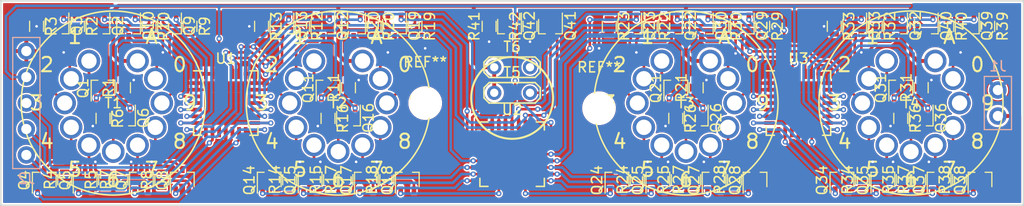
<source format=kicad_pcb>
(kicad_pcb (version 4) (host pcbnew 4.0.6)

  (general
    (links 258)
    (no_connects 0)
    (area 94.412667 89.910285 199.587334 114.089714)
    (thickness 1.6)
    (drawings 5)
    (tracks 1113)
    (zones 0)
    (modules 97)
    (nets 134)
  )

  (page A4)
  (layers
    (0 F.Cu signal)
    (31 B.Cu signal)
    (36 B.SilkS user hide)
    (37 F.SilkS user hide)
    (38 B.Mask user)
    (39 F.Mask user)
    (44 Edge.Cuts user)
  )

  (setup
    (last_trace_width 0.254)
    (trace_clearance 0.1524)
    (zone_clearance 0.1524)
    (zone_45_only no)
    (trace_min 0.1524)
    (segment_width 0.2)
    (edge_width 0.15)
    (via_size 0.508)
    (via_drill 0.254)
    (via_min_size 0.508)
    (via_min_drill 0.254)
    (uvia_size 0.254)
    (uvia_drill 0.127)
    (uvias_allowed no)
    (uvia_min_size 0.254)
    (uvia_min_drill 0.127)
    (pcb_text_width 0.3)
    (pcb_text_size 1.5 1.5)
    (mod_edge_width 0.15)
    (mod_text_size 1 1)
    (mod_text_width 0.15)
    (pad_size 2 2)
    (pad_drill 1.5)
    (pad_to_mask_clearance 0.2)
    (aux_axis_origin 0 0)
    (visible_elements 7FFCFFFF)
    (pcbplotparams
      (layerselection 0x00030_80000001)
      (usegerberextensions false)
      (excludeedgelayer true)
      (linewidth 0.100000)
      (plotframeref false)
      (viasonmask false)
      (mode 1)
      (useauxorigin false)
      (hpglpennumber 1)
      (hpglpenspeed 20)
      (hpglpendiameter 15)
      (hpglpenoverlay 2)
      (psnegative false)
      (psa4output false)
      (plotreference true)
      (plotvalue true)
      (plotinvisibletext false)
      (padsonsilk false)
      (subtractmaskfromsilk false)
      (outputformat 1)
      (mirror false)
      (drillshape 1)
      (scaleselection 1)
      (outputdirectory ""))
  )

  (net 0 "")
  (net 1 /TUBE_GND)
  (net 2 /TUBE_ANODE)
  (net 3 /nOE)
  (net 4 /SCL)
  (net 5 /SDA)
  (net 6 /VDD)
  (net 7 /VSS)
  (net 8 /T1_G_0)
  (net 9 /T1_E_0)
  (net 10 /T1_C_0)
  (net 11 /T1_G_1)
  (net 12 /T1_E_1)
  (net 13 /T1_C_1)
  (net 14 /T1_G_2)
  (net 15 /T1_E_2)
  (net 16 /T1_C_2)
  (net 17 /T1_G_3)
  (net 18 /T1_E_3)
  (net 19 /T1_C_3)
  (net 20 /T1_G_4)
  (net 21 /T1_E_4)
  (net 22 /T1_C_4)
  (net 23 /T1_G_5)
  (net 24 /T1_E_5)
  (net 25 /T1_C_5)
  (net 26 /T1_G_6)
  (net 27 /T1_E_6)
  (net 28 /T1_C_6)
  (net 29 /T1_G_7)
  (net 30 /T1_E_7)
  (net 31 /T1_C_7)
  (net 32 /T1_G_8)
  (net 33 /T1_E_8)
  (net 34 /T1_C_8)
  (net 35 /T1_G_9)
  (net 36 /T1_E_9)
  (net 37 /T1_C_9)
  (net 38 /T2_G_0)
  (net 39 /T2_E_0)
  (net 40 /T2_C_0)
  (net 41 /T2_G_1)
  (net 42 /T2_E_1)
  (net 43 /T2_C_1)
  (net 44 /T2_G_2)
  (net 45 /T2_E_2)
  (net 46 /T2_C_2)
  (net 47 /T2_G_3)
  (net 48 /T2_E_3)
  (net 49 /T2_C_3)
  (net 50 /T2_G_4)
  (net 51 /T2_E_4)
  (net 52 /T2_C_4)
  (net 53 /T2_G_5)
  (net 54 /T2_E_5)
  (net 55 /T2_C_5)
  (net 56 /T2_G_6)
  (net 57 /T2_E_6)
  (net 58 /T2_C_6)
  (net 59 /T2_G_7)
  (net 60 /T2_E_7)
  (net 61 /T2_C_7)
  (net 62 /T2_G_8)
  (net 63 /T2_E_8)
  (net 64 /T2_C_8)
  (net 65 /T2_G_9)
  (net 66 /T2_E_9)
  (net 67 /T2_C_9)
  (net 68 /T3_G_0)
  (net 69 /T3_E_0)
  (net 70 /T3_C_0)
  (net 71 /T3_G_1)
  (net 72 /T3_E_1)
  (net 73 /T3_C_1)
  (net 74 /T3_G_2)
  (net 75 /T3_E_2)
  (net 76 /T3_C_2)
  (net 77 /T3_G_3)
  (net 78 /T3_E_3)
  (net 79 /T3_C_3)
  (net 80 /T3_G_4)
  (net 81 /T3_E_4)
  (net 82 /T3_C_4)
  (net 83 /T3_G_5)
  (net 84 /T3_E_5)
  (net 85 /T3_C_5)
  (net 86 /T3_G_6)
  (net 87 /T3_E_6)
  (net 88 /T3_C_6)
  (net 89 /T3_G_7)
  (net 90 /T3_E_7)
  (net 91 /T3_C_7)
  (net 92 /T3_G_8)
  (net 93 /T3_E_8)
  (net 94 /T3_C_8)
  (net 95 /T3_G_9)
  (net 96 /T3_E_9)
  (net 97 /T3_C_9)
  (net 98 /T4_G_0)
  (net 99 /T4_E_0)
  (net 100 /T4_C_0)
  (net 101 /T4_G_1)
  (net 102 /T4_E_1)
  (net 103 /T4_C_1)
  (net 104 /T4_G_2)
  (net 105 /T4_E_2)
  (net 106 /T4_C_2)
  (net 107 /T4_G_3)
  (net 108 /T4_E_3)
  (net 109 /T4_C_3)
  (net 110 /T4_G_4)
  (net 111 /T4_E_4)
  (net 112 /T4_C_4)
  (net 113 /T4_G_5)
  (net 114 /T4_E_5)
  (net 115 /T4_C_5)
  (net 116 /T4_G_6)
  (net 117 /T4_E_6)
  (net 118 /T4_C_6)
  (net 119 /T4_G_7)
  (net 120 /T4_E_7)
  (net 121 /T4_C_7)
  (net 122 /T4_G_8)
  (net 123 /T4_E_8)
  (net 124 /T4_C_8)
  (net 125 /T4_G_9)
  (net 126 /T4_E_9)
  (net 127 /T4_C_9)
  (net 128 "Net-(Q41-Pad2)")
  (net 129 "Net-(Q41-Pad3)")
  (net 130 "Net-(Q42-Pad2)")
  (net 131 "Net-(Q42-Pad3)")
  (net 132 "Net-(Q41-Pad1)")
  (net 133 "Net-(Q42-Pad1)")

  (net_class Default "This is the default net class."
    (clearance 0.1524)
    (trace_width 0.254)
    (via_dia 0.508)
    (via_drill 0.254)
    (uvia_dia 0.254)
    (uvia_drill 0.127)
    (add_net /SCL)
    (add_net /SDA)
    (add_net /T1_C_0)
    (add_net /T1_C_1)
    (add_net /T1_C_2)
    (add_net /T1_C_3)
    (add_net /T1_C_4)
    (add_net /T1_C_5)
    (add_net /T1_C_6)
    (add_net /T1_C_7)
    (add_net /T1_C_8)
    (add_net /T1_C_9)
    (add_net /T1_E_0)
    (add_net /T1_E_1)
    (add_net /T1_E_2)
    (add_net /T1_E_3)
    (add_net /T1_E_4)
    (add_net /T1_E_5)
    (add_net /T1_E_6)
    (add_net /T1_E_7)
    (add_net /T1_E_8)
    (add_net /T1_E_9)
    (add_net /T1_G_0)
    (add_net /T1_G_1)
    (add_net /T1_G_2)
    (add_net /T1_G_3)
    (add_net /T1_G_4)
    (add_net /T1_G_5)
    (add_net /T1_G_6)
    (add_net /T1_G_7)
    (add_net /T1_G_8)
    (add_net /T1_G_9)
    (add_net /T2_C_0)
    (add_net /T2_C_1)
    (add_net /T2_C_2)
    (add_net /T2_C_3)
    (add_net /T2_C_4)
    (add_net /T2_C_5)
    (add_net /T2_C_6)
    (add_net /T2_C_7)
    (add_net /T2_C_8)
    (add_net /T2_C_9)
    (add_net /T2_E_0)
    (add_net /T2_E_1)
    (add_net /T2_E_2)
    (add_net /T2_E_3)
    (add_net /T2_E_4)
    (add_net /T2_E_5)
    (add_net /T2_E_6)
    (add_net /T2_E_7)
    (add_net /T2_E_8)
    (add_net /T2_E_9)
    (add_net /T2_G_0)
    (add_net /T2_G_1)
    (add_net /T2_G_2)
    (add_net /T2_G_3)
    (add_net /T2_G_4)
    (add_net /T2_G_5)
    (add_net /T2_G_6)
    (add_net /T2_G_7)
    (add_net /T2_G_8)
    (add_net /T2_G_9)
    (add_net /T3_C_0)
    (add_net /T3_C_1)
    (add_net /T3_C_2)
    (add_net /T3_C_3)
    (add_net /T3_C_4)
    (add_net /T3_C_5)
    (add_net /T3_C_6)
    (add_net /T3_C_7)
    (add_net /T3_C_8)
    (add_net /T3_C_9)
    (add_net /T3_E_0)
    (add_net /T3_E_1)
    (add_net /T3_E_2)
    (add_net /T3_E_3)
    (add_net /T3_E_4)
    (add_net /T3_E_5)
    (add_net /T3_E_6)
    (add_net /T3_E_7)
    (add_net /T3_E_8)
    (add_net /T3_E_9)
    (add_net /T3_G_0)
    (add_net /T3_G_1)
    (add_net /T3_G_2)
    (add_net /T3_G_3)
    (add_net /T3_G_4)
    (add_net /T3_G_5)
    (add_net /T3_G_6)
    (add_net /T3_G_7)
    (add_net /T3_G_8)
    (add_net /T3_G_9)
    (add_net /T4_C_0)
    (add_net /T4_C_1)
    (add_net /T4_C_2)
    (add_net /T4_C_3)
    (add_net /T4_C_4)
    (add_net /T4_C_5)
    (add_net /T4_C_6)
    (add_net /T4_C_7)
    (add_net /T4_C_8)
    (add_net /T4_C_9)
    (add_net /T4_E_0)
    (add_net /T4_E_1)
    (add_net /T4_E_2)
    (add_net /T4_E_3)
    (add_net /T4_E_4)
    (add_net /T4_E_5)
    (add_net /T4_E_6)
    (add_net /T4_E_7)
    (add_net /T4_E_8)
    (add_net /T4_E_9)
    (add_net /T4_G_0)
    (add_net /T4_G_1)
    (add_net /T4_G_2)
    (add_net /T4_G_3)
    (add_net /T4_G_4)
    (add_net /T4_G_5)
    (add_net /T4_G_6)
    (add_net /T4_G_7)
    (add_net /T4_G_8)
    (add_net /T4_G_9)
    (add_net /TUBE_GND)
    (add_net /VDD)
    (add_net /VSS)
    (add_net /nOE)
    (add_net "Net-(Q41-Pad1)")
    (add_net "Net-(Q41-Pad2)")
    (add_net "Net-(Q41-Pad3)")
    (add_net "Net-(Q42-Pad1)")
    (add_net "Net-(Q42-Pad2)")
    (add_net "Net-(Q42-Pad3)")
  )

  (net_class HV_Anode ""
    (clearance 0.254)
    (trace_width 0.381)
    (via_dia 0.508)
    (via_drill 0.254)
    (uvia_dia 0.254)
    (uvia_drill 0.127)
    (add_net /TUBE_ANODE)
  )

  (module "Custom Parts:3.5mm_Points" (layer F.Cu) (tedit 593E2FF8) (tstamp 593E31E8)
    (at 147 98.5)
    (descr "Connecteurs 2 pins")
    (tags "CONN DEV")
    (path /593B44ED)
    (attr virtual)
    (fp_text reference T6 (at 0 -2) (layer F.SilkS)
      (effects (font (size 1 1) (thickness 0.15)))
    )
    (fp_text value IN-3 (at 0 2) (layer F.Fab)
      (effects (font (size 1 1) (thickness 0.15)))
    )
    (fp_line (start -2.75 -0.5) (end -2.25 -1) (layer F.SilkS) (width 0.15))
    (fp_line (start -2.25 -1) (end 2 -1) (layer F.SilkS) (width 0.15))
    (fp_line (start 2 -1) (end 2.25 -1) (layer F.SilkS) (width 0.15))
    (fp_line (start 2.25 -1) (end 2.75 -0.5) (layer F.SilkS) (width 0.15))
    (fp_line (start 2.75 -0.5) (end 2.75 0.5) (layer F.SilkS) (width 0.15))
    (fp_line (start 2.75 0.5) (end 2.25 1) (layer F.SilkS) (width 0.15))
    (fp_line (start 2.25 1) (end -2.25 1) (layer F.SilkS) (width 0.15))
    (fp_line (start -2.25 1) (end -2.75 0.5) (layer F.SilkS) (width 0.15))
    (fp_line (start -2.75 0.5) (end -2.75 -0.5) (layer F.SilkS) (width 0.15))
    (pad 1 thru_hole circle (at -1.75 0) (size 1.4 1.4) (drill 0.8128) (layers *.Cu *.Mask)
      (net 2 /TUBE_ANODE))
    (pad 2 thru_hole circle (at 1.75 0) (size 1.4 1.4) (drill 0.8128) (layers *.Cu *.Mask)
      (net 131 "Net-(Q42-Pad3)"))
  )

  (module TO_SOT_Packages_SMD:SOT-323_SC-70 (layer F.Cu) (tedit 58CE4E7E) (tstamp 593C80B2)
    (at 124.5 94.5 270)
    (descr "SOT-323, SC-70")
    (tags "SOT-323 SC-70")
    (path /593936B6)
    (attr smd)
    (fp_text reference Q13 (at -0.05 -1.95 270) (layer F.SilkS)
      (effects (font (size 1 1) (thickness 0.15)))
    )
    (fp_text value Q_NPN_BEC (at -0.05 2.05 270) (layer F.Fab)
      (effects (font (size 1 1) (thickness 0.15)))
    )
    (fp_text user %R (at -0.005 0 270) (layer F.Fab)
      (effects (font (size 0.5 0.5) (thickness 0.075)))
    )
    (fp_line (start 0.73 0.5) (end 0.73 1.16) (layer F.SilkS) (width 0.12))
    (fp_line (start 0.73 -1.16) (end 0.73 -0.5) (layer F.SilkS) (width 0.12))
    (fp_line (start 1.7 1.3) (end -1.7 1.3) (layer F.CrtYd) (width 0.05))
    (fp_line (start 1.7 -1.3) (end 1.7 1.3) (layer F.CrtYd) (width 0.05))
    (fp_line (start -1.7 -1.3) (end 1.7 -1.3) (layer F.CrtYd) (width 0.05))
    (fp_line (start -1.7 1.3) (end -1.7 -1.3) (layer F.CrtYd) (width 0.05))
    (fp_line (start 0.73 -1.16) (end -1.3 -1.16) (layer F.SilkS) (width 0.12))
    (fp_line (start -0.68 1.16) (end 0.73 1.16) (layer F.SilkS) (width 0.12))
    (fp_line (start 0.67 -1.1) (end -0.18 -1.1) (layer F.Fab) (width 0.1))
    (fp_line (start -0.68 -0.6) (end -0.68 1.1) (layer F.Fab) (width 0.1))
    (fp_line (start 0.67 -1.1) (end 0.67 1.1) (layer F.Fab) (width 0.1))
    (fp_line (start 0.67 1.1) (end -0.68 1.1) (layer F.Fab) (width 0.1))
    (fp_line (start -0.18 -1.1) (end -0.68 -0.6) (layer F.Fab) (width 0.1))
    (pad 1 smd rect (at -1 -0.65 180) (size 0.45 0.7) (layers F.Cu F.Mask)
      (net 44 /T2_G_2))
    (pad 2 smd rect (at -1 0.65 180) (size 0.45 0.7) (layers F.Cu F.Mask)
      (net 45 /T2_E_2))
    (pad 3 smd rect (at 1 0 180) (size 0.45 0.7) (layers F.Cu F.Mask)
      (net 46 /T2_C_2))
    (model ${KISYS3DMOD}/TO_SOT_Packages_SMD.3dshapes/SOT-323_SC-70.wrl
      (at (xyz 0 0 0))
      (scale (xyz 1 1 1))
      (rotate (xyz 0 0 0))
    )
  )

  (module Housings_DFN_QFN:QFN-28-1EP_6x6mm_Pitch0.65mm (layer F.Cu) (tedit 5940CCD2) (tstamp 593C86B5)
    (at 119 102)
    (descr "28-Lead Plastic Quad Flat, No Lead Package (ML) - 6x6 mm Body [QFN]; (see Microchip Packaging Specification 00000049BS.pdf)")
    (tags "QFN 0.65")
    (path /593A4DD3)
    (attr smd)
    (fp_text reference U1 (at 0 -4.35) (layer F.SilkS)
      (effects (font (size 1 1) (thickness 0.15)))
    )
    (fp_text value PCA9685 (at 0 4.35) (layer F.Fab)
      (effects (font (size 1 1) (thickness 0.15)))
    )
    (fp_line (start -2 -3) (end 3 -3) (layer F.Fab) (width 0.15))
    (fp_line (start 3 -3) (end 3 3) (layer F.Fab) (width 0.15))
    (fp_line (start 3 3) (end -3 3) (layer F.Fab) (width 0.15))
    (fp_line (start -3 3) (end -3 -2) (layer F.Fab) (width 0.15))
    (fp_line (start -3 -2) (end -2 -3) (layer F.Fab) (width 0.15))
    (fp_line (start -3.6 -3.6) (end -3.6 3.6) (layer F.CrtYd) (width 0.05))
    (fp_line (start 3.6 -3.6) (end 3.6 3.6) (layer F.CrtYd) (width 0.05))
    (fp_line (start -3.6 -3.6) (end 3.6 -3.6) (layer F.CrtYd) (width 0.05))
    (fp_line (start -3.6 3.6) (end 3.6 3.6) (layer F.CrtYd) (width 0.05))
    (fp_line (start 3.15 -3.15) (end 3.15 -2.36) (layer F.SilkS) (width 0.15))
    (fp_line (start -3.15 3.15) (end -3.15 2.36) (layer F.SilkS) (width 0.15))
    (fp_line (start 3.15 3.15) (end 3.15 2.36) (layer F.SilkS) (width 0.15))
    (fp_line (start -3.15 -3.15) (end -2.36 -3.15) (layer F.SilkS) (width 0.15))
    (fp_line (start -3.15 3.15) (end -2.36 3.15) (layer F.SilkS) (width 0.15))
    (fp_line (start 3.15 3.15) (end 2.36 3.15) (layer F.SilkS) (width 0.15))
    (fp_line (start 3.15 -3.15) (end 2.36 -3.15) (layer F.SilkS) (width 0.15))
    (pad 1 smd rect (at -2.85 -1.95) (size 1 0.37) (layers F.Cu F.Mask)
      (net 7 /VSS))
    (pad 2 smd rect (at -2.85 -1.3) (size 1 0.37) (layers F.Cu F.Mask)
      (net 7 /VSS))
    (pad 3 smd rect (at -2.85 -0.65) (size 1 0.37) (layers F.Cu F.Mask)
      (net 23 /T1_G_5))
    (pad 4 smd rect (at -2.85 0) (size 1 0.37) (layers F.Cu F.Mask)
      (net 8 /T1_G_0))
    (pad 5 smd rect (at -2.85 0.65) (size 1 0.37) (layers F.Cu F.Mask)
      (net 14 /T1_G_2))
    (pad 6 smd rect (at -2.85 1.3) (size 1 0.37) (layers F.Cu F.Mask)
      (net 11 /T1_G_1))
    (pad 7 smd rect (at -2.85 1.95) (size 1 0.37) (layers F.Cu F.Mask)
      (net 35 /T1_G_9))
    (pad 8 smd rect (at -1.95 2.85 90) (size 1 0.37) (layers F.Cu F.Mask)
      (net 32 /T1_G_8))
    (pad 9 smd rect (at -1.3 2.85 90) (size 1 0.37) (layers F.Cu F.Mask)
      (net 20 /T1_G_4))
    (pad 10 smd rect (at -0.65 2.85 90) (size 1 0.37) (layers F.Cu F.Mask))
    (pad 11 smd rect (at 0 2.85 90) (size 1 0.37) (layers F.Cu F.Mask)
      (net 7 /VSS))
    (pad 12 smd rect (at 0.65 2.85 90) (size 1 0.37) (layers F.Cu F.Mask))
    (pad 13 smd rect (at 1.3 2.85 90) (size 1 0.37) (layers F.Cu F.Mask)
      (net 17 /T1_G_3))
    (pad 14 smd rect (at 1.95 2.85 90) (size 1 0.37) (layers F.Cu F.Mask)
      (net 29 /T1_G_7))
    (pad 15 smd rect (at 2.85 1.95) (size 1 0.37) (layers F.Cu F.Mask)
      (net 26 /T1_G_6))
    (pad 16 smd rect (at 2.85 1.3) (size 1 0.37) (layers F.Cu F.Mask)
      (net 44 /T2_G_2))
    (pad 17 smd rect (at 2.85 0.65) (size 1 0.37) (layers F.Cu F.Mask)
      (net 41 /T2_G_1))
    (pad 18 smd rect (at 2.85 0) (size 1 0.37) (layers F.Cu F.Mask)
      (net 65 /T2_G_9))
    (pad 19 smd rect (at 2.85 -0.65) (size 1 0.37) (layers F.Cu F.Mask)
      (net 38 /T2_G_0))
    (pad 20 smd rect (at 2.85 -1.3) (size 1 0.37) (layers F.Cu F.Mask)
      (net 3 /nOE))
    (pad 21 smd rect (at 2.85 -1.95) (size 1 0.37) (layers F.Cu F.Mask)
      (net 7 /VSS))
    (pad 22 smd rect (at 1.95 -2.85 90) (size 1 0.37) (layers F.Cu F.Mask)
      (net 7 /VSS))
    (pad 23 smd rect (at 1.3 -2.85 90) (size 1 0.37) (layers F.Cu F.Mask)
      (net 4 /SCL))
    (pad 24 smd rect (at 0.65 -2.85 90) (size 1 0.37) (layers F.Cu F.Mask)
      (net 5 /SDA))
    (pad 25 smd rect (at 0 -2.85 90) (size 1 0.37) (layers F.Cu F.Mask)
      (net 6 /VDD))
    (pad 26 smd rect (at -0.65 -2.85 90) (size 1 0.37) (layers F.Cu F.Mask)
      (net 6 /VDD))
    (pad 27 smd rect (at -1.3 -2.85 90) (size 1 0.37) (layers F.Cu F.Mask)
      (net 7 /VSS))
    (pad 28 smd rect (at -1.95 -2.85 90) (size 1 0.37) (layers F.Cu F.Mask)
      (net 7 /VSS))
    (pad 29 smd rect (at 1.59375 1.59375) (size 1.0625 1.0625) (layers F.Cu F.Mask)
      (net 7 /VSS) (solder_paste_margin_ratio -0.2))
    (pad 29 smd rect (at 1.59375 0.53125) (size 1.0625 1.0625) (layers F.Cu F.Mask)
      (net 7 /VSS) (solder_paste_margin_ratio -0.2))
    (pad 29 smd rect (at 1.59375 -0.53125) (size 1.0625 1.0625) (layers F.Cu F.Mask)
      (net 7 /VSS) (solder_paste_margin_ratio -0.2))
    (pad 29 smd rect (at 1.59375 -1.59375) (size 1.0625 1.0625) (layers F.Cu F.Mask)
      (net 7 /VSS) (solder_paste_margin_ratio -0.2))
    (pad 29 smd rect (at 0.53125 1.59375) (size 1.0625 1.0625) (layers F.Cu F.Mask)
      (net 7 /VSS) (solder_paste_margin_ratio -0.2))
    (pad 29 smd rect (at 0.53125 0.53125) (size 1.0625 1.0625) (layers F.Cu F.Mask)
      (net 7 /VSS) (solder_paste_margin_ratio -0.2))
    (pad 29 smd rect (at 0.53125 -0.53125) (size 1.0625 1.0625) (layers F.Cu F.Mask)
      (net 7 /VSS) (solder_paste_margin_ratio -0.2))
    (pad 29 smd rect (at 0.53125 -1.59375) (size 1.0625 1.0625) (layers F.Cu F.Mask)
      (net 7 /VSS) (solder_paste_margin_ratio -0.2))
    (pad 29 smd rect (at -0.53125 1.59375) (size 1.0625 1.0625) (layers F.Cu F.Mask)
      (net 7 /VSS) (solder_paste_margin_ratio -0.2))
    (pad 29 smd rect (at -0.53125 0.53125) (size 1.0625 1.0625) (layers F.Cu F.Mask)
      (net 7 /VSS) (solder_paste_margin_ratio -0.2))
    (pad 29 smd rect (at -0.53125 -0.53125) (size 1.0625 1.0625) (layers F.Cu F.Mask)
      (net 7 /VSS) (solder_paste_margin_ratio -0.2))
    (pad 29 smd rect (at -0.53125 -1.59375) (size 1.0625 1.0625) (layers F.Cu F.Mask)
      (net 7 /VSS) (solder_paste_margin_ratio -0.2))
    (pad 29 smd rect (at -1.59375 1.59375) (size 1.0625 1.0625) (layers F.Cu F.Mask)
      (net 7 /VSS) (solder_paste_margin_ratio -0.2))
    (pad 29 smd rect (at -1.59375 0.53125) (size 1.0625 1.0625) (layers F.Cu F.Mask)
      (net 7 /VSS) (solder_paste_margin_ratio -0.2))
    (pad 29 smd rect (at -1.59375 -0.53125) (size 1.0625 1.0625) (layers F.Cu F.Mask)
      (net 7 /VSS) (solder_paste_margin_ratio -0.2))
    (pad 29 smd rect (at -1.59375 -1.59375) (size 1.0625 1.0625) (layers F.Cu F.Mask)
      (net 7 /VSS) (solder_paste_margin_ratio -0.2))
    (model Housings_DFN_QFN.3dshapes/QFN-28-1EP_6x6mm_Pitch0.65mm.wrl
      (at (xyz 0 0 0))
      (scale (xyz 1 1 1))
      (rotate (xyz 0 0 0))
    )
  )

  (module "Custom Parts:IN-8" (layer F.Cu) (tedit 5928EA40) (tstamp 593C85F8)
    (at 108 102)
    (path /5938FAE9)
    (fp_text reference T1 (at 0 0) (layer F.SilkS)
      (effects (font (size 1 1) (thickness 0.15)))
    )
    (fp_text value IN-8 (at 0 -1.27) (layer F.Fab)
      (effects (font (size 1 1) (thickness 0.15)))
    )
    (fp_circle (center 0 0) (end 9 0) (layer F.SilkS) (width 0.15))
    (fp_text user 9 (at 7.5 0) (layer F.SilkS)
      (effects (font (size 1.4 1.4) (thickness 0.2)))
    )
    (fp_text user 8 (at 6.495 3.75) (layer F.SilkS)
      (effects (font (size 1.4 1.4) (thickness 0.2)))
    )
    (fp_text user 7 (at 3.75 6.495) (layer F.SilkS)
      (effects (font (size 1.4 1.4) (thickness 0.2)))
    )
    (fp_text user 6 (at 0 7.5) (layer F.SilkS)
      (effects (font (size 1.4 1.4) (thickness 0.2)))
    )
    (fp_text user 5 (at -3.75 6.495) (layer F.SilkS)
      (effects (font (size 1.4 1.4) (thickness 0.2)))
    )
    (fp_text user 4 (at -6.495 3.75) (layer F.SilkS)
      (effects (font (size 1.4 1.4) (thickness 0.2)))
    )
    (fp_text user 3 (at -7.5 0) (layer F.SilkS)
      (effects (font (size 1.4 1.4) (thickness 0.2)))
    )
    (fp_text user 2 (at -6.495 -3.75) (layer F.SilkS)
      (effects (font (size 1.4 1.4) (thickness 0.2)))
    )
    (fp_text user 1 (at -3.75 -6.495) (layer F.SilkS)
      (effects (font (size 1.4 1.4) (thickness 0.2)))
    )
    (fp_text user 0 (at 6.495 -3.75) (layer F.SilkS)
      (effects (font (size 1.4 1.4) (thickness 0.2)))
    )
    (fp_text user A (at 3.75 -6.495) (layer F.SilkS)
      (effects (font (size 1.4 1.4) (thickness 0.2)))
    )
    (pad 1 thru_hole circle (at -2.375 -4.114) (size 2.2 2.2) (drill 1.5) (layers *.Cu *.Mask)
      (net 10 /T1_C_0))
    (pad 2 thru_hole circle (at -4.114 -2.375) (size 2.2 2.2) (drill 1.5) (layers *.Cu *.Mask)
      (net 13 /T1_C_1))
    (pad 3 thru_hole circle (at -4.75 0) (size 2.2 2.2) (drill 1.5) (layers *.Cu *.Mask)
      (net 16 /T1_C_2))
    (pad 4 thru_hole circle (at -4.114 2.375) (size 2.2 2.2) (drill 1.5) (layers *.Cu *.Mask)
      (net 19 /T1_C_3))
    (pad 5 thru_hole circle (at -2.375 4.114) (size 2.2 2.2) (drill 1.5) (layers *.Cu *.Mask)
      (net 22 /T1_C_4))
    (pad 6 thru_hole circle (at 0 4.75) (size 2.2 2.2) (drill 1.5) (layers *.Cu *.Mask)
      (net 25 /T1_C_5))
    (pad 7 thru_hole circle (at 2.375 4.114) (size 2.2 2.2) (drill 1.5) (layers *.Cu *.Mask)
      (net 28 /T1_C_6))
    (pad 8 thru_hole circle (at 4.114 2.375) (size 2.2 2.2) (drill 1.5) (layers *.Cu *.Mask)
      (net 31 /T1_C_7))
    (pad 10 thru_hole circle (at 4.114 -2.375) (size 2.2 2.2) (drill 1.5) (layers *.Cu *.Mask)
      (net 37 /T1_C_9))
    (pad 11 thru_hole circle (at 2.375 -4.114) (size 2.2 2.2) (drill 1.5) (layers *.Cu *.Mask)
      (net 2 /TUBE_ANODE))
    (pad 9 thru_hole circle (at 4.75 0) (size 2.2 2.2) (drill 1.5) (layers *.Cu *.Mask)
      (net 34 /T1_C_8))
  )

  (module TO_SOT_Packages_SMD:SOT-323_SC-70 (layer F.Cu) (tedit 58CE4E7E) (tstamp 593C805E)
    (at 113.5 94.5 270)
    (descr "SOT-323, SC-70")
    (tags "SOT-323 SC-70")
    (path /59393716)
    (attr smd)
    (fp_text reference Q9 (at -0.05 -1.95 270) (layer F.SilkS)
      (effects (font (size 1 1) (thickness 0.15)))
    )
    (fp_text value Q_NPN_BEC (at -0.05 2.05 270) (layer F.Fab)
      (effects (font (size 1 1) (thickness 0.15)))
    )
    (fp_text user %R (at -0.005 0 270) (layer F.Fab)
      (effects (font (size 0.5 0.5) (thickness 0.075)))
    )
    (fp_line (start 0.73 0.5) (end 0.73 1.16) (layer F.SilkS) (width 0.12))
    (fp_line (start 0.73 -1.16) (end 0.73 -0.5) (layer F.SilkS) (width 0.12))
    (fp_line (start 1.7 1.3) (end -1.7 1.3) (layer F.CrtYd) (width 0.05))
    (fp_line (start 1.7 -1.3) (end 1.7 1.3) (layer F.CrtYd) (width 0.05))
    (fp_line (start -1.7 -1.3) (end 1.7 -1.3) (layer F.CrtYd) (width 0.05))
    (fp_line (start -1.7 1.3) (end -1.7 -1.3) (layer F.CrtYd) (width 0.05))
    (fp_line (start 0.73 -1.16) (end -1.3 -1.16) (layer F.SilkS) (width 0.12))
    (fp_line (start -0.68 1.16) (end 0.73 1.16) (layer F.SilkS) (width 0.12))
    (fp_line (start 0.67 -1.1) (end -0.18 -1.1) (layer F.Fab) (width 0.1))
    (fp_line (start -0.68 -0.6) (end -0.68 1.1) (layer F.Fab) (width 0.1))
    (fp_line (start 0.67 -1.1) (end 0.67 1.1) (layer F.Fab) (width 0.1))
    (fp_line (start 0.67 1.1) (end -0.68 1.1) (layer F.Fab) (width 0.1))
    (fp_line (start -0.18 -1.1) (end -0.68 -0.6) (layer F.Fab) (width 0.1))
    (pad 1 smd rect (at -1 -0.65 180) (size 0.45 0.7) (layers F.Cu F.Mask)
      (net 32 /T1_G_8))
    (pad 2 smd rect (at -1 0.65 180) (size 0.45 0.7) (layers F.Cu F.Mask)
      (net 33 /T1_E_8))
    (pad 3 smd rect (at 1 0 180) (size 0.45 0.7) (layers F.Cu F.Mask)
      (net 34 /T1_C_8))
    (model ${KISYS3DMOD}/TO_SOT_Packages_SMD.3dshapes/SOT-323_SC-70.wrl
      (at (xyz 0 0 0))
      (scale (xyz 1 1 1))
      (rotate (xyz 0 0 0))
    )
  )

  (module TO_SOT_Packages_SMD:SOT-323_SC-70 (layer F.Cu) (tedit 58CE4E7E) (tstamp 593C7FCB)
    (at 106.5 94.5 270)
    (descr "SOT-323, SC-70")
    (tags "SOT-323 SC-70")
    (path /593936EC)
    (attr smd)
    (fp_text reference Q2 (at -0.05 -1.95 270) (layer F.SilkS)
      (effects (font (size 1 1) (thickness 0.15)))
    )
    (fp_text value Q_NPN_BEC (at -0.05 2.05 270) (layer F.Fab)
      (effects (font (size 1 1) (thickness 0.15)))
    )
    (fp_text user %R (at -0.005 0 270) (layer F.Fab)
      (effects (font (size 0.5 0.5) (thickness 0.075)))
    )
    (fp_line (start 0.73 0.5) (end 0.73 1.16) (layer F.SilkS) (width 0.12))
    (fp_line (start 0.73 -1.16) (end 0.73 -0.5) (layer F.SilkS) (width 0.12))
    (fp_line (start 1.7 1.3) (end -1.7 1.3) (layer F.CrtYd) (width 0.05))
    (fp_line (start 1.7 -1.3) (end 1.7 1.3) (layer F.CrtYd) (width 0.05))
    (fp_line (start -1.7 -1.3) (end 1.7 -1.3) (layer F.CrtYd) (width 0.05))
    (fp_line (start -1.7 1.3) (end -1.7 -1.3) (layer F.CrtYd) (width 0.05))
    (fp_line (start 0.73 -1.16) (end -1.3 -1.16) (layer F.SilkS) (width 0.12))
    (fp_line (start -0.68 1.16) (end 0.73 1.16) (layer F.SilkS) (width 0.12))
    (fp_line (start 0.67 -1.1) (end -0.18 -1.1) (layer F.Fab) (width 0.1))
    (fp_line (start -0.68 -0.6) (end -0.68 1.1) (layer F.Fab) (width 0.1))
    (fp_line (start 0.67 -1.1) (end 0.67 1.1) (layer F.Fab) (width 0.1))
    (fp_line (start 0.67 1.1) (end -0.68 1.1) (layer F.Fab) (width 0.1))
    (fp_line (start -0.18 -1.1) (end -0.68 -0.6) (layer F.Fab) (width 0.1))
    (pad 1 smd rect (at -1 -0.65 180) (size 0.45 0.7) (layers F.Cu F.Mask)
      (net 11 /T1_G_1))
    (pad 2 smd rect (at -1 0.65 180) (size 0.45 0.7) (layers F.Cu F.Mask)
      (net 12 /T1_E_1))
    (pad 3 smd rect (at 1 0 180) (size 0.45 0.7) (layers F.Cu F.Mask)
      (net 13 /T1_C_1))
    (model ${KISYS3DMOD}/TO_SOT_Packages_SMD.3dshapes/SOT-323_SC-70.wrl
      (at (xyz 0 0 0))
      (scale (xyz 1 1 1))
      (rotate (xyz 0 0 0))
    )
  )

  (module Resistors_SMD:R_0603 (layer F.Cu) (tedit 58E0A804) (tstamp 593DDFAA)
    (at 104.5 94.5 270)
    (descr "Resistor SMD 0603, reflow soldering, Vishay (see dcrcw.pdf)")
    (tags "resistor 0603")
    (path /593D296E)
    (attr smd)
    (fp_text reference R2 (at 0 -1.45 270) (layer F.SilkS)
      (effects (font (size 1 1) (thickness 0.15)))
    )
    (fp_text value R (at 0 1.5 270) (layer F.Fab)
      (effects (font (size 1 1) (thickness 0.15)))
    )
    (fp_text user %R (at 0 0 270) (layer F.Fab)
      (effects (font (size 0.5 0.5) (thickness 0.075)))
    )
    (fp_line (start -0.8 0.4) (end -0.8 -0.4) (layer F.Fab) (width 0.1))
    (fp_line (start 0.8 0.4) (end -0.8 0.4) (layer F.Fab) (width 0.1))
    (fp_line (start 0.8 -0.4) (end 0.8 0.4) (layer F.Fab) (width 0.1))
    (fp_line (start -0.8 -0.4) (end 0.8 -0.4) (layer F.Fab) (width 0.1))
    (fp_line (start 0.5 0.68) (end -0.5 0.68) (layer F.SilkS) (width 0.12))
    (fp_line (start -0.5 -0.68) (end 0.5 -0.68) (layer F.SilkS) (width 0.12))
    (fp_line (start -1.25 -0.7) (end 1.25 -0.7) (layer F.CrtYd) (width 0.05))
    (fp_line (start -1.25 -0.7) (end -1.25 0.7) (layer F.CrtYd) (width 0.05))
    (fp_line (start 1.25 0.7) (end 1.25 -0.7) (layer F.CrtYd) (width 0.05))
    (fp_line (start 1.25 0.7) (end -1.25 0.7) (layer F.CrtYd) (width 0.05))
    (pad 1 smd rect (at -0.75 0 270) (size 0.5 0.9) (layers F.Cu F.Mask)
      (net 12 /T1_E_1))
    (pad 2 smd rect (at 0.75 0 270) (size 0.5 0.9) (layers F.Cu F.Mask)
      (net 1 /TUBE_GND))
    (model ${KISYS3DMOD}/Resistors_SMD.3dshapes/R_0603.wrl
      (at (xyz 0 0 0))
      (scale (xyz 1 1 1))
      (rotate (xyz 0 0 0))
    )
  )

  (module "Custom Parts:IN-8" (layer F.Cu) (tedit 5928EA40) (tstamp 593C8613)
    (at 130 102)
    (path /5938FA7E)
    (fp_text reference T2 (at 0 0) (layer F.SilkS)
      (effects (font (size 1 1) (thickness 0.15)))
    )
    (fp_text value IN-8 (at 0 -1.27) (layer F.Fab)
      (effects (font (size 1 1) (thickness 0.15)))
    )
    (fp_circle (center 0 0) (end 9 0) (layer F.SilkS) (width 0.15))
    (fp_text user 9 (at 7.5 0) (layer F.SilkS)
      (effects (font (size 1.4 1.4) (thickness 0.2)))
    )
    (fp_text user 8 (at 6.495 3.75) (layer F.SilkS)
      (effects (font (size 1.4 1.4) (thickness 0.2)))
    )
    (fp_text user 7 (at 3.75 6.495) (layer F.SilkS)
      (effects (font (size 1.4 1.4) (thickness 0.2)))
    )
    (fp_text user 6 (at 0 7.5) (layer F.SilkS)
      (effects (font (size 1.4 1.4) (thickness 0.2)))
    )
    (fp_text user 5 (at -3.75 6.495) (layer F.SilkS)
      (effects (font (size 1.4 1.4) (thickness 0.2)))
    )
    (fp_text user 4 (at -6.495 3.75) (layer F.SilkS)
      (effects (font (size 1.4 1.4) (thickness 0.2)))
    )
    (fp_text user 3 (at -7.5 0) (layer F.SilkS)
      (effects (font (size 1.4 1.4) (thickness 0.2)))
    )
    (fp_text user 2 (at -6.495 -3.75) (layer F.SilkS)
      (effects (font (size 1.4 1.4) (thickness 0.2)))
    )
    (fp_text user 1 (at -3.75 -6.495) (layer F.SilkS)
      (effects (font (size 1.4 1.4) (thickness 0.2)))
    )
    (fp_text user 0 (at 6.495 -3.75) (layer F.SilkS)
      (effects (font (size 1.4 1.4) (thickness 0.2)))
    )
    (fp_text user A (at 3.75 -6.495) (layer F.SilkS)
      (effects (font (size 1.4 1.4) (thickness 0.2)))
    )
    (pad 1 thru_hole circle (at -2.375 -4.114) (size 2.2 2.2) (drill 1.5) (layers *.Cu *.Mask)
      (net 40 /T2_C_0))
    (pad 2 thru_hole circle (at -4.114 -2.375) (size 2.2 2.2) (drill 1.5) (layers *.Cu *.Mask)
      (net 43 /T2_C_1))
    (pad 3 thru_hole circle (at -4.75 0) (size 2.2 2.2) (drill 1.5) (layers *.Cu *.Mask)
      (net 46 /T2_C_2))
    (pad 4 thru_hole circle (at -4.114 2.375) (size 2.2 2.2) (drill 1.5) (layers *.Cu *.Mask)
      (net 49 /T2_C_3))
    (pad 5 thru_hole circle (at -2.375 4.114) (size 2.2 2.2) (drill 1.5) (layers *.Cu *.Mask)
      (net 52 /T2_C_4))
    (pad 6 thru_hole circle (at 0 4.75) (size 2.2 2.2) (drill 1.5) (layers *.Cu *.Mask)
      (net 55 /T2_C_5))
    (pad 7 thru_hole circle (at 2.375 4.114) (size 2.2 2.2) (drill 1.5) (layers *.Cu *.Mask)
      (net 58 /T2_C_6))
    (pad 8 thru_hole circle (at 4.114 2.375) (size 2.2 2.2) (drill 1.5) (layers *.Cu *.Mask)
      (net 61 /T2_C_7))
    (pad 10 thru_hole circle (at 4.114 -2.375) (size 2.2 2.2) (drill 1.5) (layers *.Cu *.Mask)
      (net 67 /T2_C_9))
    (pad 11 thru_hole circle (at 2.375 -4.114) (size 2.2 2.2) (drill 1.5) (layers *.Cu *.Mask)
      (net 2 /TUBE_ANODE))
    (pad 9 thru_hole circle (at 4.75 0) (size 2.2 2.2) (drill 1.5) (layers *.Cu *.Mask)
      (net 64 /T2_C_8))
  )

  (module TO_SOT_Packages_SMD:SOT-323_SC-70 (layer F.Cu) (tedit 58CE4E7E) (tstamp 593C80C7)
    (at 123.25 109.5 90)
    (descr "SOT-323, SC-70")
    (tags "SOT-323 SC-70")
    (path /593936BC)
    (attr smd)
    (fp_text reference Q14 (at -0.05 -1.95 90) (layer F.SilkS)
      (effects (font (size 1 1) (thickness 0.15)))
    )
    (fp_text value Q_NPN_BEC (at -0.05 2.05 90) (layer F.Fab)
      (effects (font (size 1 1) (thickness 0.15)))
    )
    (fp_text user %R (at -0.005 0 90) (layer F.Fab)
      (effects (font (size 0.5 0.5) (thickness 0.075)))
    )
    (fp_line (start 0.73 0.5) (end 0.73 1.16) (layer F.SilkS) (width 0.12))
    (fp_line (start 0.73 -1.16) (end 0.73 -0.5) (layer F.SilkS) (width 0.12))
    (fp_line (start 1.7 1.3) (end -1.7 1.3) (layer F.CrtYd) (width 0.05))
    (fp_line (start 1.7 -1.3) (end 1.7 1.3) (layer F.CrtYd) (width 0.05))
    (fp_line (start -1.7 -1.3) (end 1.7 -1.3) (layer F.CrtYd) (width 0.05))
    (fp_line (start -1.7 1.3) (end -1.7 -1.3) (layer F.CrtYd) (width 0.05))
    (fp_line (start 0.73 -1.16) (end -1.3 -1.16) (layer F.SilkS) (width 0.12))
    (fp_line (start -0.68 1.16) (end 0.73 1.16) (layer F.SilkS) (width 0.12))
    (fp_line (start 0.67 -1.1) (end -0.18 -1.1) (layer F.Fab) (width 0.1))
    (fp_line (start -0.68 -0.6) (end -0.68 1.1) (layer F.Fab) (width 0.1))
    (fp_line (start 0.67 -1.1) (end 0.67 1.1) (layer F.Fab) (width 0.1))
    (fp_line (start 0.67 1.1) (end -0.68 1.1) (layer F.Fab) (width 0.1))
    (fp_line (start -0.18 -1.1) (end -0.68 -0.6) (layer F.Fab) (width 0.1))
    (pad 1 smd rect (at -1 -0.65) (size 0.45 0.7) (layers F.Cu F.Mask)
      (net 47 /T2_G_3))
    (pad 2 smd rect (at -1 0.65) (size 0.45 0.7) (layers F.Cu F.Mask)
      (net 48 /T2_E_3))
    (pad 3 smd rect (at 1 0) (size 0.45 0.7) (layers F.Cu F.Mask)
      (net 49 /T2_C_3))
    (model ${KISYS3DMOD}/TO_SOT_Packages_SMD.3dshapes/SOT-323_SC-70.wrl
      (at (xyz 0 0 0))
      (scale (xyz 1 1 1))
      (rotate (xyz 0 0 0))
    )
  )

  (module TO_SOT_Packages_SMD:SOT-323_SC-70 (layer F.Cu) (tedit 58CE4E7E) (tstamp 593C7FB6)
    (at 107 100.5 90)
    (descr "SOT-323, SC-70")
    (tags "SOT-323 SC-70")
    (path /593936E6)
    (attr smd)
    (fp_text reference Q1 (at -0.05 -1.95 90) (layer F.SilkS)
      (effects (font (size 1 1) (thickness 0.15)))
    )
    (fp_text value Q_NPN_BEC (at -0.05 2.05 90) (layer F.Fab)
      (effects (font (size 1 1) (thickness 0.15)))
    )
    (fp_text user %R (at -0.005 0 90) (layer F.Fab)
      (effects (font (size 0.5 0.5) (thickness 0.075)))
    )
    (fp_line (start 0.73 0.5) (end 0.73 1.16) (layer F.SilkS) (width 0.12))
    (fp_line (start 0.73 -1.16) (end 0.73 -0.5) (layer F.SilkS) (width 0.12))
    (fp_line (start 1.7 1.3) (end -1.7 1.3) (layer F.CrtYd) (width 0.05))
    (fp_line (start 1.7 -1.3) (end 1.7 1.3) (layer F.CrtYd) (width 0.05))
    (fp_line (start -1.7 -1.3) (end 1.7 -1.3) (layer F.CrtYd) (width 0.05))
    (fp_line (start -1.7 1.3) (end -1.7 -1.3) (layer F.CrtYd) (width 0.05))
    (fp_line (start 0.73 -1.16) (end -1.3 -1.16) (layer F.SilkS) (width 0.12))
    (fp_line (start -0.68 1.16) (end 0.73 1.16) (layer F.SilkS) (width 0.12))
    (fp_line (start 0.67 -1.1) (end -0.18 -1.1) (layer F.Fab) (width 0.1))
    (fp_line (start -0.68 -0.6) (end -0.68 1.1) (layer F.Fab) (width 0.1))
    (fp_line (start 0.67 -1.1) (end 0.67 1.1) (layer F.Fab) (width 0.1))
    (fp_line (start 0.67 1.1) (end -0.68 1.1) (layer F.Fab) (width 0.1))
    (fp_line (start -0.18 -1.1) (end -0.68 -0.6) (layer F.Fab) (width 0.1))
    (pad 1 smd rect (at -1 -0.65) (size 0.45 0.7) (layers F.Cu F.Mask)
      (net 8 /T1_G_0))
    (pad 2 smd rect (at -1 0.65) (size 0.45 0.7) (layers F.Cu F.Mask)
      (net 9 /T1_E_0))
    (pad 3 smd rect (at 1 0) (size 0.45 0.7) (layers F.Cu F.Mask)
      (net 10 /T1_C_0))
    (model ${KISYS3DMOD}/TO_SOT_Packages_SMD.3dshapes/SOT-323_SC-70.wrl
      (at (xyz 0 0 0))
      (scale (xyz 1 1 1))
      (rotate (xyz 0 0 0))
    )
  )

  (module TO_SOT_Packages_SMD:SOT-323_SC-70 (layer F.Cu) (tedit 58CE4E7E) (tstamp 593C7FE0)
    (at 102.5 94.5 270)
    (descr "SOT-323, SC-70")
    (tags "SOT-323 SC-70")
    (path /593936F2)
    (attr smd)
    (fp_text reference Q3 (at -0.05 -1.95 270) (layer F.SilkS)
      (effects (font (size 1 1) (thickness 0.15)))
    )
    (fp_text value Q_NPN_BEC (at -0.05 2.05 270) (layer F.Fab)
      (effects (font (size 1 1) (thickness 0.15)))
    )
    (fp_text user %R (at -0.005 0 270) (layer F.Fab)
      (effects (font (size 0.5 0.5) (thickness 0.075)))
    )
    (fp_line (start 0.73 0.5) (end 0.73 1.16) (layer F.SilkS) (width 0.12))
    (fp_line (start 0.73 -1.16) (end 0.73 -0.5) (layer F.SilkS) (width 0.12))
    (fp_line (start 1.7 1.3) (end -1.7 1.3) (layer F.CrtYd) (width 0.05))
    (fp_line (start 1.7 -1.3) (end 1.7 1.3) (layer F.CrtYd) (width 0.05))
    (fp_line (start -1.7 -1.3) (end 1.7 -1.3) (layer F.CrtYd) (width 0.05))
    (fp_line (start -1.7 1.3) (end -1.7 -1.3) (layer F.CrtYd) (width 0.05))
    (fp_line (start 0.73 -1.16) (end -1.3 -1.16) (layer F.SilkS) (width 0.12))
    (fp_line (start -0.68 1.16) (end 0.73 1.16) (layer F.SilkS) (width 0.12))
    (fp_line (start 0.67 -1.1) (end -0.18 -1.1) (layer F.Fab) (width 0.1))
    (fp_line (start -0.68 -0.6) (end -0.68 1.1) (layer F.Fab) (width 0.1))
    (fp_line (start 0.67 -1.1) (end 0.67 1.1) (layer F.Fab) (width 0.1))
    (fp_line (start 0.67 1.1) (end -0.68 1.1) (layer F.Fab) (width 0.1))
    (fp_line (start -0.18 -1.1) (end -0.68 -0.6) (layer F.Fab) (width 0.1))
    (pad 1 smd rect (at -1 -0.65 180) (size 0.45 0.7) (layers F.Cu F.Mask)
      (net 14 /T1_G_2))
    (pad 2 smd rect (at -1 0.65 180) (size 0.45 0.7) (layers F.Cu F.Mask)
      (net 15 /T1_E_2))
    (pad 3 smd rect (at 1 0 180) (size 0.45 0.7) (layers F.Cu F.Mask)
      (net 16 /T1_C_2))
    (model ${KISYS3DMOD}/TO_SOT_Packages_SMD.3dshapes/SOT-323_SC-70.wrl
      (at (xyz 0 0 0))
      (scale (xyz 1 1 1))
      (rotate (xyz 0 0 0))
    )
  )

  (module TO_SOT_Packages_SMD:SOT-323_SC-70 (layer F.Cu) (tedit 58CE4E7E) (tstamp 593C7FF5)
    (at 101.25 109.5 90)
    (descr "SOT-323, SC-70")
    (tags "SOT-323 SC-70")
    (path /593936F8)
    (attr smd)
    (fp_text reference Q4 (at -0.05 -1.95 90) (layer F.SilkS)
      (effects (font (size 1 1) (thickness 0.15)))
    )
    (fp_text value Q_NPN_BEC (at -0.05 2.05 90) (layer F.Fab)
      (effects (font (size 1 1) (thickness 0.15)))
    )
    (fp_text user %R (at -0.005 0 90) (layer F.Fab)
      (effects (font (size 0.5 0.5) (thickness 0.075)))
    )
    (fp_line (start 0.73 0.5) (end 0.73 1.16) (layer F.SilkS) (width 0.12))
    (fp_line (start 0.73 -1.16) (end 0.73 -0.5) (layer F.SilkS) (width 0.12))
    (fp_line (start 1.7 1.3) (end -1.7 1.3) (layer F.CrtYd) (width 0.05))
    (fp_line (start 1.7 -1.3) (end 1.7 1.3) (layer F.CrtYd) (width 0.05))
    (fp_line (start -1.7 -1.3) (end 1.7 -1.3) (layer F.CrtYd) (width 0.05))
    (fp_line (start -1.7 1.3) (end -1.7 -1.3) (layer F.CrtYd) (width 0.05))
    (fp_line (start 0.73 -1.16) (end -1.3 -1.16) (layer F.SilkS) (width 0.12))
    (fp_line (start -0.68 1.16) (end 0.73 1.16) (layer F.SilkS) (width 0.12))
    (fp_line (start 0.67 -1.1) (end -0.18 -1.1) (layer F.Fab) (width 0.1))
    (fp_line (start -0.68 -0.6) (end -0.68 1.1) (layer F.Fab) (width 0.1))
    (fp_line (start 0.67 -1.1) (end 0.67 1.1) (layer F.Fab) (width 0.1))
    (fp_line (start 0.67 1.1) (end -0.68 1.1) (layer F.Fab) (width 0.1))
    (fp_line (start -0.18 -1.1) (end -0.68 -0.6) (layer F.Fab) (width 0.1))
    (pad 1 smd rect (at -1 -0.65) (size 0.45 0.7) (layers F.Cu F.Mask)
      (net 17 /T1_G_3))
    (pad 2 smd rect (at -1 0.65) (size 0.45 0.7) (layers F.Cu F.Mask)
      (net 18 /T1_E_3))
    (pad 3 smd rect (at 1 0) (size 0.45 0.7) (layers F.Cu F.Mask)
      (net 19 /T1_C_3))
    (model ${KISYS3DMOD}/TO_SOT_Packages_SMD.3dshapes/SOT-323_SC-70.wrl
      (at (xyz 0 0 0))
      (scale (xyz 1 1 1))
      (rotate (xyz 0 0 0))
    )
  )

  (module TO_SOT_Packages_SMD:SOT-323_SC-70 (layer F.Cu) (tedit 58CE4E7E) (tstamp 593C800A)
    (at 105.25 109.5 90)
    (descr "SOT-323, SC-70")
    (tags "SOT-323 SC-70")
    (path /593936FE)
    (attr smd)
    (fp_text reference Q5 (at -0.05 -1.95 90) (layer F.SilkS)
      (effects (font (size 1 1) (thickness 0.15)))
    )
    (fp_text value Q_NPN_BEC (at -0.05 2.05 90) (layer F.Fab)
      (effects (font (size 1 1) (thickness 0.15)))
    )
    (fp_text user %R (at -0.005 0 90) (layer F.Fab)
      (effects (font (size 0.5 0.5) (thickness 0.075)))
    )
    (fp_line (start 0.73 0.5) (end 0.73 1.16) (layer F.SilkS) (width 0.12))
    (fp_line (start 0.73 -1.16) (end 0.73 -0.5) (layer F.SilkS) (width 0.12))
    (fp_line (start 1.7 1.3) (end -1.7 1.3) (layer F.CrtYd) (width 0.05))
    (fp_line (start 1.7 -1.3) (end 1.7 1.3) (layer F.CrtYd) (width 0.05))
    (fp_line (start -1.7 -1.3) (end 1.7 -1.3) (layer F.CrtYd) (width 0.05))
    (fp_line (start -1.7 1.3) (end -1.7 -1.3) (layer F.CrtYd) (width 0.05))
    (fp_line (start 0.73 -1.16) (end -1.3 -1.16) (layer F.SilkS) (width 0.12))
    (fp_line (start -0.68 1.16) (end 0.73 1.16) (layer F.SilkS) (width 0.12))
    (fp_line (start 0.67 -1.1) (end -0.18 -1.1) (layer F.Fab) (width 0.1))
    (fp_line (start -0.68 -0.6) (end -0.68 1.1) (layer F.Fab) (width 0.1))
    (fp_line (start 0.67 -1.1) (end 0.67 1.1) (layer F.Fab) (width 0.1))
    (fp_line (start 0.67 1.1) (end -0.68 1.1) (layer F.Fab) (width 0.1))
    (fp_line (start -0.18 -1.1) (end -0.68 -0.6) (layer F.Fab) (width 0.1))
    (pad 1 smd rect (at -1 -0.65) (size 0.45 0.7) (layers F.Cu F.Mask)
      (net 20 /T1_G_4))
    (pad 2 smd rect (at -1 0.65) (size 0.45 0.7) (layers F.Cu F.Mask)
      (net 21 /T1_E_4))
    (pad 3 smd rect (at 1 0) (size 0.45 0.7) (layers F.Cu F.Mask)
      (net 22 /T1_C_4))
    (model ${KISYS3DMOD}/TO_SOT_Packages_SMD.3dshapes/SOT-323_SC-70.wrl
      (at (xyz 0 0 0))
      (scale (xyz 1 1 1))
      (rotate (xyz 0 0 0))
    )
  )

  (module TO_SOT_Packages_SMD:SOT-323_SC-70 (layer F.Cu) (tedit 58CE4E7E) (tstamp 593C801F)
    (at 109 103.5 270)
    (descr "SOT-323, SC-70")
    (tags "SOT-323 SC-70")
    (path /59393704)
    (attr smd)
    (fp_text reference Q6 (at -0.05 -1.95 270) (layer F.SilkS)
      (effects (font (size 1 1) (thickness 0.15)))
    )
    (fp_text value Q_NPN_BEC (at -0.05 2.05 270) (layer F.Fab)
      (effects (font (size 1 1) (thickness 0.15)))
    )
    (fp_text user %R (at -0.005 0 270) (layer F.Fab)
      (effects (font (size 0.5 0.5) (thickness 0.075)))
    )
    (fp_line (start 0.73 0.5) (end 0.73 1.16) (layer F.SilkS) (width 0.12))
    (fp_line (start 0.73 -1.16) (end 0.73 -0.5) (layer F.SilkS) (width 0.12))
    (fp_line (start 1.7 1.3) (end -1.7 1.3) (layer F.CrtYd) (width 0.05))
    (fp_line (start 1.7 -1.3) (end 1.7 1.3) (layer F.CrtYd) (width 0.05))
    (fp_line (start -1.7 -1.3) (end 1.7 -1.3) (layer F.CrtYd) (width 0.05))
    (fp_line (start -1.7 1.3) (end -1.7 -1.3) (layer F.CrtYd) (width 0.05))
    (fp_line (start 0.73 -1.16) (end -1.3 -1.16) (layer F.SilkS) (width 0.12))
    (fp_line (start -0.68 1.16) (end 0.73 1.16) (layer F.SilkS) (width 0.12))
    (fp_line (start 0.67 -1.1) (end -0.18 -1.1) (layer F.Fab) (width 0.1))
    (fp_line (start -0.68 -0.6) (end -0.68 1.1) (layer F.Fab) (width 0.1))
    (fp_line (start 0.67 -1.1) (end 0.67 1.1) (layer F.Fab) (width 0.1))
    (fp_line (start 0.67 1.1) (end -0.68 1.1) (layer F.Fab) (width 0.1))
    (fp_line (start -0.18 -1.1) (end -0.68 -0.6) (layer F.Fab) (width 0.1))
    (pad 1 smd rect (at -1 -0.65 180) (size 0.45 0.7) (layers F.Cu F.Mask)
      (net 23 /T1_G_5))
    (pad 2 smd rect (at -1 0.65 180) (size 0.45 0.7) (layers F.Cu F.Mask)
      (net 24 /T1_E_5))
    (pad 3 smd rect (at 1 0 180) (size 0.45 0.7) (layers F.Cu F.Mask)
      (net 25 /T1_C_5))
    (model ${KISYS3DMOD}/TO_SOT_Packages_SMD.3dshapes/SOT-323_SC-70.wrl
      (at (xyz 0 0 0))
      (scale (xyz 1 1 1))
      (rotate (xyz 0 0 0))
    )
  )

  (module TO_SOT_Packages_SMD:SOT-323_SC-70 (layer F.Cu) (tedit 58CE4E7E) (tstamp 593C8034)
    (at 110.75 109.5 90)
    (descr "SOT-323, SC-70")
    (tags "SOT-323 SC-70")
    (path /5939370A)
    (attr smd)
    (fp_text reference Q7 (at -0.05 -1.95 90) (layer F.SilkS)
      (effects (font (size 1 1) (thickness 0.15)))
    )
    (fp_text value Q_NPN_BEC (at -0.05 2.05 90) (layer F.Fab)
      (effects (font (size 1 1) (thickness 0.15)))
    )
    (fp_text user %R (at -0.005 0 90) (layer F.Fab)
      (effects (font (size 0.5 0.5) (thickness 0.075)))
    )
    (fp_line (start 0.73 0.5) (end 0.73 1.16) (layer F.SilkS) (width 0.12))
    (fp_line (start 0.73 -1.16) (end 0.73 -0.5) (layer F.SilkS) (width 0.12))
    (fp_line (start 1.7 1.3) (end -1.7 1.3) (layer F.CrtYd) (width 0.05))
    (fp_line (start 1.7 -1.3) (end 1.7 1.3) (layer F.CrtYd) (width 0.05))
    (fp_line (start -1.7 -1.3) (end 1.7 -1.3) (layer F.CrtYd) (width 0.05))
    (fp_line (start -1.7 1.3) (end -1.7 -1.3) (layer F.CrtYd) (width 0.05))
    (fp_line (start 0.73 -1.16) (end -1.3 -1.16) (layer F.SilkS) (width 0.12))
    (fp_line (start -0.68 1.16) (end 0.73 1.16) (layer F.SilkS) (width 0.12))
    (fp_line (start 0.67 -1.1) (end -0.18 -1.1) (layer F.Fab) (width 0.1))
    (fp_line (start -0.68 -0.6) (end -0.68 1.1) (layer F.Fab) (width 0.1))
    (fp_line (start 0.67 -1.1) (end 0.67 1.1) (layer F.Fab) (width 0.1))
    (fp_line (start 0.67 1.1) (end -0.68 1.1) (layer F.Fab) (width 0.1))
    (fp_line (start -0.18 -1.1) (end -0.68 -0.6) (layer F.Fab) (width 0.1))
    (pad 1 smd rect (at -1 -0.65) (size 0.45 0.7) (layers F.Cu F.Mask)
      (net 26 /T1_G_6))
    (pad 2 smd rect (at -1 0.65) (size 0.45 0.7) (layers F.Cu F.Mask)
      (net 27 /T1_E_6))
    (pad 3 smd rect (at 1 0) (size 0.45 0.7) (layers F.Cu F.Mask)
      (net 28 /T1_C_6))
    (model ${KISYS3DMOD}/TO_SOT_Packages_SMD.3dshapes/SOT-323_SC-70.wrl
      (at (xyz 0 0 0))
      (scale (xyz 1 1 1))
      (rotate (xyz 0 0 0))
    )
  )

  (module TO_SOT_Packages_SMD:SOT-323_SC-70 (layer F.Cu) (tedit 58CE4E7E) (tstamp 593C8049)
    (at 114.75 109.5 90)
    (descr "SOT-323, SC-70")
    (tags "SOT-323 SC-70")
    (path /59393710)
    (attr smd)
    (fp_text reference Q8 (at -0.05 -1.95 90) (layer F.SilkS)
      (effects (font (size 1 1) (thickness 0.15)))
    )
    (fp_text value Q_NPN_BEC (at -0.05 2.05 90) (layer F.Fab)
      (effects (font (size 1 1) (thickness 0.15)))
    )
    (fp_text user %R (at -0.005 0 90) (layer F.Fab)
      (effects (font (size 0.5 0.5) (thickness 0.075)))
    )
    (fp_line (start 0.73 0.5) (end 0.73 1.16) (layer F.SilkS) (width 0.12))
    (fp_line (start 0.73 -1.16) (end 0.73 -0.5) (layer F.SilkS) (width 0.12))
    (fp_line (start 1.7 1.3) (end -1.7 1.3) (layer F.CrtYd) (width 0.05))
    (fp_line (start 1.7 -1.3) (end 1.7 1.3) (layer F.CrtYd) (width 0.05))
    (fp_line (start -1.7 -1.3) (end 1.7 -1.3) (layer F.CrtYd) (width 0.05))
    (fp_line (start -1.7 1.3) (end -1.7 -1.3) (layer F.CrtYd) (width 0.05))
    (fp_line (start 0.73 -1.16) (end -1.3 -1.16) (layer F.SilkS) (width 0.12))
    (fp_line (start -0.68 1.16) (end 0.73 1.16) (layer F.SilkS) (width 0.12))
    (fp_line (start 0.67 -1.1) (end -0.18 -1.1) (layer F.Fab) (width 0.1))
    (fp_line (start -0.68 -0.6) (end -0.68 1.1) (layer F.Fab) (width 0.1))
    (fp_line (start 0.67 -1.1) (end 0.67 1.1) (layer F.Fab) (width 0.1))
    (fp_line (start 0.67 1.1) (end -0.68 1.1) (layer F.Fab) (width 0.1))
    (fp_line (start -0.18 -1.1) (end -0.68 -0.6) (layer F.Fab) (width 0.1))
    (pad 1 smd rect (at -1 -0.65) (size 0.45 0.7) (layers F.Cu F.Mask)
      (net 29 /T1_G_7))
    (pad 2 smd rect (at -1 0.65) (size 0.45 0.7) (layers F.Cu F.Mask)
      (net 30 /T1_E_7))
    (pad 3 smd rect (at 1 0) (size 0.45 0.7) (layers F.Cu F.Mask)
      (net 31 /T1_C_7))
    (model ${KISYS3DMOD}/TO_SOT_Packages_SMD.3dshapes/SOT-323_SC-70.wrl
      (at (xyz 0 0 0))
      (scale (xyz 1 1 1))
      (rotate (xyz 0 0 0))
    )
  )

  (module TO_SOT_Packages_SMD:SOT-323_SC-70 (layer F.Cu) (tedit 58CE4E7E) (tstamp 593C8073)
    (at 109.5 94.5 270)
    (descr "SOT-323, SC-70")
    (tags "SOT-323 SC-70")
    (path /5939371C)
    (attr smd)
    (fp_text reference Q10 (at -0.05 -1.95 270) (layer F.SilkS)
      (effects (font (size 1 1) (thickness 0.15)))
    )
    (fp_text value Q_NPN_BEC (at -0.05 2.05 270) (layer F.Fab)
      (effects (font (size 1 1) (thickness 0.15)))
    )
    (fp_text user %R (at -0.005 0 270) (layer F.Fab)
      (effects (font (size 0.5 0.5) (thickness 0.075)))
    )
    (fp_line (start 0.73 0.5) (end 0.73 1.16) (layer F.SilkS) (width 0.12))
    (fp_line (start 0.73 -1.16) (end 0.73 -0.5) (layer F.SilkS) (width 0.12))
    (fp_line (start 1.7 1.3) (end -1.7 1.3) (layer F.CrtYd) (width 0.05))
    (fp_line (start 1.7 -1.3) (end 1.7 1.3) (layer F.CrtYd) (width 0.05))
    (fp_line (start -1.7 -1.3) (end 1.7 -1.3) (layer F.CrtYd) (width 0.05))
    (fp_line (start -1.7 1.3) (end -1.7 -1.3) (layer F.CrtYd) (width 0.05))
    (fp_line (start 0.73 -1.16) (end -1.3 -1.16) (layer F.SilkS) (width 0.12))
    (fp_line (start -0.68 1.16) (end 0.73 1.16) (layer F.SilkS) (width 0.12))
    (fp_line (start 0.67 -1.1) (end -0.18 -1.1) (layer F.Fab) (width 0.1))
    (fp_line (start -0.68 -0.6) (end -0.68 1.1) (layer F.Fab) (width 0.1))
    (fp_line (start 0.67 -1.1) (end 0.67 1.1) (layer F.Fab) (width 0.1))
    (fp_line (start 0.67 1.1) (end -0.68 1.1) (layer F.Fab) (width 0.1))
    (fp_line (start -0.18 -1.1) (end -0.68 -0.6) (layer F.Fab) (width 0.1))
    (pad 1 smd rect (at -1 -0.65 180) (size 0.45 0.7) (layers F.Cu F.Mask)
      (net 35 /T1_G_9))
    (pad 2 smd rect (at -1 0.65 180) (size 0.45 0.7) (layers F.Cu F.Mask)
      (net 36 /T1_E_9))
    (pad 3 smd rect (at 1 0 180) (size 0.45 0.7) (layers F.Cu F.Mask)
      (net 37 /T1_C_9))
    (model ${KISYS3DMOD}/TO_SOT_Packages_SMD.3dshapes/SOT-323_SC-70.wrl
      (at (xyz 0 0 0))
      (scale (xyz 1 1 1))
      (rotate (xyz 0 0 0))
    )
  )

  (module TO_SOT_Packages_SMD:SOT-323_SC-70 (layer F.Cu) (tedit 58CE4E7E) (tstamp 593C8088)
    (at 129 100.5 90)
    (descr "SOT-323, SC-70")
    (tags "SOT-323 SC-70")
    (path /593936AA)
    (attr smd)
    (fp_text reference Q11 (at -0.05 -1.95 90) (layer F.SilkS)
      (effects (font (size 1 1) (thickness 0.15)))
    )
    (fp_text value Q_NPN_BEC (at -0.05 2.05 90) (layer F.Fab)
      (effects (font (size 1 1) (thickness 0.15)))
    )
    (fp_text user %R (at -0.005 0 90) (layer F.Fab)
      (effects (font (size 0.5 0.5) (thickness 0.075)))
    )
    (fp_line (start 0.73 0.5) (end 0.73 1.16) (layer F.SilkS) (width 0.12))
    (fp_line (start 0.73 -1.16) (end 0.73 -0.5) (layer F.SilkS) (width 0.12))
    (fp_line (start 1.7 1.3) (end -1.7 1.3) (layer F.CrtYd) (width 0.05))
    (fp_line (start 1.7 -1.3) (end 1.7 1.3) (layer F.CrtYd) (width 0.05))
    (fp_line (start -1.7 -1.3) (end 1.7 -1.3) (layer F.CrtYd) (width 0.05))
    (fp_line (start -1.7 1.3) (end -1.7 -1.3) (layer F.CrtYd) (width 0.05))
    (fp_line (start 0.73 -1.16) (end -1.3 -1.16) (layer F.SilkS) (width 0.12))
    (fp_line (start -0.68 1.16) (end 0.73 1.16) (layer F.SilkS) (width 0.12))
    (fp_line (start 0.67 -1.1) (end -0.18 -1.1) (layer F.Fab) (width 0.1))
    (fp_line (start -0.68 -0.6) (end -0.68 1.1) (layer F.Fab) (width 0.1))
    (fp_line (start 0.67 -1.1) (end 0.67 1.1) (layer F.Fab) (width 0.1))
    (fp_line (start 0.67 1.1) (end -0.68 1.1) (layer F.Fab) (width 0.1))
    (fp_line (start -0.18 -1.1) (end -0.68 -0.6) (layer F.Fab) (width 0.1))
    (pad 1 smd rect (at -1 -0.65) (size 0.45 0.7) (layers F.Cu F.Mask)
      (net 38 /T2_G_0))
    (pad 2 smd rect (at -1 0.65) (size 0.45 0.7) (layers F.Cu F.Mask)
      (net 39 /T2_E_0))
    (pad 3 smd rect (at 1 0) (size 0.45 0.7) (layers F.Cu F.Mask)
      (net 40 /T2_C_0))
    (model ${KISYS3DMOD}/TO_SOT_Packages_SMD.3dshapes/SOT-323_SC-70.wrl
      (at (xyz 0 0 0))
      (scale (xyz 1 1 1))
      (rotate (xyz 0 0 0))
    )
  )

  (module TO_SOT_Packages_SMD:SOT-323_SC-70 (layer F.Cu) (tedit 58CE4E7E) (tstamp 593C809D)
    (at 128.5 94.5 270)
    (descr "SOT-323, SC-70")
    (tags "SOT-323 SC-70")
    (path /593936B0)
    (attr smd)
    (fp_text reference Q12 (at -0.05 -1.95 270) (layer F.SilkS)
      (effects (font (size 1 1) (thickness 0.15)))
    )
    (fp_text value Q_NPN_BEC (at -0.05 2.05 270) (layer F.Fab)
      (effects (font (size 1 1) (thickness 0.15)))
    )
    (fp_text user %R (at -0.005 0 270) (layer F.Fab)
      (effects (font (size 0.5 0.5) (thickness 0.075)))
    )
    (fp_line (start 0.73 0.5) (end 0.73 1.16) (layer F.SilkS) (width 0.12))
    (fp_line (start 0.73 -1.16) (end 0.73 -0.5) (layer F.SilkS) (width 0.12))
    (fp_line (start 1.7 1.3) (end -1.7 1.3) (layer F.CrtYd) (width 0.05))
    (fp_line (start 1.7 -1.3) (end 1.7 1.3) (layer F.CrtYd) (width 0.05))
    (fp_line (start -1.7 -1.3) (end 1.7 -1.3) (layer F.CrtYd) (width 0.05))
    (fp_line (start -1.7 1.3) (end -1.7 -1.3) (layer F.CrtYd) (width 0.05))
    (fp_line (start 0.73 -1.16) (end -1.3 -1.16) (layer F.SilkS) (width 0.12))
    (fp_line (start -0.68 1.16) (end 0.73 1.16) (layer F.SilkS) (width 0.12))
    (fp_line (start 0.67 -1.1) (end -0.18 -1.1) (layer F.Fab) (width 0.1))
    (fp_line (start -0.68 -0.6) (end -0.68 1.1) (layer F.Fab) (width 0.1))
    (fp_line (start 0.67 -1.1) (end 0.67 1.1) (layer F.Fab) (width 0.1))
    (fp_line (start 0.67 1.1) (end -0.68 1.1) (layer F.Fab) (width 0.1))
    (fp_line (start -0.18 -1.1) (end -0.68 -0.6) (layer F.Fab) (width 0.1))
    (pad 1 smd rect (at -1 -0.65 180) (size 0.45 0.7) (layers F.Cu F.Mask)
      (net 41 /T2_G_1))
    (pad 2 smd rect (at -1 0.65 180) (size 0.45 0.7) (layers F.Cu F.Mask)
      (net 42 /T2_E_1))
    (pad 3 smd rect (at 1 0 180) (size 0.45 0.7) (layers F.Cu F.Mask)
      (net 43 /T2_C_1))
    (model ${KISYS3DMOD}/TO_SOT_Packages_SMD.3dshapes/SOT-323_SC-70.wrl
      (at (xyz 0 0 0))
      (scale (xyz 1 1 1))
      (rotate (xyz 0 0 0))
    )
  )

  (module TO_SOT_Packages_SMD:SOT-323_SC-70 (layer F.Cu) (tedit 58CE4E7E) (tstamp 593C80DC)
    (at 127.25 109.5 90)
    (descr "SOT-323, SC-70")
    (tags "SOT-323 SC-70")
    (path /593936C2)
    (attr smd)
    (fp_text reference Q15 (at -0.05 -1.95 90) (layer F.SilkS)
      (effects (font (size 1 1) (thickness 0.15)))
    )
    (fp_text value Q_NPN_BEC (at -0.05 2.05 90) (layer F.Fab)
      (effects (font (size 1 1) (thickness 0.15)))
    )
    (fp_text user %R (at -0.005 0 90) (layer F.Fab)
      (effects (font (size 0.5 0.5) (thickness 0.075)))
    )
    (fp_line (start 0.73 0.5) (end 0.73 1.16) (layer F.SilkS) (width 0.12))
    (fp_line (start 0.73 -1.16) (end 0.73 -0.5) (layer F.SilkS) (width 0.12))
    (fp_line (start 1.7 1.3) (end -1.7 1.3) (layer F.CrtYd) (width 0.05))
    (fp_line (start 1.7 -1.3) (end 1.7 1.3) (layer F.CrtYd) (width 0.05))
    (fp_line (start -1.7 -1.3) (end 1.7 -1.3) (layer F.CrtYd) (width 0.05))
    (fp_line (start -1.7 1.3) (end -1.7 -1.3) (layer F.CrtYd) (width 0.05))
    (fp_line (start 0.73 -1.16) (end -1.3 -1.16) (layer F.SilkS) (width 0.12))
    (fp_line (start -0.68 1.16) (end 0.73 1.16) (layer F.SilkS) (width 0.12))
    (fp_line (start 0.67 -1.1) (end -0.18 -1.1) (layer F.Fab) (width 0.1))
    (fp_line (start -0.68 -0.6) (end -0.68 1.1) (layer F.Fab) (width 0.1))
    (fp_line (start 0.67 -1.1) (end 0.67 1.1) (layer F.Fab) (width 0.1))
    (fp_line (start 0.67 1.1) (end -0.68 1.1) (layer F.Fab) (width 0.1))
    (fp_line (start -0.18 -1.1) (end -0.68 -0.6) (layer F.Fab) (width 0.1))
    (pad 1 smd rect (at -1 -0.65) (size 0.45 0.7) (layers F.Cu F.Mask)
      (net 50 /T2_G_4))
    (pad 2 smd rect (at -1 0.65) (size 0.45 0.7) (layers F.Cu F.Mask)
      (net 51 /T2_E_4))
    (pad 3 smd rect (at 1 0) (size 0.45 0.7) (layers F.Cu F.Mask)
      (net 52 /T2_C_4))
    (model ${KISYS3DMOD}/TO_SOT_Packages_SMD.3dshapes/SOT-323_SC-70.wrl
      (at (xyz 0 0 0))
      (scale (xyz 1 1 1))
      (rotate (xyz 0 0 0))
    )
  )

  (module TO_SOT_Packages_SMD:SOT-323_SC-70 (layer F.Cu) (tedit 58CE4E7E) (tstamp 593C80F1)
    (at 131 103.5 270)
    (descr "SOT-323, SC-70")
    (tags "SOT-323 SC-70")
    (path /593936C8)
    (attr smd)
    (fp_text reference Q16 (at -0.05 -1.95 270) (layer F.SilkS)
      (effects (font (size 1 1) (thickness 0.15)))
    )
    (fp_text value Q_NPN_BEC (at -0.05 2.05 270) (layer F.Fab)
      (effects (font (size 1 1) (thickness 0.15)))
    )
    (fp_text user %R (at -0.005 0 270) (layer F.Fab)
      (effects (font (size 0.5 0.5) (thickness 0.075)))
    )
    (fp_line (start 0.73 0.5) (end 0.73 1.16) (layer F.SilkS) (width 0.12))
    (fp_line (start 0.73 -1.16) (end 0.73 -0.5) (layer F.SilkS) (width 0.12))
    (fp_line (start 1.7 1.3) (end -1.7 1.3) (layer F.CrtYd) (width 0.05))
    (fp_line (start 1.7 -1.3) (end 1.7 1.3) (layer F.CrtYd) (width 0.05))
    (fp_line (start -1.7 -1.3) (end 1.7 -1.3) (layer F.CrtYd) (width 0.05))
    (fp_line (start -1.7 1.3) (end -1.7 -1.3) (layer F.CrtYd) (width 0.05))
    (fp_line (start 0.73 -1.16) (end -1.3 -1.16) (layer F.SilkS) (width 0.12))
    (fp_line (start -0.68 1.16) (end 0.73 1.16) (layer F.SilkS) (width 0.12))
    (fp_line (start 0.67 -1.1) (end -0.18 -1.1) (layer F.Fab) (width 0.1))
    (fp_line (start -0.68 -0.6) (end -0.68 1.1) (layer F.Fab) (width 0.1))
    (fp_line (start 0.67 -1.1) (end 0.67 1.1) (layer F.Fab) (width 0.1))
    (fp_line (start 0.67 1.1) (end -0.68 1.1) (layer F.Fab) (width 0.1))
    (fp_line (start -0.18 -1.1) (end -0.68 -0.6) (layer F.Fab) (width 0.1))
    (pad 1 smd rect (at -1 -0.65 180) (size 0.45 0.7) (layers F.Cu F.Mask)
      (net 53 /T2_G_5))
    (pad 2 smd rect (at -1 0.65 180) (size 0.45 0.7) (layers F.Cu F.Mask)
      (net 54 /T2_E_5))
    (pad 3 smd rect (at 1 0 180) (size 0.45 0.7) (layers F.Cu F.Mask)
      (net 55 /T2_C_5))
    (model ${KISYS3DMOD}/TO_SOT_Packages_SMD.3dshapes/SOT-323_SC-70.wrl
      (at (xyz 0 0 0))
      (scale (xyz 1 1 1))
      (rotate (xyz 0 0 0))
    )
  )

  (module TO_SOT_Packages_SMD:SOT-323_SC-70 (layer F.Cu) (tedit 58CE4E7E) (tstamp 593C8106)
    (at 132.75 109.5 90)
    (descr "SOT-323, SC-70")
    (tags "SOT-323 SC-70")
    (path /593936CE)
    (attr smd)
    (fp_text reference Q17 (at -0.05 -1.95 90) (layer F.SilkS)
      (effects (font (size 1 1) (thickness 0.15)))
    )
    (fp_text value Q_NPN_BEC (at -0.05 2.05 90) (layer F.Fab)
      (effects (font (size 1 1) (thickness 0.15)))
    )
    (fp_text user %R (at -0.005 0 90) (layer F.Fab)
      (effects (font (size 0.5 0.5) (thickness 0.075)))
    )
    (fp_line (start 0.73 0.5) (end 0.73 1.16) (layer F.SilkS) (width 0.12))
    (fp_line (start 0.73 -1.16) (end 0.73 -0.5) (layer F.SilkS) (width 0.12))
    (fp_line (start 1.7 1.3) (end -1.7 1.3) (layer F.CrtYd) (width 0.05))
    (fp_line (start 1.7 -1.3) (end 1.7 1.3) (layer F.CrtYd) (width 0.05))
    (fp_line (start -1.7 -1.3) (end 1.7 -1.3) (layer F.CrtYd) (width 0.05))
    (fp_line (start -1.7 1.3) (end -1.7 -1.3) (layer F.CrtYd) (width 0.05))
    (fp_line (start 0.73 -1.16) (end -1.3 -1.16) (layer F.SilkS) (width 0.12))
    (fp_line (start -0.68 1.16) (end 0.73 1.16) (layer F.SilkS) (width 0.12))
    (fp_line (start 0.67 -1.1) (end -0.18 -1.1) (layer F.Fab) (width 0.1))
    (fp_line (start -0.68 -0.6) (end -0.68 1.1) (layer F.Fab) (width 0.1))
    (fp_line (start 0.67 -1.1) (end 0.67 1.1) (layer F.Fab) (width 0.1))
    (fp_line (start 0.67 1.1) (end -0.68 1.1) (layer F.Fab) (width 0.1))
    (fp_line (start -0.18 -1.1) (end -0.68 -0.6) (layer F.Fab) (width 0.1))
    (pad 1 smd rect (at -1 -0.65) (size 0.45 0.7) (layers F.Cu F.Mask)
      (net 56 /T2_G_6))
    (pad 2 smd rect (at -1 0.65) (size 0.45 0.7) (layers F.Cu F.Mask)
      (net 57 /T2_E_6))
    (pad 3 smd rect (at 1 0) (size 0.45 0.7) (layers F.Cu F.Mask)
      (net 58 /T2_C_6))
    (model ${KISYS3DMOD}/TO_SOT_Packages_SMD.3dshapes/SOT-323_SC-70.wrl
      (at (xyz 0 0 0))
      (scale (xyz 1 1 1))
      (rotate (xyz 0 0 0))
    )
  )

  (module TO_SOT_Packages_SMD:SOT-323_SC-70 (layer F.Cu) (tedit 58CE4E7E) (tstamp 593C811B)
    (at 136.75 109.5 90)
    (descr "SOT-323, SC-70")
    (tags "SOT-323 SC-70")
    (path /593936D4)
    (attr smd)
    (fp_text reference Q18 (at -0.05 -1.95 90) (layer F.SilkS)
      (effects (font (size 1 1) (thickness 0.15)))
    )
    (fp_text value Q_NPN_BEC (at -0.05 2.05 90) (layer F.Fab)
      (effects (font (size 1 1) (thickness 0.15)))
    )
    (fp_text user %R (at -0.005 0 90) (layer F.Fab)
      (effects (font (size 0.5 0.5) (thickness 0.075)))
    )
    (fp_line (start 0.73 0.5) (end 0.73 1.16) (layer F.SilkS) (width 0.12))
    (fp_line (start 0.73 -1.16) (end 0.73 -0.5) (layer F.SilkS) (width 0.12))
    (fp_line (start 1.7 1.3) (end -1.7 1.3) (layer F.CrtYd) (width 0.05))
    (fp_line (start 1.7 -1.3) (end 1.7 1.3) (layer F.CrtYd) (width 0.05))
    (fp_line (start -1.7 -1.3) (end 1.7 -1.3) (layer F.CrtYd) (width 0.05))
    (fp_line (start -1.7 1.3) (end -1.7 -1.3) (layer F.CrtYd) (width 0.05))
    (fp_line (start 0.73 -1.16) (end -1.3 -1.16) (layer F.SilkS) (width 0.12))
    (fp_line (start -0.68 1.16) (end 0.73 1.16) (layer F.SilkS) (width 0.12))
    (fp_line (start 0.67 -1.1) (end -0.18 -1.1) (layer F.Fab) (width 0.1))
    (fp_line (start -0.68 -0.6) (end -0.68 1.1) (layer F.Fab) (width 0.1))
    (fp_line (start 0.67 -1.1) (end 0.67 1.1) (layer F.Fab) (width 0.1))
    (fp_line (start 0.67 1.1) (end -0.68 1.1) (layer F.Fab) (width 0.1))
    (fp_line (start -0.18 -1.1) (end -0.68 -0.6) (layer F.Fab) (width 0.1))
    (pad 1 smd rect (at -1 -0.65) (size 0.45 0.7) (layers F.Cu F.Mask)
      (net 59 /T2_G_7))
    (pad 2 smd rect (at -1 0.65) (size 0.45 0.7) (layers F.Cu F.Mask)
      (net 60 /T2_E_7))
    (pad 3 smd rect (at 1 0) (size 0.45 0.7) (layers F.Cu F.Mask)
      (net 61 /T2_C_7))
    (model ${KISYS3DMOD}/TO_SOT_Packages_SMD.3dshapes/SOT-323_SC-70.wrl
      (at (xyz 0 0 0))
      (scale (xyz 1 1 1))
      (rotate (xyz 0 0 0))
    )
  )

  (module TO_SOT_Packages_SMD:SOT-323_SC-70 (layer F.Cu) (tedit 58CE4E7E) (tstamp 593C8130)
    (at 135.5 94.5 270)
    (descr "SOT-323, SC-70")
    (tags "SOT-323 SC-70")
    (path /593936DA)
    (attr smd)
    (fp_text reference Q19 (at -0.05 -1.95 270) (layer F.SilkS)
      (effects (font (size 1 1) (thickness 0.15)))
    )
    (fp_text value Q_NPN_BEC (at -0.05 2.05 270) (layer F.Fab)
      (effects (font (size 1 1) (thickness 0.15)))
    )
    (fp_text user %R (at -0.005 0 270) (layer F.Fab)
      (effects (font (size 0.5 0.5) (thickness 0.075)))
    )
    (fp_line (start 0.73 0.5) (end 0.73 1.16) (layer F.SilkS) (width 0.12))
    (fp_line (start 0.73 -1.16) (end 0.73 -0.5) (layer F.SilkS) (width 0.12))
    (fp_line (start 1.7 1.3) (end -1.7 1.3) (layer F.CrtYd) (width 0.05))
    (fp_line (start 1.7 -1.3) (end 1.7 1.3) (layer F.CrtYd) (width 0.05))
    (fp_line (start -1.7 -1.3) (end 1.7 -1.3) (layer F.CrtYd) (width 0.05))
    (fp_line (start -1.7 1.3) (end -1.7 -1.3) (layer F.CrtYd) (width 0.05))
    (fp_line (start 0.73 -1.16) (end -1.3 -1.16) (layer F.SilkS) (width 0.12))
    (fp_line (start -0.68 1.16) (end 0.73 1.16) (layer F.SilkS) (width 0.12))
    (fp_line (start 0.67 -1.1) (end -0.18 -1.1) (layer F.Fab) (width 0.1))
    (fp_line (start -0.68 -0.6) (end -0.68 1.1) (layer F.Fab) (width 0.1))
    (fp_line (start 0.67 -1.1) (end 0.67 1.1) (layer F.Fab) (width 0.1))
    (fp_line (start 0.67 1.1) (end -0.68 1.1) (layer F.Fab) (width 0.1))
    (fp_line (start -0.18 -1.1) (end -0.68 -0.6) (layer F.Fab) (width 0.1))
    (pad 1 smd rect (at -1 -0.65 180) (size 0.45 0.7) (layers F.Cu F.Mask)
      (net 62 /T2_G_8))
    (pad 2 smd rect (at -1 0.65 180) (size 0.45 0.7) (layers F.Cu F.Mask)
      (net 63 /T2_E_8))
    (pad 3 smd rect (at 1 0 180) (size 0.45 0.7) (layers F.Cu F.Mask)
      (net 64 /T2_C_8))
    (model ${KISYS3DMOD}/TO_SOT_Packages_SMD.3dshapes/SOT-323_SC-70.wrl
      (at (xyz 0 0 0))
      (scale (xyz 1 1 1))
      (rotate (xyz 0 0 0))
    )
  )

  (module TO_SOT_Packages_SMD:SOT-323_SC-70 (layer F.Cu) (tedit 58CE4E7E) (tstamp 593C8145)
    (at 131.5 94.5 270)
    (descr "SOT-323, SC-70")
    (tags "SOT-323 SC-70")
    (path /593936E0)
    (attr smd)
    (fp_text reference Q20 (at -0.05 -1.95 270) (layer F.SilkS)
      (effects (font (size 1 1) (thickness 0.15)))
    )
    (fp_text value Q_NPN_BEC (at -0.05 2.05 270) (layer F.Fab)
      (effects (font (size 1 1) (thickness 0.15)))
    )
    (fp_text user %R (at -0.005 0 270) (layer F.Fab)
      (effects (font (size 0.5 0.5) (thickness 0.075)))
    )
    (fp_line (start 0.73 0.5) (end 0.73 1.16) (layer F.SilkS) (width 0.12))
    (fp_line (start 0.73 -1.16) (end 0.73 -0.5) (layer F.SilkS) (width 0.12))
    (fp_line (start 1.7 1.3) (end -1.7 1.3) (layer F.CrtYd) (width 0.05))
    (fp_line (start 1.7 -1.3) (end 1.7 1.3) (layer F.CrtYd) (width 0.05))
    (fp_line (start -1.7 -1.3) (end 1.7 -1.3) (layer F.CrtYd) (width 0.05))
    (fp_line (start -1.7 1.3) (end -1.7 -1.3) (layer F.CrtYd) (width 0.05))
    (fp_line (start 0.73 -1.16) (end -1.3 -1.16) (layer F.SilkS) (width 0.12))
    (fp_line (start -0.68 1.16) (end 0.73 1.16) (layer F.SilkS) (width 0.12))
    (fp_line (start 0.67 -1.1) (end -0.18 -1.1) (layer F.Fab) (width 0.1))
    (fp_line (start -0.68 -0.6) (end -0.68 1.1) (layer F.Fab) (width 0.1))
    (fp_line (start 0.67 -1.1) (end 0.67 1.1) (layer F.Fab) (width 0.1))
    (fp_line (start 0.67 1.1) (end -0.68 1.1) (layer F.Fab) (width 0.1))
    (fp_line (start -0.18 -1.1) (end -0.68 -0.6) (layer F.Fab) (width 0.1))
    (pad 1 smd rect (at -1 -0.65 180) (size 0.45 0.7) (layers F.Cu F.Mask)
      (net 65 /T2_G_9))
    (pad 2 smd rect (at -1 0.65 180) (size 0.45 0.7) (layers F.Cu F.Mask)
      (net 66 /T2_E_9))
    (pad 3 smd rect (at 1 0 180) (size 0.45 0.7) (layers F.Cu F.Mask)
      (net 67 /T2_C_9))
    (model ${KISYS3DMOD}/TO_SOT_Packages_SMD.3dshapes/SOT-323_SC-70.wrl
      (at (xyz 0 0 0))
      (scale (xyz 1 1 1))
      (rotate (xyz 0 0 0))
    )
  )

  (module TO_SOT_Packages_SMD:SOT-323_SC-70 (layer F.Cu) (tedit 58CE4E7E) (tstamp 593C815A)
    (at 163 100.5 90)
    (descr "SOT-323, SC-70")
    (tags "SOT-323 SC-70")
    (path /5939343C)
    (attr smd)
    (fp_text reference Q21 (at -0.05 -1.95 90) (layer F.SilkS)
      (effects (font (size 1 1) (thickness 0.15)))
    )
    (fp_text value Q_NPN_BEC (at -0.05 2.05 90) (layer F.Fab)
      (effects (font (size 1 1) (thickness 0.15)))
    )
    (fp_text user %R (at -0.005 0 90) (layer F.Fab)
      (effects (font (size 0.5 0.5) (thickness 0.075)))
    )
    (fp_line (start 0.73 0.5) (end 0.73 1.16) (layer F.SilkS) (width 0.12))
    (fp_line (start 0.73 -1.16) (end 0.73 -0.5) (layer F.SilkS) (width 0.12))
    (fp_line (start 1.7 1.3) (end -1.7 1.3) (layer F.CrtYd) (width 0.05))
    (fp_line (start 1.7 -1.3) (end 1.7 1.3) (layer F.CrtYd) (width 0.05))
    (fp_line (start -1.7 -1.3) (end 1.7 -1.3) (layer F.CrtYd) (width 0.05))
    (fp_line (start -1.7 1.3) (end -1.7 -1.3) (layer F.CrtYd) (width 0.05))
    (fp_line (start 0.73 -1.16) (end -1.3 -1.16) (layer F.SilkS) (width 0.12))
    (fp_line (start -0.68 1.16) (end 0.73 1.16) (layer F.SilkS) (width 0.12))
    (fp_line (start 0.67 -1.1) (end -0.18 -1.1) (layer F.Fab) (width 0.1))
    (fp_line (start -0.68 -0.6) (end -0.68 1.1) (layer F.Fab) (width 0.1))
    (fp_line (start 0.67 -1.1) (end 0.67 1.1) (layer F.Fab) (width 0.1))
    (fp_line (start 0.67 1.1) (end -0.68 1.1) (layer F.Fab) (width 0.1))
    (fp_line (start -0.18 -1.1) (end -0.68 -0.6) (layer F.Fab) (width 0.1))
    (pad 1 smd rect (at -1 -0.65) (size 0.45 0.7) (layers F.Cu F.Mask)
      (net 68 /T3_G_0))
    (pad 2 smd rect (at -1 0.65) (size 0.45 0.7) (layers F.Cu F.Mask)
      (net 69 /T3_E_0))
    (pad 3 smd rect (at 1 0) (size 0.45 0.7) (layers F.Cu F.Mask)
      (net 70 /T3_C_0))
    (model ${KISYS3DMOD}/TO_SOT_Packages_SMD.3dshapes/SOT-323_SC-70.wrl
      (at (xyz 0 0 0))
      (scale (xyz 1 1 1))
      (rotate (xyz 0 0 0))
    )
  )

  (module TO_SOT_Packages_SMD:SOT-323_SC-70 (layer F.Cu) (tedit 58CE4E7E) (tstamp 593C816F)
    (at 162.5 94.5 270)
    (descr "SOT-323, SC-70")
    (tags "SOT-323 SC-70")
    (path /59393442)
    (attr smd)
    (fp_text reference Q22 (at -0.05 -1.95 270) (layer F.SilkS)
      (effects (font (size 1 1) (thickness 0.15)))
    )
    (fp_text value Q_NPN_BEC (at -0.05 2.05 270) (layer F.Fab)
      (effects (font (size 1 1) (thickness 0.15)))
    )
    (fp_text user %R (at -0.005 0 270) (layer F.Fab)
      (effects (font (size 0.5 0.5) (thickness 0.075)))
    )
    (fp_line (start 0.73 0.5) (end 0.73 1.16) (layer F.SilkS) (width 0.12))
    (fp_line (start 0.73 -1.16) (end 0.73 -0.5) (layer F.SilkS) (width 0.12))
    (fp_line (start 1.7 1.3) (end -1.7 1.3) (layer F.CrtYd) (width 0.05))
    (fp_line (start 1.7 -1.3) (end 1.7 1.3) (layer F.CrtYd) (width 0.05))
    (fp_line (start -1.7 -1.3) (end 1.7 -1.3) (layer F.CrtYd) (width 0.05))
    (fp_line (start -1.7 1.3) (end -1.7 -1.3) (layer F.CrtYd) (width 0.05))
    (fp_line (start 0.73 -1.16) (end -1.3 -1.16) (layer F.SilkS) (width 0.12))
    (fp_line (start -0.68 1.16) (end 0.73 1.16) (layer F.SilkS) (width 0.12))
    (fp_line (start 0.67 -1.1) (end -0.18 -1.1) (layer F.Fab) (width 0.1))
    (fp_line (start -0.68 -0.6) (end -0.68 1.1) (layer F.Fab) (width 0.1))
    (fp_line (start 0.67 -1.1) (end 0.67 1.1) (layer F.Fab) (width 0.1))
    (fp_line (start 0.67 1.1) (end -0.68 1.1) (layer F.Fab) (width 0.1))
    (fp_line (start -0.18 -1.1) (end -0.68 -0.6) (layer F.Fab) (width 0.1))
    (pad 1 smd rect (at -1 -0.65 180) (size 0.45 0.7) (layers F.Cu F.Mask)
      (net 71 /T3_G_1))
    (pad 2 smd rect (at -1 0.65 180) (size 0.45 0.7) (layers F.Cu F.Mask)
      (net 72 /T3_E_1))
    (pad 3 smd rect (at 1 0 180) (size 0.45 0.7) (layers F.Cu F.Mask)
      (net 73 /T3_C_1))
    (model ${KISYS3DMOD}/TO_SOT_Packages_SMD.3dshapes/SOT-323_SC-70.wrl
      (at (xyz 0 0 0))
      (scale (xyz 1 1 1))
      (rotate (xyz 0 0 0))
    )
  )

  (module TO_SOT_Packages_SMD:SOT-323_SC-70 (layer F.Cu) (tedit 58CE4E7E) (tstamp 593C8184)
    (at 158.5 94.5 270)
    (descr "SOT-323, SC-70")
    (tags "SOT-323 SC-70")
    (path /59393448)
    (attr smd)
    (fp_text reference Q23 (at -0.05 -1.95 270) (layer F.SilkS)
      (effects (font (size 1 1) (thickness 0.15)))
    )
    (fp_text value Q_NPN_BEC (at -0.05 2.05 270) (layer F.Fab)
      (effects (font (size 1 1) (thickness 0.15)))
    )
    (fp_text user %R (at -0.005 0 270) (layer F.Fab)
      (effects (font (size 0.5 0.5) (thickness 0.075)))
    )
    (fp_line (start 0.73 0.5) (end 0.73 1.16) (layer F.SilkS) (width 0.12))
    (fp_line (start 0.73 -1.16) (end 0.73 -0.5) (layer F.SilkS) (width 0.12))
    (fp_line (start 1.7 1.3) (end -1.7 1.3) (layer F.CrtYd) (width 0.05))
    (fp_line (start 1.7 -1.3) (end 1.7 1.3) (layer F.CrtYd) (width 0.05))
    (fp_line (start -1.7 -1.3) (end 1.7 -1.3) (layer F.CrtYd) (width 0.05))
    (fp_line (start -1.7 1.3) (end -1.7 -1.3) (layer F.CrtYd) (width 0.05))
    (fp_line (start 0.73 -1.16) (end -1.3 -1.16) (layer F.SilkS) (width 0.12))
    (fp_line (start -0.68 1.16) (end 0.73 1.16) (layer F.SilkS) (width 0.12))
    (fp_line (start 0.67 -1.1) (end -0.18 -1.1) (layer F.Fab) (width 0.1))
    (fp_line (start -0.68 -0.6) (end -0.68 1.1) (layer F.Fab) (width 0.1))
    (fp_line (start 0.67 -1.1) (end 0.67 1.1) (layer F.Fab) (width 0.1))
    (fp_line (start 0.67 1.1) (end -0.68 1.1) (layer F.Fab) (width 0.1))
    (fp_line (start -0.18 -1.1) (end -0.68 -0.6) (layer F.Fab) (width 0.1))
    (pad 1 smd rect (at -1 -0.65 180) (size 0.45 0.7) (layers F.Cu F.Mask)
      (net 74 /T3_G_2))
    (pad 2 smd rect (at -1 0.65 180) (size 0.45 0.7) (layers F.Cu F.Mask)
      (net 75 /T3_E_2))
    (pad 3 smd rect (at 1 0 180) (size 0.45 0.7) (layers F.Cu F.Mask)
      (net 76 /T3_C_2))
    (model ${KISYS3DMOD}/TO_SOT_Packages_SMD.3dshapes/SOT-323_SC-70.wrl
      (at (xyz 0 0 0))
      (scale (xyz 1 1 1))
      (rotate (xyz 0 0 0))
    )
  )

  (module TO_SOT_Packages_SMD:SOT-323_SC-70 (layer F.Cu) (tedit 58CE4E7E) (tstamp 593C8199)
    (at 157.25 109.5 90)
    (descr "SOT-323, SC-70")
    (tags "SOT-323 SC-70")
    (path /5939344E)
    (attr smd)
    (fp_text reference Q24 (at -0.05 -1.95 90) (layer F.SilkS)
      (effects (font (size 1 1) (thickness 0.15)))
    )
    (fp_text value Q_NPN_BEC (at -0.05 2.05 90) (layer F.Fab)
      (effects (font (size 1 1) (thickness 0.15)))
    )
    (fp_text user %R (at -0.005 0 90) (layer F.Fab)
      (effects (font (size 0.5 0.5) (thickness 0.075)))
    )
    (fp_line (start 0.73 0.5) (end 0.73 1.16) (layer F.SilkS) (width 0.12))
    (fp_line (start 0.73 -1.16) (end 0.73 -0.5) (layer F.SilkS) (width 0.12))
    (fp_line (start 1.7 1.3) (end -1.7 1.3) (layer F.CrtYd) (width 0.05))
    (fp_line (start 1.7 -1.3) (end 1.7 1.3) (layer F.CrtYd) (width 0.05))
    (fp_line (start -1.7 -1.3) (end 1.7 -1.3) (layer F.CrtYd) (width 0.05))
    (fp_line (start -1.7 1.3) (end -1.7 -1.3) (layer F.CrtYd) (width 0.05))
    (fp_line (start 0.73 -1.16) (end -1.3 -1.16) (layer F.SilkS) (width 0.12))
    (fp_line (start -0.68 1.16) (end 0.73 1.16) (layer F.SilkS) (width 0.12))
    (fp_line (start 0.67 -1.1) (end -0.18 -1.1) (layer F.Fab) (width 0.1))
    (fp_line (start -0.68 -0.6) (end -0.68 1.1) (layer F.Fab) (width 0.1))
    (fp_line (start 0.67 -1.1) (end 0.67 1.1) (layer F.Fab) (width 0.1))
    (fp_line (start 0.67 1.1) (end -0.68 1.1) (layer F.Fab) (width 0.1))
    (fp_line (start -0.18 -1.1) (end -0.68 -0.6) (layer F.Fab) (width 0.1))
    (pad 1 smd rect (at -1 -0.65) (size 0.45 0.7) (layers F.Cu F.Mask)
      (net 77 /T3_G_3))
    (pad 2 smd rect (at -1 0.65) (size 0.45 0.7) (layers F.Cu F.Mask)
      (net 78 /T3_E_3))
    (pad 3 smd rect (at 1 0) (size 0.45 0.7) (layers F.Cu F.Mask)
      (net 79 /T3_C_3))
    (model ${KISYS3DMOD}/TO_SOT_Packages_SMD.3dshapes/SOT-323_SC-70.wrl
      (at (xyz 0 0 0))
      (scale (xyz 1 1 1))
      (rotate (xyz 0 0 0))
    )
  )

  (module TO_SOT_Packages_SMD:SOT-323_SC-70 (layer F.Cu) (tedit 58CE4E7E) (tstamp 593C81AE)
    (at 161.25 109.5 90)
    (descr "SOT-323, SC-70")
    (tags "SOT-323 SC-70")
    (path /59393454)
    (attr smd)
    (fp_text reference Q25 (at -0.05 -1.95 90) (layer F.SilkS)
      (effects (font (size 1 1) (thickness 0.15)))
    )
    (fp_text value Q_NPN_BEC (at -0.05 2.05 90) (layer F.Fab)
      (effects (font (size 1 1) (thickness 0.15)))
    )
    (fp_text user %R (at -0.005 0 90) (layer F.Fab)
      (effects (font (size 0.5 0.5) (thickness 0.075)))
    )
    (fp_line (start 0.73 0.5) (end 0.73 1.16) (layer F.SilkS) (width 0.12))
    (fp_line (start 0.73 -1.16) (end 0.73 -0.5) (layer F.SilkS) (width 0.12))
    (fp_line (start 1.7 1.3) (end -1.7 1.3) (layer F.CrtYd) (width 0.05))
    (fp_line (start 1.7 -1.3) (end 1.7 1.3) (layer F.CrtYd) (width 0.05))
    (fp_line (start -1.7 -1.3) (end 1.7 -1.3) (layer F.CrtYd) (width 0.05))
    (fp_line (start -1.7 1.3) (end -1.7 -1.3) (layer F.CrtYd) (width 0.05))
    (fp_line (start 0.73 -1.16) (end -1.3 -1.16) (layer F.SilkS) (width 0.12))
    (fp_line (start -0.68 1.16) (end 0.73 1.16) (layer F.SilkS) (width 0.12))
    (fp_line (start 0.67 -1.1) (end -0.18 -1.1) (layer F.Fab) (width 0.1))
    (fp_line (start -0.68 -0.6) (end -0.68 1.1) (layer F.Fab) (width 0.1))
    (fp_line (start 0.67 -1.1) (end 0.67 1.1) (layer F.Fab) (width 0.1))
    (fp_line (start 0.67 1.1) (end -0.68 1.1) (layer F.Fab) (width 0.1))
    (fp_line (start -0.18 -1.1) (end -0.68 -0.6) (layer F.Fab) (width 0.1))
    (pad 1 smd rect (at -1 -0.65) (size 0.45 0.7) (layers F.Cu F.Mask)
      (net 80 /T3_G_4))
    (pad 2 smd rect (at -1 0.65) (size 0.45 0.7) (layers F.Cu F.Mask)
      (net 81 /T3_E_4))
    (pad 3 smd rect (at 1 0) (size 0.45 0.7) (layers F.Cu F.Mask)
      (net 82 /T3_C_4))
    (model ${KISYS3DMOD}/TO_SOT_Packages_SMD.3dshapes/SOT-323_SC-70.wrl
      (at (xyz 0 0 0))
      (scale (xyz 1 1 1))
      (rotate (xyz 0 0 0))
    )
  )

  (module TO_SOT_Packages_SMD:SOT-323_SC-70 (layer F.Cu) (tedit 58CE4E7E) (tstamp 593C81C3)
    (at 165 103.5 270)
    (descr "SOT-323, SC-70")
    (tags "SOT-323 SC-70")
    (path /5939345A)
    (attr smd)
    (fp_text reference Q26 (at -0.05 -1.95 270) (layer F.SilkS)
      (effects (font (size 1 1) (thickness 0.15)))
    )
    (fp_text value Q_NPN_BEC (at -0.05 2.05 270) (layer F.Fab)
      (effects (font (size 1 1) (thickness 0.15)))
    )
    (fp_text user %R (at -0.005 0 270) (layer F.Fab)
      (effects (font (size 0.5 0.5) (thickness 0.075)))
    )
    (fp_line (start 0.73 0.5) (end 0.73 1.16) (layer F.SilkS) (width 0.12))
    (fp_line (start 0.73 -1.16) (end 0.73 -0.5) (layer F.SilkS) (width 0.12))
    (fp_line (start 1.7 1.3) (end -1.7 1.3) (layer F.CrtYd) (width 0.05))
    (fp_line (start 1.7 -1.3) (end 1.7 1.3) (layer F.CrtYd) (width 0.05))
    (fp_line (start -1.7 -1.3) (end 1.7 -1.3) (layer F.CrtYd) (width 0.05))
    (fp_line (start -1.7 1.3) (end -1.7 -1.3) (layer F.CrtYd) (width 0.05))
    (fp_line (start 0.73 -1.16) (end -1.3 -1.16) (layer F.SilkS) (width 0.12))
    (fp_line (start -0.68 1.16) (end 0.73 1.16) (layer F.SilkS) (width 0.12))
    (fp_line (start 0.67 -1.1) (end -0.18 -1.1) (layer F.Fab) (width 0.1))
    (fp_line (start -0.68 -0.6) (end -0.68 1.1) (layer F.Fab) (width 0.1))
    (fp_line (start 0.67 -1.1) (end 0.67 1.1) (layer F.Fab) (width 0.1))
    (fp_line (start 0.67 1.1) (end -0.68 1.1) (layer F.Fab) (width 0.1))
    (fp_line (start -0.18 -1.1) (end -0.68 -0.6) (layer F.Fab) (width 0.1))
    (pad 1 smd rect (at -1 -0.65 180) (size 0.45 0.7) (layers F.Cu F.Mask)
      (net 83 /T3_G_5))
    (pad 2 smd rect (at -1 0.65 180) (size 0.45 0.7) (layers F.Cu F.Mask)
      (net 84 /T3_E_5))
    (pad 3 smd rect (at 1 0 180) (size 0.45 0.7) (layers F.Cu F.Mask)
      (net 85 /T3_C_5))
    (model ${KISYS3DMOD}/TO_SOT_Packages_SMD.3dshapes/SOT-323_SC-70.wrl
      (at (xyz 0 0 0))
      (scale (xyz 1 1 1))
      (rotate (xyz 0 0 0))
    )
  )

  (module TO_SOT_Packages_SMD:SOT-323_SC-70 (layer F.Cu) (tedit 58CE4E7E) (tstamp 593C81D8)
    (at 166.75 109.5 90)
    (descr "SOT-323, SC-70")
    (tags "SOT-323 SC-70")
    (path /59393460)
    (attr smd)
    (fp_text reference Q27 (at -0.05 -1.95 90) (layer F.SilkS)
      (effects (font (size 1 1) (thickness 0.15)))
    )
    (fp_text value Q_NPN_BEC (at -0.05 2.05 90) (layer F.Fab)
      (effects (font (size 1 1) (thickness 0.15)))
    )
    (fp_text user %R (at -0.005 0 90) (layer F.Fab)
      (effects (font (size 0.5 0.5) (thickness 0.075)))
    )
    (fp_line (start 0.73 0.5) (end 0.73 1.16) (layer F.SilkS) (width 0.12))
    (fp_line (start 0.73 -1.16) (end 0.73 -0.5) (layer F.SilkS) (width 0.12))
    (fp_line (start 1.7 1.3) (end -1.7 1.3) (layer F.CrtYd) (width 0.05))
    (fp_line (start 1.7 -1.3) (end 1.7 1.3) (layer F.CrtYd) (width 0.05))
    (fp_line (start -1.7 -1.3) (end 1.7 -1.3) (layer F.CrtYd) (width 0.05))
    (fp_line (start -1.7 1.3) (end -1.7 -1.3) (layer F.CrtYd) (width 0.05))
    (fp_line (start 0.73 -1.16) (end -1.3 -1.16) (layer F.SilkS) (width 0.12))
    (fp_line (start -0.68 1.16) (end 0.73 1.16) (layer F.SilkS) (width 0.12))
    (fp_line (start 0.67 -1.1) (end -0.18 -1.1) (layer F.Fab) (width 0.1))
    (fp_line (start -0.68 -0.6) (end -0.68 1.1) (layer F.Fab) (width 0.1))
    (fp_line (start 0.67 -1.1) (end 0.67 1.1) (layer F.Fab) (width 0.1))
    (fp_line (start 0.67 1.1) (end -0.68 1.1) (layer F.Fab) (width 0.1))
    (fp_line (start -0.18 -1.1) (end -0.68 -0.6) (layer F.Fab) (width 0.1))
    (pad 1 smd rect (at -1 -0.65) (size 0.45 0.7) (layers F.Cu F.Mask)
      (net 86 /T3_G_6))
    (pad 2 smd rect (at -1 0.65) (size 0.45 0.7) (layers F.Cu F.Mask)
      (net 87 /T3_E_6))
    (pad 3 smd rect (at 1 0) (size 0.45 0.7) (layers F.Cu F.Mask)
      (net 88 /T3_C_6))
    (model ${KISYS3DMOD}/TO_SOT_Packages_SMD.3dshapes/SOT-323_SC-70.wrl
      (at (xyz 0 0 0))
      (scale (xyz 1 1 1))
      (rotate (xyz 0 0 0))
    )
  )

  (module TO_SOT_Packages_SMD:SOT-323_SC-70 (layer F.Cu) (tedit 58CE4E7E) (tstamp 593C81ED)
    (at 170.75 109.5 90)
    (descr "SOT-323, SC-70")
    (tags "SOT-323 SC-70")
    (path /59393466)
    (attr smd)
    (fp_text reference Q28 (at -0.05 -1.95 90) (layer F.SilkS)
      (effects (font (size 1 1) (thickness 0.15)))
    )
    (fp_text value Q_NPN_BEC (at -0.05 2.05 90) (layer F.Fab)
      (effects (font (size 1 1) (thickness 0.15)))
    )
    (fp_text user %R (at -0.005 0 90) (layer F.Fab)
      (effects (font (size 0.5 0.5) (thickness 0.075)))
    )
    (fp_line (start 0.73 0.5) (end 0.73 1.16) (layer F.SilkS) (width 0.12))
    (fp_line (start 0.73 -1.16) (end 0.73 -0.5) (layer F.SilkS) (width 0.12))
    (fp_line (start 1.7 1.3) (end -1.7 1.3) (layer F.CrtYd) (width 0.05))
    (fp_line (start 1.7 -1.3) (end 1.7 1.3) (layer F.CrtYd) (width 0.05))
    (fp_line (start -1.7 -1.3) (end 1.7 -1.3) (layer F.CrtYd) (width 0.05))
    (fp_line (start -1.7 1.3) (end -1.7 -1.3) (layer F.CrtYd) (width 0.05))
    (fp_line (start 0.73 -1.16) (end -1.3 -1.16) (layer F.SilkS) (width 0.12))
    (fp_line (start -0.68 1.16) (end 0.73 1.16) (layer F.SilkS) (width 0.12))
    (fp_line (start 0.67 -1.1) (end -0.18 -1.1) (layer F.Fab) (width 0.1))
    (fp_line (start -0.68 -0.6) (end -0.68 1.1) (layer F.Fab) (width 0.1))
    (fp_line (start 0.67 -1.1) (end 0.67 1.1) (layer F.Fab) (width 0.1))
    (fp_line (start 0.67 1.1) (end -0.68 1.1) (layer F.Fab) (width 0.1))
    (fp_line (start -0.18 -1.1) (end -0.68 -0.6) (layer F.Fab) (width 0.1))
    (pad 1 smd rect (at -1 -0.65) (size 0.45 0.7) (layers F.Cu F.Mask)
      (net 89 /T3_G_7))
    (pad 2 smd rect (at -1 0.65) (size 0.45 0.7) (layers F.Cu F.Mask)
      (net 90 /T3_E_7))
    (pad 3 smd rect (at 1 0) (size 0.45 0.7) (layers F.Cu F.Mask)
      (net 91 /T3_C_7))
    (model ${KISYS3DMOD}/TO_SOT_Packages_SMD.3dshapes/SOT-323_SC-70.wrl
      (at (xyz 0 0 0))
      (scale (xyz 1 1 1))
      (rotate (xyz 0 0 0))
    )
  )

  (module TO_SOT_Packages_SMD:SOT-323_SC-70 (layer F.Cu) (tedit 58CE4E7E) (tstamp 593C8202)
    (at 169.5 94.5 270)
    (descr "SOT-323, SC-70")
    (tags "SOT-323 SC-70")
    (path /5939346C)
    (attr smd)
    (fp_text reference Q29 (at -0.05 -1.95 270) (layer F.SilkS)
      (effects (font (size 1 1) (thickness 0.15)))
    )
    (fp_text value Q_NPN_BEC (at -0.05 2.05 270) (layer F.Fab)
      (effects (font (size 1 1) (thickness 0.15)))
    )
    (fp_text user %R (at -0.005 0 270) (layer F.Fab)
      (effects (font (size 0.5 0.5) (thickness 0.075)))
    )
    (fp_line (start 0.73 0.5) (end 0.73 1.16) (layer F.SilkS) (width 0.12))
    (fp_line (start 0.73 -1.16) (end 0.73 -0.5) (layer F.SilkS) (width 0.12))
    (fp_line (start 1.7 1.3) (end -1.7 1.3) (layer F.CrtYd) (width 0.05))
    (fp_line (start 1.7 -1.3) (end 1.7 1.3) (layer F.CrtYd) (width 0.05))
    (fp_line (start -1.7 -1.3) (end 1.7 -1.3) (layer F.CrtYd) (width 0.05))
    (fp_line (start -1.7 1.3) (end -1.7 -1.3) (layer F.CrtYd) (width 0.05))
    (fp_line (start 0.73 -1.16) (end -1.3 -1.16) (layer F.SilkS) (width 0.12))
    (fp_line (start -0.68 1.16) (end 0.73 1.16) (layer F.SilkS) (width 0.12))
    (fp_line (start 0.67 -1.1) (end -0.18 -1.1) (layer F.Fab) (width 0.1))
    (fp_line (start -0.68 -0.6) (end -0.68 1.1) (layer F.Fab) (width 0.1))
    (fp_line (start 0.67 -1.1) (end 0.67 1.1) (layer F.Fab) (width 0.1))
    (fp_line (start 0.67 1.1) (end -0.68 1.1) (layer F.Fab) (width 0.1))
    (fp_line (start -0.18 -1.1) (end -0.68 -0.6) (layer F.Fab) (width 0.1))
    (pad 1 smd rect (at -1 -0.65 180) (size 0.45 0.7) (layers F.Cu F.Mask)
      (net 92 /T3_G_8))
    (pad 2 smd rect (at -1 0.65 180) (size 0.45 0.7) (layers F.Cu F.Mask)
      (net 93 /T3_E_8))
    (pad 3 smd rect (at 1 0 180) (size 0.45 0.7) (layers F.Cu F.Mask)
      (net 94 /T3_C_8))
    (model ${KISYS3DMOD}/TO_SOT_Packages_SMD.3dshapes/SOT-323_SC-70.wrl
      (at (xyz 0 0 0))
      (scale (xyz 1 1 1))
      (rotate (xyz 0 0 0))
    )
  )

  (module TO_SOT_Packages_SMD:SOT-323_SC-70 (layer F.Cu) (tedit 58CE4E7E) (tstamp 593C8217)
    (at 165.5 94.5 270)
    (descr "SOT-323, SC-70")
    (tags "SOT-323 SC-70")
    (path /59393472)
    (attr smd)
    (fp_text reference Q30 (at -0.05 -1.95 270) (layer F.SilkS)
      (effects (font (size 1 1) (thickness 0.15)))
    )
    (fp_text value Q_NPN_BEC (at -0.05 2.05 270) (layer F.Fab)
      (effects (font (size 1 1) (thickness 0.15)))
    )
    (fp_text user %R (at -0.005 0 270) (layer F.Fab)
      (effects (font (size 0.5 0.5) (thickness 0.075)))
    )
    (fp_line (start 0.73 0.5) (end 0.73 1.16) (layer F.SilkS) (width 0.12))
    (fp_line (start 0.73 -1.16) (end 0.73 -0.5) (layer F.SilkS) (width 0.12))
    (fp_line (start 1.7 1.3) (end -1.7 1.3) (layer F.CrtYd) (width 0.05))
    (fp_line (start 1.7 -1.3) (end 1.7 1.3) (layer F.CrtYd) (width 0.05))
    (fp_line (start -1.7 -1.3) (end 1.7 -1.3) (layer F.CrtYd) (width 0.05))
    (fp_line (start -1.7 1.3) (end -1.7 -1.3) (layer F.CrtYd) (width 0.05))
    (fp_line (start 0.73 -1.16) (end -1.3 -1.16) (layer F.SilkS) (width 0.12))
    (fp_line (start -0.68 1.16) (end 0.73 1.16) (layer F.SilkS) (width 0.12))
    (fp_line (start 0.67 -1.1) (end -0.18 -1.1) (layer F.Fab) (width 0.1))
    (fp_line (start -0.68 -0.6) (end -0.68 1.1) (layer F.Fab) (width 0.1))
    (fp_line (start 0.67 -1.1) (end 0.67 1.1) (layer F.Fab) (width 0.1))
    (fp_line (start 0.67 1.1) (end -0.68 1.1) (layer F.Fab) (width 0.1))
    (fp_line (start -0.18 -1.1) (end -0.68 -0.6) (layer F.Fab) (width 0.1))
    (pad 1 smd rect (at -1 -0.65 180) (size 0.45 0.7) (layers F.Cu F.Mask)
      (net 95 /T3_G_9))
    (pad 2 smd rect (at -1 0.65 180) (size 0.45 0.7) (layers F.Cu F.Mask)
      (net 96 /T3_E_9))
    (pad 3 smd rect (at 1 0 180) (size 0.45 0.7) (layers F.Cu F.Mask)
      (net 97 /T3_C_9))
    (model ${KISYS3DMOD}/TO_SOT_Packages_SMD.3dshapes/SOT-323_SC-70.wrl
      (at (xyz 0 0 0))
      (scale (xyz 1 1 1))
      (rotate (xyz 0 0 0))
    )
  )

  (module TO_SOT_Packages_SMD:SOT-323_SC-70 (layer F.Cu) (tedit 58CE4E7E) (tstamp 593C822C)
    (at 185 100.5 90)
    (descr "SOT-323, SC-70")
    (tags "SOT-323 SC-70")
    (path /5938FCEB)
    (attr smd)
    (fp_text reference Q31 (at -0.05 -1.95 90) (layer F.SilkS)
      (effects (font (size 1 1) (thickness 0.15)))
    )
    (fp_text value Q_NPN_BEC (at -0.05 2.05 90) (layer F.Fab)
      (effects (font (size 1 1) (thickness 0.15)))
    )
    (fp_text user %R (at -0.005 0 90) (layer F.Fab)
      (effects (font (size 0.5 0.5) (thickness 0.075)))
    )
    (fp_line (start 0.73 0.5) (end 0.73 1.16) (layer F.SilkS) (width 0.12))
    (fp_line (start 0.73 -1.16) (end 0.73 -0.5) (layer F.SilkS) (width 0.12))
    (fp_line (start 1.7 1.3) (end -1.7 1.3) (layer F.CrtYd) (width 0.05))
    (fp_line (start 1.7 -1.3) (end 1.7 1.3) (layer F.CrtYd) (width 0.05))
    (fp_line (start -1.7 -1.3) (end 1.7 -1.3) (layer F.CrtYd) (width 0.05))
    (fp_line (start -1.7 1.3) (end -1.7 -1.3) (layer F.CrtYd) (width 0.05))
    (fp_line (start 0.73 -1.16) (end -1.3 -1.16) (layer F.SilkS) (width 0.12))
    (fp_line (start -0.68 1.16) (end 0.73 1.16) (layer F.SilkS) (width 0.12))
    (fp_line (start 0.67 -1.1) (end -0.18 -1.1) (layer F.Fab) (width 0.1))
    (fp_line (start -0.68 -0.6) (end -0.68 1.1) (layer F.Fab) (width 0.1))
    (fp_line (start 0.67 -1.1) (end 0.67 1.1) (layer F.Fab) (width 0.1))
    (fp_line (start 0.67 1.1) (end -0.68 1.1) (layer F.Fab) (width 0.1))
    (fp_line (start -0.18 -1.1) (end -0.68 -0.6) (layer F.Fab) (width 0.1))
    (pad 1 smd rect (at -1 -0.65) (size 0.45 0.7) (layers F.Cu F.Mask)
      (net 98 /T4_G_0))
    (pad 2 smd rect (at -1 0.65) (size 0.45 0.7) (layers F.Cu F.Mask)
      (net 99 /T4_E_0))
    (pad 3 smd rect (at 1 0) (size 0.45 0.7) (layers F.Cu F.Mask)
      (net 100 /T4_C_0))
    (model ${KISYS3DMOD}/TO_SOT_Packages_SMD.3dshapes/SOT-323_SC-70.wrl
      (at (xyz 0 0 0))
      (scale (xyz 1 1 1))
      (rotate (xyz 0 0 0))
    )
  )

  (module TO_SOT_Packages_SMD:SOT-323_SC-70 (layer F.Cu) (tedit 58CE4E7E) (tstamp 593C8241)
    (at 184.5 94.5 270)
    (descr "SOT-323, SC-70")
    (tags "SOT-323 SC-70")
    (path /5938FF4E)
    (attr smd)
    (fp_text reference Q32 (at -0.05 -1.95 270) (layer F.SilkS)
      (effects (font (size 1 1) (thickness 0.15)))
    )
    (fp_text value Q_NPN_BEC (at -0.05 2.05 270) (layer F.Fab)
      (effects (font (size 1 1) (thickness 0.15)))
    )
    (fp_text user %R (at -0.005 0 270) (layer F.Fab)
      (effects (font (size 0.5 0.5) (thickness 0.075)))
    )
    (fp_line (start 0.73 0.5) (end 0.73 1.16) (layer F.SilkS) (width 0.12))
    (fp_line (start 0.73 -1.16) (end 0.73 -0.5) (layer F.SilkS) (width 0.12))
    (fp_line (start 1.7 1.3) (end -1.7 1.3) (layer F.CrtYd) (width 0.05))
    (fp_line (start 1.7 -1.3) (end 1.7 1.3) (layer F.CrtYd) (width 0.05))
    (fp_line (start -1.7 -1.3) (end 1.7 -1.3) (layer F.CrtYd) (width 0.05))
    (fp_line (start -1.7 1.3) (end -1.7 -1.3) (layer F.CrtYd) (width 0.05))
    (fp_line (start 0.73 -1.16) (end -1.3 -1.16) (layer F.SilkS) (width 0.12))
    (fp_line (start -0.68 1.16) (end 0.73 1.16) (layer F.SilkS) (width 0.12))
    (fp_line (start 0.67 -1.1) (end -0.18 -1.1) (layer F.Fab) (width 0.1))
    (fp_line (start -0.68 -0.6) (end -0.68 1.1) (layer F.Fab) (width 0.1))
    (fp_line (start 0.67 -1.1) (end 0.67 1.1) (layer F.Fab) (width 0.1))
    (fp_line (start 0.67 1.1) (end -0.68 1.1) (layer F.Fab) (width 0.1))
    (fp_line (start -0.18 -1.1) (end -0.68 -0.6) (layer F.Fab) (width 0.1))
    (pad 1 smd rect (at -1 -0.65 180) (size 0.45 0.7) (layers F.Cu F.Mask)
      (net 101 /T4_G_1))
    (pad 2 smd rect (at -1 0.65 180) (size 0.45 0.7) (layers F.Cu F.Mask)
      (net 102 /T4_E_1))
    (pad 3 smd rect (at 1 0 180) (size 0.45 0.7) (layers F.Cu F.Mask)
      (net 103 /T4_C_1))
    (model ${KISYS3DMOD}/TO_SOT_Packages_SMD.3dshapes/SOT-323_SC-70.wrl
      (at (xyz 0 0 0))
      (scale (xyz 1 1 1))
      (rotate (xyz 0 0 0))
    )
  )

  (module TO_SOT_Packages_SMD:SOT-323_SC-70 (layer F.Cu) (tedit 58CE4E7E) (tstamp 593C8256)
    (at 180.5 94.5 270)
    (descr "SOT-323, SC-70")
    (tags "SOT-323 SC-70")
    (path /5938FF9A)
    (attr smd)
    (fp_text reference Q33 (at -0.05 -1.95 270) (layer F.SilkS)
      (effects (font (size 1 1) (thickness 0.15)))
    )
    (fp_text value Q_NPN_BEC (at -0.05 2.05 270) (layer F.Fab)
      (effects (font (size 1 1) (thickness 0.15)))
    )
    (fp_text user %R (at -0.005 0 270) (layer F.Fab)
      (effects (font (size 0.5 0.5) (thickness 0.075)))
    )
    (fp_line (start 0.73 0.5) (end 0.73 1.16) (layer F.SilkS) (width 0.12))
    (fp_line (start 0.73 -1.16) (end 0.73 -0.5) (layer F.SilkS) (width 0.12))
    (fp_line (start 1.7 1.3) (end -1.7 1.3) (layer F.CrtYd) (width 0.05))
    (fp_line (start 1.7 -1.3) (end 1.7 1.3) (layer F.CrtYd) (width 0.05))
    (fp_line (start -1.7 -1.3) (end 1.7 -1.3) (layer F.CrtYd) (width 0.05))
    (fp_line (start -1.7 1.3) (end -1.7 -1.3) (layer F.CrtYd) (width 0.05))
    (fp_line (start 0.73 -1.16) (end -1.3 -1.16) (layer F.SilkS) (width 0.12))
    (fp_line (start -0.68 1.16) (end 0.73 1.16) (layer F.SilkS) (width 0.12))
    (fp_line (start 0.67 -1.1) (end -0.18 -1.1) (layer F.Fab) (width 0.1))
    (fp_line (start -0.68 -0.6) (end -0.68 1.1) (layer F.Fab) (width 0.1))
    (fp_line (start 0.67 -1.1) (end 0.67 1.1) (layer F.Fab) (width 0.1))
    (fp_line (start 0.67 1.1) (end -0.68 1.1) (layer F.Fab) (width 0.1))
    (fp_line (start -0.18 -1.1) (end -0.68 -0.6) (layer F.Fab) (width 0.1))
    (pad 1 smd rect (at -1 -0.65 180) (size 0.45 0.7) (layers F.Cu F.Mask)
      (net 104 /T4_G_2))
    (pad 2 smd rect (at -1 0.65 180) (size 0.45 0.7) (layers F.Cu F.Mask)
      (net 105 /T4_E_2))
    (pad 3 smd rect (at 1 0 180) (size 0.45 0.7) (layers F.Cu F.Mask)
      (net 106 /T4_C_2))
    (model ${KISYS3DMOD}/TO_SOT_Packages_SMD.3dshapes/SOT-323_SC-70.wrl
      (at (xyz 0 0 0))
      (scale (xyz 1 1 1))
      (rotate (xyz 0 0 0))
    )
  )

  (module TO_SOT_Packages_SMD:SOT-323_SC-70 (layer F.Cu) (tedit 58CE4E7E) (tstamp 593C826B)
    (at 179.25 109.5 90)
    (descr "SOT-323, SC-70")
    (tags "SOT-323 SC-70")
    (path /5939000A)
    (attr smd)
    (fp_text reference Q34 (at -0.05 -1.95 90) (layer F.SilkS)
      (effects (font (size 1 1) (thickness 0.15)))
    )
    (fp_text value Q_NPN_BEC (at -0.05 2.05 90) (layer F.Fab)
      (effects (font (size 1 1) (thickness 0.15)))
    )
    (fp_text user %R (at -0.005 0 90) (layer F.Fab)
      (effects (font (size 0.5 0.5) (thickness 0.075)))
    )
    (fp_line (start 0.73 0.5) (end 0.73 1.16) (layer F.SilkS) (width 0.12))
    (fp_line (start 0.73 -1.16) (end 0.73 -0.5) (layer F.SilkS) (width 0.12))
    (fp_line (start 1.7 1.3) (end -1.7 1.3) (layer F.CrtYd) (width 0.05))
    (fp_line (start 1.7 -1.3) (end 1.7 1.3) (layer F.CrtYd) (width 0.05))
    (fp_line (start -1.7 -1.3) (end 1.7 -1.3) (layer F.CrtYd) (width 0.05))
    (fp_line (start -1.7 1.3) (end -1.7 -1.3) (layer F.CrtYd) (width 0.05))
    (fp_line (start 0.73 -1.16) (end -1.3 -1.16) (layer F.SilkS) (width 0.12))
    (fp_line (start -0.68 1.16) (end 0.73 1.16) (layer F.SilkS) (width 0.12))
    (fp_line (start 0.67 -1.1) (end -0.18 -1.1) (layer F.Fab) (width 0.1))
    (fp_line (start -0.68 -0.6) (end -0.68 1.1) (layer F.Fab) (width 0.1))
    (fp_line (start 0.67 -1.1) (end 0.67 1.1) (layer F.Fab) (width 0.1))
    (fp_line (start 0.67 1.1) (end -0.68 1.1) (layer F.Fab) (width 0.1))
    (fp_line (start -0.18 -1.1) (end -0.68 -0.6) (layer F.Fab) (width 0.1))
    (pad 1 smd rect (at -1 -0.65) (size 0.45 0.7) (layers F.Cu F.Mask)
      (net 107 /T4_G_3))
    (pad 2 smd rect (at -1 0.65) (size 0.45 0.7) (layers F.Cu F.Mask)
      (net 108 /T4_E_3))
    (pad 3 smd rect (at 1 0) (size 0.45 0.7) (layers F.Cu F.Mask)
      (net 109 /T4_C_3))
    (model ${KISYS3DMOD}/TO_SOT_Packages_SMD.3dshapes/SOT-323_SC-70.wrl
      (at (xyz 0 0 0))
      (scale (xyz 1 1 1))
      (rotate (xyz 0 0 0))
    )
  )

  (module TO_SOT_Packages_SMD:SOT-323_SC-70 (layer F.Cu) (tedit 58CE4E7E) (tstamp 593C8280)
    (at 183.25 109.5 90)
    (descr "SOT-323, SC-70")
    (tags "SOT-323 SC-70")
    (path /59390080)
    (attr smd)
    (fp_text reference Q35 (at -0.05 -1.95 90) (layer F.SilkS)
      (effects (font (size 1 1) (thickness 0.15)))
    )
    (fp_text value Q_NPN_BEC (at -0.05 2.05 90) (layer F.Fab)
      (effects (font (size 1 1) (thickness 0.15)))
    )
    (fp_text user %R (at -0.005 0 90) (layer F.Fab)
      (effects (font (size 0.5 0.5) (thickness 0.075)))
    )
    (fp_line (start 0.73 0.5) (end 0.73 1.16) (layer F.SilkS) (width 0.12))
    (fp_line (start 0.73 -1.16) (end 0.73 -0.5) (layer F.SilkS) (width 0.12))
    (fp_line (start 1.7 1.3) (end -1.7 1.3) (layer F.CrtYd) (width 0.05))
    (fp_line (start 1.7 -1.3) (end 1.7 1.3) (layer F.CrtYd) (width 0.05))
    (fp_line (start -1.7 -1.3) (end 1.7 -1.3) (layer F.CrtYd) (width 0.05))
    (fp_line (start -1.7 1.3) (end -1.7 -1.3) (layer F.CrtYd) (width 0.05))
    (fp_line (start 0.73 -1.16) (end -1.3 -1.16) (layer F.SilkS) (width 0.12))
    (fp_line (start -0.68 1.16) (end 0.73 1.16) (layer F.SilkS) (width 0.12))
    (fp_line (start 0.67 -1.1) (end -0.18 -1.1) (layer F.Fab) (width 0.1))
    (fp_line (start -0.68 -0.6) (end -0.68 1.1) (layer F.Fab) (width 0.1))
    (fp_line (start 0.67 -1.1) (end 0.67 1.1) (layer F.Fab) (width 0.1))
    (fp_line (start 0.67 1.1) (end -0.68 1.1) (layer F.Fab) (width 0.1))
    (fp_line (start -0.18 -1.1) (end -0.68 -0.6) (layer F.Fab) (width 0.1))
    (pad 1 smd rect (at -1 -0.65) (size 0.45 0.7) (layers F.Cu F.Mask)
      (net 110 /T4_G_4))
    (pad 2 smd rect (at -1 0.65) (size 0.45 0.7) (layers F.Cu F.Mask)
      (net 111 /T4_E_4))
    (pad 3 smd rect (at 1 0) (size 0.45 0.7) (layers F.Cu F.Mask)
      (net 112 /T4_C_4))
    (model ${KISYS3DMOD}/TO_SOT_Packages_SMD.3dshapes/SOT-323_SC-70.wrl
      (at (xyz 0 0 0))
      (scale (xyz 1 1 1))
      (rotate (xyz 0 0 0))
    )
  )

  (module TO_SOT_Packages_SMD:SOT-323_SC-70 (layer F.Cu) (tedit 58CE4E7E) (tstamp 593C8295)
    (at 187 103.5 270)
    (descr "SOT-323, SC-70")
    (tags "SOT-323 SC-70")
    (path /593905DE)
    (attr smd)
    (fp_text reference Q36 (at -0.05 -1.95 270) (layer F.SilkS)
      (effects (font (size 1 1) (thickness 0.15)))
    )
    (fp_text value Q_NPN_BEC (at -0.05 2.05 270) (layer F.Fab)
      (effects (font (size 1 1) (thickness 0.15)))
    )
    (fp_text user %R (at -0.005 0 270) (layer F.Fab)
      (effects (font (size 0.5 0.5) (thickness 0.075)))
    )
    (fp_line (start 0.73 0.5) (end 0.73 1.16) (layer F.SilkS) (width 0.12))
    (fp_line (start 0.73 -1.16) (end 0.73 -0.5) (layer F.SilkS) (width 0.12))
    (fp_line (start 1.7 1.3) (end -1.7 1.3) (layer F.CrtYd) (width 0.05))
    (fp_line (start 1.7 -1.3) (end 1.7 1.3) (layer F.CrtYd) (width 0.05))
    (fp_line (start -1.7 -1.3) (end 1.7 -1.3) (layer F.CrtYd) (width 0.05))
    (fp_line (start -1.7 1.3) (end -1.7 -1.3) (layer F.CrtYd) (width 0.05))
    (fp_line (start 0.73 -1.16) (end -1.3 -1.16) (layer F.SilkS) (width 0.12))
    (fp_line (start -0.68 1.16) (end 0.73 1.16) (layer F.SilkS) (width 0.12))
    (fp_line (start 0.67 -1.1) (end -0.18 -1.1) (layer F.Fab) (width 0.1))
    (fp_line (start -0.68 -0.6) (end -0.68 1.1) (layer F.Fab) (width 0.1))
    (fp_line (start 0.67 -1.1) (end 0.67 1.1) (layer F.Fab) (width 0.1))
    (fp_line (start 0.67 1.1) (end -0.68 1.1) (layer F.Fab) (width 0.1))
    (fp_line (start -0.18 -1.1) (end -0.68 -0.6) (layer F.Fab) (width 0.1))
    (pad 1 smd rect (at -1 -0.65 180) (size 0.45 0.7) (layers F.Cu F.Mask)
      (net 113 /T4_G_5))
    (pad 2 smd rect (at -1 0.65 180) (size 0.45 0.7) (layers F.Cu F.Mask)
      (net 114 /T4_E_5))
    (pad 3 smd rect (at 1 0 180) (size 0.45 0.7) (layers F.Cu F.Mask)
      (net 115 /T4_C_5))
    (model ${KISYS3DMOD}/TO_SOT_Packages_SMD.3dshapes/SOT-323_SC-70.wrl
      (at (xyz 0 0 0))
      (scale (xyz 1 1 1))
      (rotate (xyz 0 0 0))
    )
  )

  (module TO_SOT_Packages_SMD:SOT-323_SC-70 (layer F.Cu) (tedit 58CE4E7E) (tstamp 593C82AA)
    (at 188.75 109.5 90)
    (descr "SOT-323, SC-70")
    (tags "SOT-323 SC-70")
    (path /593905E4)
    (attr smd)
    (fp_text reference Q37 (at -0.05 -1.95 90) (layer F.SilkS)
      (effects (font (size 1 1) (thickness 0.15)))
    )
    (fp_text value Q_NPN_BEC (at -0.05 2.05 90) (layer F.Fab)
      (effects (font (size 1 1) (thickness 0.15)))
    )
    (fp_text user %R (at -0.005 0 90) (layer F.Fab)
      (effects (font (size 0.5 0.5) (thickness 0.075)))
    )
    (fp_line (start 0.73 0.5) (end 0.73 1.16) (layer F.SilkS) (width 0.12))
    (fp_line (start 0.73 -1.16) (end 0.73 -0.5) (layer F.SilkS) (width 0.12))
    (fp_line (start 1.7 1.3) (end -1.7 1.3) (layer F.CrtYd) (width 0.05))
    (fp_line (start 1.7 -1.3) (end 1.7 1.3) (layer F.CrtYd) (width 0.05))
    (fp_line (start -1.7 -1.3) (end 1.7 -1.3) (layer F.CrtYd) (width 0.05))
    (fp_line (start -1.7 1.3) (end -1.7 -1.3) (layer F.CrtYd) (width 0.05))
    (fp_line (start 0.73 -1.16) (end -1.3 -1.16) (layer F.SilkS) (width 0.12))
    (fp_line (start -0.68 1.16) (end 0.73 1.16) (layer F.SilkS) (width 0.12))
    (fp_line (start 0.67 -1.1) (end -0.18 -1.1) (layer F.Fab) (width 0.1))
    (fp_line (start -0.68 -0.6) (end -0.68 1.1) (layer F.Fab) (width 0.1))
    (fp_line (start 0.67 -1.1) (end 0.67 1.1) (layer F.Fab) (width 0.1))
    (fp_line (start 0.67 1.1) (end -0.68 1.1) (layer F.Fab) (width 0.1))
    (fp_line (start -0.18 -1.1) (end -0.68 -0.6) (layer F.Fab) (width 0.1))
    (pad 1 smd rect (at -1 -0.65) (size 0.45 0.7) (layers F.Cu F.Mask)
      (net 116 /T4_G_6))
    (pad 2 smd rect (at -1 0.65) (size 0.45 0.7) (layers F.Cu F.Mask)
      (net 117 /T4_E_6))
    (pad 3 smd rect (at 1 0) (size 0.45 0.7) (layers F.Cu F.Mask)
      (net 118 /T4_C_6))
    (model ${KISYS3DMOD}/TO_SOT_Packages_SMD.3dshapes/SOT-323_SC-70.wrl
      (at (xyz 0 0 0))
      (scale (xyz 1 1 1))
      (rotate (xyz 0 0 0))
    )
  )

  (module TO_SOT_Packages_SMD:SOT-323_SC-70 (layer F.Cu) (tedit 58CE4E7E) (tstamp 593C82BF)
    (at 192.75 109.5 90)
    (descr "SOT-323, SC-70")
    (tags "SOT-323 SC-70")
    (path /593905EA)
    (attr smd)
    (fp_text reference Q38 (at -0.05 -1.95 90) (layer F.SilkS)
      (effects (font (size 1 1) (thickness 0.15)))
    )
    (fp_text value Q_NPN_BEC (at -0.05 2.05 90) (layer F.Fab)
      (effects (font (size 1 1) (thickness 0.15)))
    )
    (fp_text user %R (at -0.005 0 90) (layer F.Fab)
      (effects (font (size 0.5 0.5) (thickness 0.075)))
    )
    (fp_line (start 0.73 0.5) (end 0.73 1.16) (layer F.SilkS) (width 0.12))
    (fp_line (start 0.73 -1.16) (end 0.73 -0.5) (layer F.SilkS) (width 0.12))
    (fp_line (start 1.7 1.3) (end -1.7 1.3) (layer F.CrtYd) (width 0.05))
    (fp_line (start 1.7 -1.3) (end 1.7 1.3) (layer F.CrtYd) (width 0.05))
    (fp_line (start -1.7 -1.3) (end 1.7 -1.3) (layer F.CrtYd) (width 0.05))
    (fp_line (start -1.7 1.3) (end -1.7 -1.3) (layer F.CrtYd) (width 0.05))
    (fp_line (start 0.73 -1.16) (end -1.3 -1.16) (layer F.SilkS) (width 0.12))
    (fp_line (start -0.68 1.16) (end 0.73 1.16) (layer F.SilkS) (width 0.12))
    (fp_line (start 0.67 -1.1) (end -0.18 -1.1) (layer F.Fab) (width 0.1))
    (fp_line (start -0.68 -0.6) (end -0.68 1.1) (layer F.Fab) (width 0.1))
    (fp_line (start 0.67 -1.1) (end 0.67 1.1) (layer F.Fab) (width 0.1))
    (fp_line (start 0.67 1.1) (end -0.68 1.1) (layer F.Fab) (width 0.1))
    (fp_line (start -0.18 -1.1) (end -0.68 -0.6) (layer F.Fab) (width 0.1))
    (pad 1 smd rect (at -1 -0.65) (size 0.45 0.7) (layers F.Cu F.Mask)
      (net 119 /T4_G_7))
    (pad 2 smd rect (at -1 0.65) (size 0.45 0.7) (layers F.Cu F.Mask)
      (net 120 /T4_E_7))
    (pad 3 smd rect (at 1 0) (size 0.45 0.7) (layers F.Cu F.Mask)
      (net 121 /T4_C_7))
    (model ${KISYS3DMOD}/TO_SOT_Packages_SMD.3dshapes/SOT-323_SC-70.wrl
      (at (xyz 0 0 0))
      (scale (xyz 1 1 1))
      (rotate (xyz 0 0 0))
    )
  )

  (module TO_SOT_Packages_SMD:SOT-323_SC-70 (layer F.Cu) (tedit 58CE4E7E) (tstamp 593C82D4)
    (at 191.5 94.5 270)
    (descr "SOT-323, SC-70")
    (tags "SOT-323 SC-70")
    (path /593905F0)
    (attr smd)
    (fp_text reference Q39 (at -0.05 -1.95 270) (layer F.SilkS)
      (effects (font (size 1 1) (thickness 0.15)))
    )
    (fp_text value Q_NPN_BEC (at -0.05 2.05 270) (layer F.Fab)
      (effects (font (size 1 1) (thickness 0.15)))
    )
    (fp_text user %R (at -0.005 0 270) (layer F.Fab)
      (effects (font (size 0.5 0.5) (thickness 0.075)))
    )
    (fp_line (start 0.73 0.5) (end 0.73 1.16) (layer F.SilkS) (width 0.12))
    (fp_line (start 0.73 -1.16) (end 0.73 -0.5) (layer F.SilkS) (width 0.12))
    (fp_line (start 1.7 1.3) (end -1.7 1.3) (layer F.CrtYd) (width 0.05))
    (fp_line (start 1.7 -1.3) (end 1.7 1.3) (layer F.CrtYd) (width 0.05))
    (fp_line (start -1.7 -1.3) (end 1.7 -1.3) (layer F.CrtYd) (width 0.05))
    (fp_line (start -1.7 1.3) (end -1.7 -1.3) (layer F.CrtYd) (width 0.05))
    (fp_line (start 0.73 -1.16) (end -1.3 -1.16) (layer F.SilkS) (width 0.12))
    (fp_line (start -0.68 1.16) (end 0.73 1.16) (layer F.SilkS) (width 0.12))
    (fp_line (start 0.67 -1.1) (end -0.18 -1.1) (layer F.Fab) (width 0.1))
    (fp_line (start -0.68 -0.6) (end -0.68 1.1) (layer F.Fab) (width 0.1))
    (fp_line (start 0.67 -1.1) (end 0.67 1.1) (layer F.Fab) (width 0.1))
    (fp_line (start 0.67 1.1) (end -0.68 1.1) (layer F.Fab) (width 0.1))
    (fp_line (start -0.18 -1.1) (end -0.68 -0.6) (layer F.Fab) (width 0.1))
    (pad 1 smd rect (at -1 -0.65 180) (size 0.45 0.7) (layers F.Cu F.Mask)
      (net 122 /T4_G_8))
    (pad 2 smd rect (at -1 0.65 180) (size 0.45 0.7) (layers F.Cu F.Mask)
      (net 123 /T4_E_8))
    (pad 3 smd rect (at 1 0 180) (size 0.45 0.7) (layers F.Cu F.Mask)
      (net 124 /T4_C_8))
    (model ${KISYS3DMOD}/TO_SOT_Packages_SMD.3dshapes/SOT-323_SC-70.wrl
      (at (xyz 0 0 0))
      (scale (xyz 1 1 1))
      (rotate (xyz 0 0 0))
    )
  )

  (module TO_SOT_Packages_SMD:SOT-323_SC-70 (layer F.Cu) (tedit 58CE4E7E) (tstamp 593C82E9)
    (at 187.5 94.5 270)
    (descr "SOT-323, SC-70")
    (tags "SOT-323 SC-70")
    (path /593905F6)
    (attr smd)
    (fp_text reference Q40 (at -0.05 -1.95 270) (layer F.SilkS)
      (effects (font (size 1 1) (thickness 0.15)))
    )
    (fp_text value Q_NPN_BEC (at -0.05 2.05 270) (layer F.Fab)
      (effects (font (size 1 1) (thickness 0.15)))
    )
    (fp_text user %R (at -0.005 0 270) (layer F.Fab)
      (effects (font (size 0.5 0.5) (thickness 0.075)))
    )
    (fp_line (start 0.73 0.5) (end 0.73 1.16) (layer F.SilkS) (width 0.12))
    (fp_line (start 0.73 -1.16) (end 0.73 -0.5) (layer F.SilkS) (width 0.12))
    (fp_line (start 1.7 1.3) (end -1.7 1.3) (layer F.CrtYd) (width 0.05))
    (fp_line (start 1.7 -1.3) (end 1.7 1.3) (layer F.CrtYd) (width 0.05))
    (fp_line (start -1.7 -1.3) (end 1.7 -1.3) (layer F.CrtYd) (width 0.05))
    (fp_line (start -1.7 1.3) (end -1.7 -1.3) (layer F.CrtYd) (width 0.05))
    (fp_line (start 0.73 -1.16) (end -1.3 -1.16) (layer F.SilkS) (width 0.12))
    (fp_line (start -0.68 1.16) (end 0.73 1.16) (layer F.SilkS) (width 0.12))
    (fp_line (start 0.67 -1.1) (end -0.18 -1.1) (layer F.Fab) (width 0.1))
    (fp_line (start -0.68 -0.6) (end -0.68 1.1) (layer F.Fab) (width 0.1))
    (fp_line (start 0.67 -1.1) (end 0.67 1.1) (layer F.Fab) (width 0.1))
    (fp_line (start 0.67 1.1) (end -0.68 1.1) (layer F.Fab) (width 0.1))
    (fp_line (start -0.18 -1.1) (end -0.68 -0.6) (layer F.Fab) (width 0.1))
    (pad 1 smd rect (at -1 -0.65 180) (size 0.45 0.7) (layers F.Cu F.Mask)
      (net 125 /T4_G_9))
    (pad 2 smd rect (at -1 0.65 180) (size 0.45 0.7) (layers F.Cu F.Mask)
      (net 126 /T4_E_9))
    (pad 3 smd rect (at 1 0 180) (size 0.45 0.7) (layers F.Cu F.Mask)
      (net 127 /T4_C_9))
    (model ${KISYS3DMOD}/TO_SOT_Packages_SMD.3dshapes/SOT-323_SC-70.wrl
      (at (xyz 0 0 0))
      (scale (xyz 1 1 1))
      (rotate (xyz 0 0 0))
    )
  )

  (module TO_SOT_Packages_SMD:SOT-323_SC-70 (layer F.Cu) (tedit 58CE4E7E) (tstamp 593C82FE)
    (at 150.75 94.5 270)
    (descr "SOT-323, SC-70")
    (tags "SOT-323 SC-70")
    (path /593B48A7)
    (attr smd)
    (fp_text reference Q41 (at -0.05 -1.95 270) (layer F.SilkS)
      (effects (font (size 1 1) (thickness 0.15)))
    )
    (fp_text value Q_NPN_BEC (at -0.05 2.05 270) (layer F.Fab)
      (effects (font (size 1 1) (thickness 0.15)))
    )
    (fp_text user %R (at -0.005 0 270) (layer F.Fab)
      (effects (font (size 0.5 0.5) (thickness 0.075)))
    )
    (fp_line (start 0.73 0.5) (end 0.73 1.16) (layer F.SilkS) (width 0.12))
    (fp_line (start 0.73 -1.16) (end 0.73 -0.5) (layer F.SilkS) (width 0.12))
    (fp_line (start 1.7 1.3) (end -1.7 1.3) (layer F.CrtYd) (width 0.05))
    (fp_line (start 1.7 -1.3) (end 1.7 1.3) (layer F.CrtYd) (width 0.05))
    (fp_line (start -1.7 -1.3) (end 1.7 -1.3) (layer F.CrtYd) (width 0.05))
    (fp_line (start -1.7 1.3) (end -1.7 -1.3) (layer F.CrtYd) (width 0.05))
    (fp_line (start 0.73 -1.16) (end -1.3 -1.16) (layer F.SilkS) (width 0.12))
    (fp_line (start -0.68 1.16) (end 0.73 1.16) (layer F.SilkS) (width 0.12))
    (fp_line (start 0.67 -1.1) (end -0.18 -1.1) (layer F.Fab) (width 0.1))
    (fp_line (start -0.68 -0.6) (end -0.68 1.1) (layer F.Fab) (width 0.1))
    (fp_line (start 0.67 -1.1) (end 0.67 1.1) (layer F.Fab) (width 0.1))
    (fp_line (start 0.67 1.1) (end -0.68 1.1) (layer F.Fab) (width 0.1))
    (fp_line (start -0.18 -1.1) (end -0.68 -0.6) (layer F.Fab) (width 0.1))
    (pad 1 smd rect (at -1 -0.65 180) (size 0.45 0.7) (layers F.Cu F.Mask)
      (net 132 "Net-(Q41-Pad1)"))
    (pad 2 smd rect (at -1 0.65 180) (size 0.45 0.7) (layers F.Cu F.Mask)
      (net 128 "Net-(Q41-Pad2)"))
    (pad 3 smd rect (at 1 0 180) (size 0.45 0.7) (layers F.Cu F.Mask)
      (net 129 "Net-(Q41-Pad3)"))
    (model ${KISYS3DMOD}/TO_SOT_Packages_SMD.3dshapes/SOT-323_SC-70.wrl
      (at (xyz 0 0 0))
      (scale (xyz 1 1 1))
      (rotate (xyz 0 0 0))
    )
  )

  (module TO_SOT_Packages_SMD:SOT-323_SC-70 (layer F.Cu) (tedit 58CE4E7E) (tstamp 593C8313)
    (at 146.75 94.5 270)
    (descr "SOT-323, SC-70")
    (tags "SOT-323 SC-70")
    (path /593B49C5)
    (attr smd)
    (fp_text reference Q42 (at -0.05 -1.95 270) (layer F.SilkS)
      (effects (font (size 1 1) (thickness 0.15)))
    )
    (fp_text value Q_NPN_BEC (at -0.05 2.05 270) (layer F.Fab)
      (effects (font (size 1 1) (thickness 0.15)))
    )
    (fp_text user %R (at -0.005 0 270) (layer F.Fab)
      (effects (font (size 0.5 0.5) (thickness 0.075)))
    )
    (fp_line (start 0.73 0.5) (end 0.73 1.16) (layer F.SilkS) (width 0.12))
    (fp_line (start 0.73 -1.16) (end 0.73 -0.5) (layer F.SilkS) (width 0.12))
    (fp_line (start 1.7 1.3) (end -1.7 1.3) (layer F.CrtYd) (width 0.05))
    (fp_line (start 1.7 -1.3) (end 1.7 1.3) (layer F.CrtYd) (width 0.05))
    (fp_line (start -1.7 -1.3) (end 1.7 -1.3) (layer F.CrtYd) (width 0.05))
    (fp_line (start -1.7 1.3) (end -1.7 -1.3) (layer F.CrtYd) (width 0.05))
    (fp_line (start 0.73 -1.16) (end -1.3 -1.16) (layer F.SilkS) (width 0.12))
    (fp_line (start -0.68 1.16) (end 0.73 1.16) (layer F.SilkS) (width 0.12))
    (fp_line (start 0.67 -1.1) (end -0.18 -1.1) (layer F.Fab) (width 0.1))
    (fp_line (start -0.68 -0.6) (end -0.68 1.1) (layer F.Fab) (width 0.1))
    (fp_line (start 0.67 -1.1) (end 0.67 1.1) (layer F.Fab) (width 0.1))
    (fp_line (start 0.67 1.1) (end -0.68 1.1) (layer F.Fab) (width 0.1))
    (fp_line (start -0.18 -1.1) (end -0.68 -0.6) (layer F.Fab) (width 0.1))
    (pad 1 smd rect (at -1 -0.65 180) (size 0.45 0.7) (layers F.Cu F.Mask)
      (net 133 "Net-(Q42-Pad1)"))
    (pad 2 smd rect (at -1 0.65 180) (size 0.45 0.7) (layers F.Cu F.Mask)
      (net 130 "Net-(Q42-Pad2)"))
    (pad 3 smd rect (at 1 0 180) (size 0.45 0.7) (layers F.Cu F.Mask)
      (net 131 "Net-(Q42-Pad3)"))
    (model ${KISYS3DMOD}/TO_SOT_Packages_SMD.3dshapes/SOT-323_SC-70.wrl
      (at (xyz 0 0 0))
      (scale (xyz 1 1 1))
      (rotate (xyz 0 0 0))
    )
  )

  (module "Custom Parts:IN-8" (layer F.Cu) (tedit 5928EA40) (tstamp 593C862E)
    (at 164 102)
    (path /5938FA0F)
    (fp_text reference T3 (at 0 0) (layer F.SilkS)
      (effects (font (size 1 1) (thickness 0.15)))
    )
    (fp_text value IN-8 (at 0 -1.27) (layer F.Fab)
      (effects (font (size 1 1) (thickness 0.15)))
    )
    (fp_circle (center 0 0) (end 9 0) (layer F.SilkS) (width 0.15))
    (fp_text user 9 (at 7.5 0) (layer F.SilkS)
      (effects (font (size 1.4 1.4) (thickness 0.2)))
    )
    (fp_text user 8 (at 6.495 3.75) (layer F.SilkS)
      (effects (font (size 1.4 1.4) (thickness 0.2)))
    )
    (fp_text user 7 (at 3.75 6.495) (layer F.SilkS)
      (effects (font (size 1.4 1.4) (thickness 0.2)))
    )
    (fp_text user 6 (at 0 7.5) (layer F.SilkS)
      (effects (font (size 1.4 1.4) (thickness 0.2)))
    )
    (fp_text user 5 (at -3.75 6.495) (layer F.SilkS)
      (effects (font (size 1.4 1.4) (thickness 0.2)))
    )
    (fp_text user 4 (at -6.495 3.75) (layer F.SilkS)
      (effects (font (size 1.4 1.4) (thickness 0.2)))
    )
    (fp_text user 3 (at -7.5 0) (layer F.SilkS)
      (effects (font (size 1.4 1.4) (thickness 0.2)))
    )
    (fp_text user 2 (at -6.495 -3.75) (layer F.SilkS)
      (effects (font (size 1.4 1.4) (thickness 0.2)))
    )
    (fp_text user 1 (at -3.75 -6.495) (layer F.SilkS)
      (effects (font (size 1.4 1.4) (thickness 0.2)))
    )
    (fp_text user 0 (at 6.495 -3.75) (layer F.SilkS)
      (effects (font (size 1.4 1.4) (thickness 0.2)))
    )
    (fp_text user A (at 3.75 -6.495) (layer F.SilkS)
      (effects (font (size 1.4 1.4) (thickness 0.2)))
    )
    (pad 1 thru_hole circle (at -2.375 -4.114) (size 2.2 2.2) (drill 1.5) (layers *.Cu *.Mask)
      (net 70 /T3_C_0))
    (pad 2 thru_hole circle (at -4.114 -2.375) (size 2.2 2.2) (drill 1.5) (layers *.Cu *.Mask)
      (net 73 /T3_C_1))
    (pad 3 thru_hole circle (at -4.75 0) (size 2.2 2.2) (drill 1.5) (layers *.Cu *.Mask)
      (net 76 /T3_C_2))
    (pad 4 thru_hole circle (at -4.114 2.375) (size 2.2 2.2) (drill 1.5) (layers *.Cu *.Mask)
      (net 79 /T3_C_3))
    (pad 5 thru_hole circle (at -2.375 4.114) (size 2.2 2.2) (drill 1.5) (layers *.Cu *.Mask)
      (net 82 /T3_C_4))
    (pad 6 thru_hole circle (at 0 4.75) (size 2.2 2.2) (drill 1.5) (layers *.Cu *.Mask)
      (net 85 /T3_C_5))
    (pad 7 thru_hole circle (at 2.375 4.114) (size 2.2 2.2) (drill 1.5) (layers *.Cu *.Mask)
      (net 88 /T3_C_6))
    (pad 8 thru_hole circle (at 4.114 2.375) (size 2.2 2.2) (drill 1.5) (layers *.Cu *.Mask)
      (net 91 /T3_C_7))
    (pad 10 thru_hole circle (at 4.114 -2.375) (size 2.2 2.2) (drill 1.5) (layers *.Cu *.Mask)
      (net 97 /T3_C_9))
    (pad 11 thru_hole circle (at 2.375 -4.114) (size 2.2 2.2) (drill 1.5) (layers *.Cu *.Mask)
      (net 2 /TUBE_ANODE))
    (pad 9 thru_hole circle (at 4.75 0) (size 2.2 2.2) (drill 1.5) (layers *.Cu *.Mask)
      (net 94 /T3_C_8))
  )

  (module "Custom Parts:IN-8" (layer F.Cu) (tedit 5928EA40) (tstamp 593C8649)
    (at 186 102)
    (path /5938FB49)
    (fp_text reference T4 (at 0 0) (layer F.SilkS)
      (effects (font (size 1 1) (thickness 0.15)))
    )
    (fp_text value IN-8 (at 0 -1.27) (layer F.Fab)
      (effects (font (size 1 1) (thickness 0.15)))
    )
    (fp_circle (center 0 0) (end 9 0) (layer F.SilkS) (width 0.15))
    (fp_text user 9 (at 7.5 0) (layer F.SilkS)
      (effects (font (size 1.4 1.4) (thickness 0.2)))
    )
    (fp_text user 8 (at 6.495 3.75) (layer F.SilkS)
      (effects (font (size 1.4 1.4) (thickness 0.2)))
    )
    (fp_text user 7 (at 3.75 6.495) (layer F.SilkS)
      (effects (font (size 1.4 1.4) (thickness 0.2)))
    )
    (fp_text user 6 (at 0 7.5) (layer F.SilkS)
      (effects (font (size 1.4 1.4) (thickness 0.2)))
    )
    (fp_text user 5 (at -3.75 6.495) (layer F.SilkS)
      (effects (font (size 1.4 1.4) (thickness 0.2)))
    )
    (fp_text user 4 (at -6.495 3.75) (layer F.SilkS)
      (effects (font (size 1.4 1.4) (thickness 0.2)))
    )
    (fp_text user 3 (at -7.5 0) (layer F.SilkS)
      (effects (font (size 1.4 1.4) (thickness 0.2)))
    )
    (fp_text user 2 (at -6.495 -3.75) (layer F.SilkS)
      (effects (font (size 1.4 1.4) (thickness 0.2)))
    )
    (fp_text user 1 (at -3.75 -6.495) (layer F.SilkS)
      (effects (font (size 1.4 1.4) (thickness 0.2)))
    )
    (fp_text user 0 (at 6.495 -3.75) (layer F.SilkS)
      (effects (font (size 1.4 1.4) (thickness 0.2)))
    )
    (fp_text user A (at 3.75 -6.495) (layer F.SilkS)
      (effects (font (size 1.4 1.4) (thickness 0.2)))
    )
    (pad 1 thru_hole circle (at -2.375 -4.114) (size 2.2 2.2) (drill 1.5) (layers *.Cu *.Mask)
      (net 100 /T4_C_0))
    (pad 2 thru_hole circle (at -4.114 -2.375) (size 2.2 2.2) (drill 1.5) (layers *.Cu *.Mask)
      (net 103 /T4_C_1))
    (pad 3 thru_hole circle (at -4.75 0) (size 2.2 2.2) (drill 1.5) (layers *.Cu *.Mask)
      (net 106 /T4_C_2))
    (pad 4 thru_hole circle (at -4.114 2.375) (size 2.2 2.2) (drill 1.5) (layers *.Cu *.Mask)
      (net 109 /T4_C_3))
    (pad 5 thru_hole circle (at -2.375 4.114) (size 2.2 2.2) (drill 1.5) (layers *.Cu *.Mask)
      (net 112 /T4_C_4))
    (pad 6 thru_hole circle (at 0 4.75) (size 2.2 2.2) (drill 1.5) (layers *.Cu *.Mask)
      (net 115 /T4_C_5))
    (pad 7 thru_hole circle (at 2.375 4.114) (size 2.2 2.2) (drill 1.5) (layers *.Cu *.Mask)
      (net 118 /T4_C_6))
    (pad 8 thru_hole circle (at 4.114 2.375) (size 2.2 2.2) (drill 1.5) (layers *.Cu *.Mask)
      (net 121 /T4_C_7))
    (pad 10 thru_hole circle (at 4.114 -2.375) (size 2.2 2.2) (drill 1.5) (layers *.Cu *.Mask)
      (net 127 /T4_C_9))
    (pad 11 thru_hole circle (at 2.375 -4.114) (size 2.2 2.2) (drill 1.5) (layers *.Cu *.Mask)
      (net 2 /TUBE_ANODE))
    (pad 9 thru_hole circle (at 4.75 0) (size 2.2 2.2) (drill 1.5) (layers *.Cu *.Mask)
      (net 124 /T4_C_8))
  )

  (module Housings_DFN_QFN:QFN-28-1EP_6x6mm_Pitch0.65mm (layer F.Cu) (tedit 54130A77) (tstamp 593C86F5)
    (at 147 107)
    (descr "28-Lead Plastic Quad Flat, No Lead Package (ML) - 6x6 mm Body [QFN]; (see Microchip Packaging Specification 00000049BS.pdf)")
    (tags "QFN 0.65")
    (path /593A4ED6)
    (attr smd)
    (fp_text reference U2 (at 0 -4.35) (layer F.SilkS)
      (effects (font (size 1 1) (thickness 0.15)))
    )
    (fp_text value PCA9685 (at 0 4.35) (layer F.Fab)
      (effects (font (size 1 1) (thickness 0.15)))
    )
    (fp_line (start -2 -3) (end 3 -3) (layer F.Fab) (width 0.15))
    (fp_line (start 3 -3) (end 3 3) (layer F.Fab) (width 0.15))
    (fp_line (start 3 3) (end -3 3) (layer F.Fab) (width 0.15))
    (fp_line (start -3 3) (end -3 -2) (layer F.Fab) (width 0.15))
    (fp_line (start -3 -2) (end -2 -3) (layer F.Fab) (width 0.15))
    (fp_line (start -3.6 -3.6) (end -3.6 3.6) (layer F.CrtYd) (width 0.05))
    (fp_line (start 3.6 -3.6) (end 3.6 3.6) (layer F.CrtYd) (width 0.05))
    (fp_line (start -3.6 -3.6) (end 3.6 -3.6) (layer F.CrtYd) (width 0.05))
    (fp_line (start -3.6 3.6) (end 3.6 3.6) (layer F.CrtYd) (width 0.05))
    (fp_line (start 3.15 -3.15) (end 3.15 -2.36) (layer F.SilkS) (width 0.15))
    (fp_line (start -3.15 3.15) (end -3.15 2.36) (layer F.SilkS) (width 0.15))
    (fp_line (start 3.15 3.15) (end 3.15 2.36) (layer F.SilkS) (width 0.15))
    (fp_line (start -3.15 -3.15) (end -2.36 -3.15) (layer F.SilkS) (width 0.15))
    (fp_line (start -3.15 3.15) (end -2.36 3.15) (layer F.SilkS) (width 0.15))
    (fp_line (start 3.15 3.15) (end 2.36 3.15) (layer F.SilkS) (width 0.15))
    (fp_line (start 3.15 -3.15) (end 2.36 -3.15) (layer F.SilkS) (width 0.15))
    (pad 1 smd rect (at -2.85 -1.95) (size 1 0.37) (layers F.Cu F.Mask)
      (net 7 /VSS))
    (pad 2 smd rect (at -2.85 -1.3) (size 1 0.37) (layers F.Cu F.Mask)
      (net 7 /VSS))
    (pad 3 smd rect (at -2.85 -0.65) (size 1 0.37) (layers F.Cu F.Mask)
      (net 133 "Net-(Q42-Pad1)"))
    (pad 4 smd rect (at -2.85 0) (size 1 0.37) (layers F.Cu F.Mask)
      (net 62 /T2_G_8))
    (pad 5 smd rect (at -2.85 0.65) (size 1 0.37) (layers F.Cu F.Mask)
      (net 53 /T2_G_5))
    (pad 6 smd rect (at -2.85 1.3) (size 1 0.37) (layers F.Cu F.Mask)
      (net 47 /T2_G_3))
    (pad 7 smd rect (at -2.85 1.95) (size 1 0.37) (layers F.Cu F.Mask)
      (net 50 /T2_G_4))
    (pad 8 smd rect (at -1.95 2.85 90) (size 1 0.37) (layers F.Cu F.Mask)
      (net 56 /T2_G_6))
    (pad 9 smd rect (at -1.3 2.85 90) (size 1 0.37) (layers F.Cu F.Mask)
      (net 59 /T2_G_7))
    (pad 10 smd rect (at -0.65 2.85 90) (size 1 0.37) (layers F.Cu F.Mask))
    (pad 11 smd rect (at 0 2.85 90) (size 1 0.37) (layers F.Cu F.Mask)
      (net 7 /VSS))
    (pad 12 smd rect (at 0.65 2.85 90) (size 1 0.37) (layers F.Cu F.Mask))
    (pad 13 smd rect (at 1.3 2.85 90) (size 1 0.37) (layers F.Cu F.Mask)
      (net 77 /T3_G_3))
    (pad 14 smd rect (at 1.95 2.85 90) (size 1 0.37) (layers F.Cu F.Mask)
      (net 80 /T3_G_4))
    (pad 15 smd rect (at 2.85 1.95) (size 1 0.37) (layers F.Cu F.Mask)
      (net 86 /T3_G_6))
    (pad 16 smd rect (at 2.85 1.3) (size 1 0.37) (layers F.Cu F.Mask)
      (net 89 /T3_G_7))
    (pad 17 smd rect (at 2.85 0.65) (size 1 0.37) (layers F.Cu F.Mask)
      (net 74 /T3_G_2))
    (pad 18 smd rect (at 2.85 0) (size 1 0.37) (layers F.Cu F.Mask)
      (net 68 /T3_G_0))
    (pad 19 smd rect (at 2.85 -0.65) (size 1 0.37) (layers F.Cu F.Mask)
      (net 132 "Net-(Q41-Pad1)"))
    (pad 20 smd rect (at 2.85 -1.3) (size 1 0.37) (layers F.Cu F.Mask)
      (net 3 /nOE))
    (pad 21 smd rect (at 2.85 -1.95) (size 1 0.37) (layers F.Cu F.Mask)
      (net 7 /VSS))
    (pad 22 smd rect (at 1.95 -2.85 90) (size 1 0.37) (layers F.Cu F.Mask)
      (net 7 /VSS))
    (pad 23 smd rect (at 1.3 -2.85 90) (size 1 0.37) (layers F.Cu F.Mask)
      (net 4 /SCL))
    (pad 24 smd rect (at 0.65 -2.85 90) (size 1 0.37) (layers F.Cu F.Mask)
      (net 5 /SDA))
    (pad 25 smd rect (at 0 -2.85 90) (size 1 0.37) (layers F.Cu F.Mask)
      (net 6 /VDD))
    (pad 26 smd rect (at -0.65 -2.85 90) (size 1 0.37) (layers F.Cu F.Mask)
      (net 7 /VSS))
    (pad 27 smd rect (at -1.3 -2.85 90) (size 1 0.37) (layers F.Cu F.Mask)
      (net 6 /VDD))
    (pad 28 smd rect (at -1.95 -2.85 90) (size 1 0.37) (layers F.Cu F.Mask)
      (net 7 /VSS))
    (pad 29 smd rect (at 1.59375 1.59375) (size 1.0625 1.0625) (layers F.Cu F.Mask)
      (net 7 /VSS) (solder_paste_margin_ratio -0.2))
    (pad 29 smd rect (at 1.59375 0.53125) (size 1.0625 1.0625) (layers F.Cu F.Mask)
      (net 7 /VSS) (solder_paste_margin_ratio -0.2))
    (pad 29 smd rect (at 1.59375 -0.53125) (size 1.0625 1.0625) (layers F.Cu F.Mask)
      (net 7 /VSS) (solder_paste_margin_ratio -0.2))
    (pad 29 smd rect (at 1.59375 -1.59375) (size 1.0625 1.0625) (layers F.Cu F.Mask)
      (net 7 /VSS) (solder_paste_margin_ratio -0.2))
    (pad 29 smd rect (at 0.53125 1.59375) (size 1.0625 1.0625) (layers F.Cu F.Mask)
      (net 7 /VSS) (solder_paste_margin_ratio -0.2))
    (pad 29 smd rect (at 0.53125 0.53125) (size 1.0625 1.0625) (layers F.Cu F.Mask)
      (net 7 /VSS) (solder_paste_margin_ratio -0.2))
    (pad 29 smd rect (at 0.53125 -0.53125) (size 1.0625 1.0625) (layers F.Cu F.Mask)
      (net 7 /VSS) (solder_paste_margin_ratio -0.2))
    (pad 29 smd rect (at 0.53125 -1.59375) (size 1.0625 1.0625) (layers F.Cu F.Mask)
      (net 7 /VSS) (solder_paste_margin_ratio -0.2))
    (pad 29 smd rect (at -0.53125 1.59375) (size 1.0625 1.0625) (layers F.Cu F.Mask)
      (net 7 /VSS) (solder_paste_margin_ratio -0.2))
    (pad 29 smd rect (at -0.53125 0.53125) (size 1.0625 1.0625) (layers F.Cu F.Mask)
      (net 7 /VSS) (solder_paste_margin_ratio -0.2))
    (pad 29 smd rect (at -0.53125 -0.53125) (size 1.0625 1.0625) (layers F.Cu F.Mask)
      (net 7 /VSS) (solder_paste_margin_ratio -0.2))
    (pad 29 smd rect (at -0.53125 -1.59375) (size 1.0625 1.0625) (layers F.Cu F.Mask)
      (net 7 /VSS) (solder_paste_margin_ratio -0.2))
    (pad 29 smd rect (at -1.59375 1.59375) (size 1.0625 1.0625) (layers F.Cu F.Mask)
      (net 7 /VSS) (solder_paste_margin_ratio -0.2))
    (pad 29 smd rect (at -1.59375 0.53125) (size 1.0625 1.0625) (layers F.Cu F.Mask)
      (net 7 /VSS) (solder_paste_margin_ratio -0.2))
    (pad 29 smd rect (at -1.59375 -0.53125) (size 1.0625 1.0625) (layers F.Cu F.Mask)
      (net 7 /VSS) (solder_paste_margin_ratio -0.2))
    (pad 29 smd rect (at -1.59375 -1.59375) (size 1.0625 1.0625) (layers F.Cu F.Mask)
      (net 7 /VSS) (solder_paste_margin_ratio -0.2))
    (model Housings_DFN_QFN.3dshapes/QFN-28-1EP_6x6mm_Pitch0.65mm.wrl
      (at (xyz 0 0 0))
      (scale (xyz 1 1 1))
      (rotate (xyz 0 0 0))
    )
  )

  (module Housings_DFN_QFN:QFN-28-1EP_6x6mm_Pitch0.65mm (layer F.Cu) (tedit 54130A77) (tstamp 593C8735)
    (at 175 102)
    (descr "28-Lead Plastic Quad Flat, No Lead Package (ML) - 6x6 mm Body [QFN]; (see Microchip Packaging Specification 00000049BS.pdf)")
    (tags "QFN 0.65")
    (path /593A4FC1)
    (attr smd)
    (fp_text reference U3 (at 0 -4.35) (layer F.SilkS)
      (effects (font (size 1 1) (thickness 0.15)))
    )
    (fp_text value PCA9685 (at 0 4.35) (layer F.Fab)
      (effects (font (size 1 1) (thickness 0.15)))
    )
    (fp_line (start -2 -3) (end 3 -3) (layer F.Fab) (width 0.15))
    (fp_line (start 3 -3) (end 3 3) (layer F.Fab) (width 0.15))
    (fp_line (start 3 3) (end -3 3) (layer F.Fab) (width 0.15))
    (fp_line (start -3 3) (end -3 -2) (layer F.Fab) (width 0.15))
    (fp_line (start -3 -2) (end -2 -3) (layer F.Fab) (width 0.15))
    (fp_line (start -3.6 -3.6) (end -3.6 3.6) (layer F.CrtYd) (width 0.05))
    (fp_line (start 3.6 -3.6) (end 3.6 3.6) (layer F.CrtYd) (width 0.05))
    (fp_line (start -3.6 -3.6) (end 3.6 -3.6) (layer F.CrtYd) (width 0.05))
    (fp_line (start -3.6 3.6) (end 3.6 3.6) (layer F.CrtYd) (width 0.05))
    (fp_line (start 3.15 -3.15) (end 3.15 -2.36) (layer F.SilkS) (width 0.15))
    (fp_line (start -3.15 3.15) (end -3.15 2.36) (layer F.SilkS) (width 0.15))
    (fp_line (start 3.15 3.15) (end 3.15 2.36) (layer F.SilkS) (width 0.15))
    (fp_line (start -3.15 -3.15) (end -2.36 -3.15) (layer F.SilkS) (width 0.15))
    (fp_line (start -3.15 3.15) (end -2.36 3.15) (layer F.SilkS) (width 0.15))
    (fp_line (start 3.15 3.15) (end 2.36 3.15) (layer F.SilkS) (width 0.15))
    (fp_line (start 3.15 -3.15) (end 2.36 -3.15) (layer F.SilkS) (width 0.15))
    (pad 1 smd rect (at -2.85 -1.95) (size 1 0.37) (layers F.Cu F.Mask)
      (net 7 /VSS))
    (pad 2 smd rect (at -2.85 -1.3) (size 1 0.37) (layers F.Cu F.Mask)
      (net 7 /VSS))
    (pad 3 smd rect (at -2.85 -0.65) (size 1 0.37) (layers F.Cu F.Mask)
      (net 83 /T3_G_5))
    (pad 4 smd rect (at -2.85 0) (size 1 0.37) (layers F.Cu F.Mask)
      (net 71 /T3_G_1))
    (pad 5 smd rect (at -2.85 0.65) (size 1 0.37) (layers F.Cu F.Mask)
      (net 95 /T3_G_9))
    (pad 6 smd rect (at -2.85 1.3) (size 1 0.37) (layers F.Cu F.Mask)
      (net 92 /T3_G_8))
    (pad 7 smd rect (at -2.85 1.95) (size 1 0.37) (layers F.Cu F.Mask)
      (net 116 /T4_G_6))
    (pad 8 smd rect (at -1.95 2.85 90) (size 1 0.37) (layers F.Cu F.Mask)
      (net 110 /T4_G_4))
    (pad 9 smd rect (at -1.3 2.85 90) (size 1 0.37) (layers F.Cu F.Mask)
      (net 107 /T4_G_3))
    (pad 10 smd rect (at -0.65 2.85 90) (size 1 0.37) (layers F.Cu F.Mask))
    (pad 11 smd rect (at 0 2.85 90) (size 1 0.37) (layers F.Cu F.Mask)
      (net 7 /VSS))
    (pad 12 smd rect (at 0.65 2.85 90) (size 1 0.37) (layers F.Cu F.Mask))
    (pad 13 smd rect (at 1.3 2.85 90) (size 1 0.37) (layers F.Cu F.Mask)
      (net 119 /T4_G_7))
    (pad 14 smd rect (at 1.95 2.85 90) (size 1 0.37) (layers F.Cu F.Mask)
      (net 104 /T4_G_2))
    (pad 15 smd rect (at 2.85 1.95) (size 1 0.37) (layers F.Cu F.Mask)
      (net 101 /T4_G_1))
    (pad 16 smd rect (at 2.85 1.3) (size 1 0.37) (layers F.Cu F.Mask)
      (net 125 /T4_G_9))
    (pad 17 smd rect (at 2.85 0.65) (size 1 0.37) (layers F.Cu F.Mask)
      (net 122 /T4_G_8))
    (pad 18 smd rect (at 2.85 0) (size 1 0.37) (layers F.Cu F.Mask)
      (net 113 /T4_G_5))
    (pad 19 smd rect (at 2.85 -0.65) (size 1 0.37) (layers F.Cu F.Mask)
      (net 98 /T4_G_0))
    (pad 20 smd rect (at 2.85 -1.3) (size 1 0.37) (layers F.Cu F.Mask)
      (net 3 /nOE))
    (pad 21 smd rect (at 2.85 -1.95) (size 1 0.37) (layers F.Cu F.Mask)
      (net 7 /VSS))
    (pad 22 smd rect (at 1.95 -2.85 90) (size 1 0.37) (layers F.Cu F.Mask)
      (net 7 /VSS))
    (pad 23 smd rect (at 1.3 -2.85 90) (size 1 0.37) (layers F.Cu F.Mask)
      (net 4 /SCL))
    (pad 24 smd rect (at 0.65 -2.85 90) (size 1 0.37) (layers F.Cu F.Mask)
      (net 5 /SDA))
    (pad 25 smd rect (at 0 -2.85 90) (size 1 0.37) (layers F.Cu F.Mask)
      (net 6 /VDD))
    (pad 26 smd rect (at -0.65 -2.85 90) (size 1 0.37) (layers F.Cu F.Mask)
      (net 6 /VDD))
    (pad 27 smd rect (at -1.3 -2.85 90) (size 1 0.37) (layers F.Cu F.Mask)
      (net 6 /VDD))
    (pad 28 smd rect (at -1.95 -2.85 90) (size 1 0.37) (layers F.Cu F.Mask)
      (net 7 /VSS))
    (pad 29 smd rect (at 1.59375 1.59375) (size 1.0625 1.0625) (layers F.Cu F.Mask)
      (net 7 /VSS) (solder_paste_margin_ratio -0.2))
    (pad 29 smd rect (at 1.59375 0.53125) (size 1.0625 1.0625) (layers F.Cu F.Mask)
      (net 7 /VSS) (solder_paste_margin_ratio -0.2))
    (pad 29 smd rect (at 1.59375 -0.53125) (size 1.0625 1.0625) (layers F.Cu F.Mask)
      (net 7 /VSS) (solder_paste_margin_ratio -0.2))
    (pad 29 smd rect (at 1.59375 -1.59375) (size 1.0625 1.0625) (layers F.Cu F.Mask)
      (net 7 /VSS) (solder_paste_margin_ratio -0.2))
    (pad 29 smd rect (at 0.53125 1.59375) (size 1.0625 1.0625) (layers F.Cu F.Mask)
      (net 7 /VSS) (solder_paste_margin_ratio -0.2))
    (pad 29 smd rect (at 0.53125 0.53125) (size 1.0625 1.0625) (layers F.Cu F.Mask)
      (net 7 /VSS) (solder_paste_margin_ratio -0.2))
    (pad 29 smd rect (at 0.53125 -0.53125) (size 1.0625 1.0625) (layers F.Cu F.Mask)
      (net 7 /VSS) (solder_paste_margin_ratio -0.2))
    (pad 29 smd rect (at 0.53125 -1.59375) (size 1.0625 1.0625) (layers F.Cu F.Mask)
      (net 7 /VSS) (solder_paste_margin_ratio -0.2))
    (pad 29 smd rect (at -0.53125 1.59375) (size 1.0625 1.0625) (layers F.Cu F.Mask)
      (net 7 /VSS) (solder_paste_margin_ratio -0.2))
    (pad 29 smd rect (at -0.53125 0.53125) (size 1.0625 1.0625) (layers F.Cu F.Mask)
      (net 7 /VSS) (solder_paste_margin_ratio -0.2))
    (pad 29 smd rect (at -0.53125 -0.53125) (size 1.0625 1.0625) (layers F.Cu F.Mask)
      (net 7 /VSS) (solder_paste_margin_ratio -0.2))
    (pad 29 smd rect (at -0.53125 -1.59375) (size 1.0625 1.0625) (layers F.Cu F.Mask)
      (net 7 /VSS) (solder_paste_margin_ratio -0.2))
    (pad 29 smd rect (at -1.59375 1.59375) (size 1.0625 1.0625) (layers F.Cu F.Mask)
      (net 7 /VSS) (solder_paste_margin_ratio -0.2))
    (pad 29 smd rect (at -1.59375 0.53125) (size 1.0625 1.0625) (layers F.Cu F.Mask)
      (net 7 /VSS) (solder_paste_margin_ratio -0.2))
    (pad 29 smd rect (at -1.59375 -0.53125) (size 1.0625 1.0625) (layers F.Cu F.Mask)
      (net 7 /VSS) (solder_paste_margin_ratio -0.2))
    (pad 29 smd rect (at -1.59375 -1.59375) (size 1.0625 1.0625) (layers F.Cu F.Mask)
      (net 7 /VSS) (solder_paste_margin_ratio -0.2))
    (model Housings_DFN_QFN.3dshapes/QFN-28-1EP_6x6mm_Pitch0.65mm.wrl
      (at (xyz 0 0 0))
      (scale (xyz 1 1 1))
      (rotate (xyz 0 0 0))
    )
  )

  (module Resistors_SMD:R_0603 (layer F.Cu) (tedit 58E0A804) (tstamp 593DDFA5)
    (at 109 100.5 90)
    (descr "Resistor SMD 0603, reflow soldering, Vishay (see dcrcw.pdf)")
    (tags "resistor 0603")
    (path /593D252E)
    (attr smd)
    (fp_text reference R1 (at 0 -1.45 90) (layer F.SilkS)
      (effects (font (size 1 1) (thickness 0.15)))
    )
    (fp_text value R (at 0 1.5 90) (layer F.Fab)
      (effects (font (size 1 1) (thickness 0.15)))
    )
    (fp_text user %R (at 0 0 90) (layer F.Fab)
      (effects (font (size 0.5 0.5) (thickness 0.075)))
    )
    (fp_line (start -0.8 0.4) (end -0.8 -0.4) (layer F.Fab) (width 0.1))
    (fp_line (start 0.8 0.4) (end -0.8 0.4) (layer F.Fab) (width 0.1))
    (fp_line (start 0.8 -0.4) (end 0.8 0.4) (layer F.Fab) (width 0.1))
    (fp_line (start -0.8 -0.4) (end 0.8 -0.4) (layer F.Fab) (width 0.1))
    (fp_line (start 0.5 0.68) (end -0.5 0.68) (layer F.SilkS) (width 0.12))
    (fp_line (start -0.5 -0.68) (end 0.5 -0.68) (layer F.SilkS) (width 0.12))
    (fp_line (start -1.25 -0.7) (end 1.25 -0.7) (layer F.CrtYd) (width 0.05))
    (fp_line (start -1.25 -0.7) (end -1.25 0.7) (layer F.CrtYd) (width 0.05))
    (fp_line (start 1.25 0.7) (end 1.25 -0.7) (layer F.CrtYd) (width 0.05))
    (fp_line (start 1.25 0.7) (end -1.25 0.7) (layer F.CrtYd) (width 0.05))
    (pad 1 smd rect (at -0.75 0 90) (size 0.5 0.9) (layers F.Cu F.Mask)
      (net 9 /T1_E_0))
    (pad 2 smd rect (at 0.75 0 90) (size 0.5 0.9) (layers F.Cu F.Mask)
      (net 1 /TUBE_GND))
    (model ${KISYS3DMOD}/Resistors_SMD.3dshapes/R_0603.wrl
      (at (xyz 0 0 0))
      (scale (xyz 1 1 1))
      (rotate (xyz 0 0 0))
    )
  )

  (module Resistors_SMD:R_0603 (layer F.Cu) (tedit 58E0A804) (tstamp 593DDFAF)
    (at 100.5 94.5 270)
    (descr "Resistor SMD 0603, reflow soldering, Vishay (see dcrcw.pdf)")
    (tags "resistor 0603")
    (path /593D2A32)
    (attr smd)
    (fp_text reference R3 (at 0 -1.45 270) (layer F.SilkS)
      (effects (font (size 1 1) (thickness 0.15)))
    )
    (fp_text value R (at 0 1.5 270) (layer F.Fab)
      (effects (font (size 1 1) (thickness 0.15)))
    )
    (fp_text user %R (at 0 0 270) (layer F.Fab)
      (effects (font (size 0.5 0.5) (thickness 0.075)))
    )
    (fp_line (start -0.8 0.4) (end -0.8 -0.4) (layer F.Fab) (width 0.1))
    (fp_line (start 0.8 0.4) (end -0.8 0.4) (layer F.Fab) (width 0.1))
    (fp_line (start 0.8 -0.4) (end 0.8 0.4) (layer F.Fab) (width 0.1))
    (fp_line (start -0.8 -0.4) (end 0.8 -0.4) (layer F.Fab) (width 0.1))
    (fp_line (start 0.5 0.68) (end -0.5 0.68) (layer F.SilkS) (width 0.12))
    (fp_line (start -0.5 -0.68) (end 0.5 -0.68) (layer F.SilkS) (width 0.12))
    (fp_line (start -1.25 -0.7) (end 1.25 -0.7) (layer F.CrtYd) (width 0.05))
    (fp_line (start -1.25 -0.7) (end -1.25 0.7) (layer F.CrtYd) (width 0.05))
    (fp_line (start 1.25 0.7) (end 1.25 -0.7) (layer F.CrtYd) (width 0.05))
    (fp_line (start 1.25 0.7) (end -1.25 0.7) (layer F.CrtYd) (width 0.05))
    (pad 1 smd rect (at -0.75 0 270) (size 0.5 0.9) (layers F.Cu F.Mask)
      (net 15 /T1_E_2))
    (pad 2 smd rect (at 0.75 0 270) (size 0.5 0.9) (layers F.Cu F.Mask)
      (net 1 /TUBE_GND))
    (model ${KISYS3DMOD}/Resistors_SMD.3dshapes/R_0603.wrl
      (at (xyz 0 0 0))
      (scale (xyz 1 1 1))
      (rotate (xyz 0 0 0))
    )
  )

  (module Resistors_SMD:R_0603 (layer F.Cu) (tedit 58E0A804) (tstamp 593DDFB4)
    (at 103.25 109.5 90)
    (descr "Resistor SMD 0603, reflow soldering, Vishay (see dcrcw.pdf)")
    (tags "resistor 0603")
    (path /593D2AF9)
    (attr smd)
    (fp_text reference R4 (at 0 -1.45 90) (layer F.SilkS)
      (effects (font (size 1 1) (thickness 0.15)))
    )
    (fp_text value R (at 0 1.5 90) (layer F.Fab)
      (effects (font (size 1 1) (thickness 0.15)))
    )
    (fp_text user %R (at 0 0 90) (layer F.Fab)
      (effects (font (size 0.5 0.5) (thickness 0.075)))
    )
    (fp_line (start -0.8 0.4) (end -0.8 -0.4) (layer F.Fab) (width 0.1))
    (fp_line (start 0.8 0.4) (end -0.8 0.4) (layer F.Fab) (width 0.1))
    (fp_line (start 0.8 -0.4) (end 0.8 0.4) (layer F.Fab) (width 0.1))
    (fp_line (start -0.8 -0.4) (end 0.8 -0.4) (layer F.Fab) (width 0.1))
    (fp_line (start 0.5 0.68) (end -0.5 0.68) (layer F.SilkS) (width 0.12))
    (fp_line (start -0.5 -0.68) (end 0.5 -0.68) (layer F.SilkS) (width 0.12))
    (fp_line (start -1.25 -0.7) (end 1.25 -0.7) (layer F.CrtYd) (width 0.05))
    (fp_line (start -1.25 -0.7) (end -1.25 0.7) (layer F.CrtYd) (width 0.05))
    (fp_line (start 1.25 0.7) (end 1.25 -0.7) (layer F.CrtYd) (width 0.05))
    (fp_line (start 1.25 0.7) (end -1.25 0.7) (layer F.CrtYd) (width 0.05))
    (pad 1 smd rect (at -0.75 0 90) (size 0.5 0.9) (layers F.Cu F.Mask)
      (net 18 /T1_E_3))
    (pad 2 smd rect (at 0.75 0 90) (size 0.5 0.9) (layers F.Cu F.Mask)
      (net 1 /TUBE_GND))
    (model ${KISYS3DMOD}/Resistors_SMD.3dshapes/R_0603.wrl
      (at (xyz 0 0 0))
      (scale (xyz 1 1 1))
      (rotate (xyz 0 0 0))
    )
  )

  (module Resistors_SMD:R_0603 (layer F.Cu) (tedit 58E0A804) (tstamp 593DDFB9)
    (at 107.25 109.5 90)
    (descr "Resistor SMD 0603, reflow soldering, Vishay (see dcrcw.pdf)")
    (tags "resistor 0603")
    (path /593D2BC7)
    (attr smd)
    (fp_text reference R5 (at 0 -1.45 90) (layer F.SilkS)
      (effects (font (size 1 1) (thickness 0.15)))
    )
    (fp_text value R (at 0 1.5 90) (layer F.Fab)
      (effects (font (size 1 1) (thickness 0.15)))
    )
    (fp_text user %R (at 0 0 90) (layer F.Fab)
      (effects (font (size 0.5 0.5) (thickness 0.075)))
    )
    (fp_line (start -0.8 0.4) (end -0.8 -0.4) (layer F.Fab) (width 0.1))
    (fp_line (start 0.8 0.4) (end -0.8 0.4) (layer F.Fab) (width 0.1))
    (fp_line (start 0.8 -0.4) (end 0.8 0.4) (layer F.Fab) (width 0.1))
    (fp_line (start -0.8 -0.4) (end 0.8 -0.4) (layer F.Fab) (width 0.1))
    (fp_line (start 0.5 0.68) (end -0.5 0.68) (layer F.SilkS) (width 0.12))
    (fp_line (start -0.5 -0.68) (end 0.5 -0.68) (layer F.SilkS) (width 0.12))
    (fp_line (start -1.25 -0.7) (end 1.25 -0.7) (layer F.CrtYd) (width 0.05))
    (fp_line (start -1.25 -0.7) (end -1.25 0.7) (layer F.CrtYd) (width 0.05))
    (fp_line (start 1.25 0.7) (end 1.25 -0.7) (layer F.CrtYd) (width 0.05))
    (fp_line (start 1.25 0.7) (end -1.25 0.7) (layer F.CrtYd) (width 0.05))
    (pad 1 smd rect (at -0.75 0 90) (size 0.5 0.9) (layers F.Cu F.Mask)
      (net 21 /T1_E_4))
    (pad 2 smd rect (at 0.75 0 90) (size 0.5 0.9) (layers F.Cu F.Mask)
      (net 1 /TUBE_GND))
    (model ${KISYS3DMOD}/Resistors_SMD.3dshapes/R_0603.wrl
      (at (xyz 0 0 0))
      (scale (xyz 1 1 1))
      (rotate (xyz 0 0 0))
    )
  )

  (module Resistors_SMD:R_0603 (layer F.Cu) (tedit 58E0A804) (tstamp 593DDFBE)
    (at 107 103.5 270)
    (descr "Resistor SMD 0603, reflow soldering, Vishay (see dcrcw.pdf)")
    (tags "resistor 0603")
    (path /593D2CD3)
    (attr smd)
    (fp_text reference R6 (at 0 -1.45 270) (layer F.SilkS)
      (effects (font (size 1 1) (thickness 0.15)))
    )
    (fp_text value R (at 0 1.5 270) (layer F.Fab)
      (effects (font (size 1 1) (thickness 0.15)))
    )
    (fp_text user %R (at 0 0 270) (layer F.Fab)
      (effects (font (size 0.5 0.5) (thickness 0.075)))
    )
    (fp_line (start -0.8 0.4) (end -0.8 -0.4) (layer F.Fab) (width 0.1))
    (fp_line (start 0.8 0.4) (end -0.8 0.4) (layer F.Fab) (width 0.1))
    (fp_line (start 0.8 -0.4) (end 0.8 0.4) (layer F.Fab) (width 0.1))
    (fp_line (start -0.8 -0.4) (end 0.8 -0.4) (layer F.Fab) (width 0.1))
    (fp_line (start 0.5 0.68) (end -0.5 0.68) (layer F.SilkS) (width 0.12))
    (fp_line (start -0.5 -0.68) (end 0.5 -0.68) (layer F.SilkS) (width 0.12))
    (fp_line (start -1.25 -0.7) (end 1.25 -0.7) (layer F.CrtYd) (width 0.05))
    (fp_line (start -1.25 -0.7) (end -1.25 0.7) (layer F.CrtYd) (width 0.05))
    (fp_line (start 1.25 0.7) (end 1.25 -0.7) (layer F.CrtYd) (width 0.05))
    (fp_line (start 1.25 0.7) (end -1.25 0.7) (layer F.CrtYd) (width 0.05))
    (pad 1 smd rect (at -0.75 0 270) (size 0.5 0.9) (layers F.Cu F.Mask)
      (net 24 /T1_E_5))
    (pad 2 smd rect (at 0.75 0 270) (size 0.5 0.9) (layers F.Cu F.Mask)
      (net 1 /TUBE_GND))
    (model ${KISYS3DMOD}/Resistors_SMD.3dshapes/R_0603.wrl
      (at (xyz 0 0 0))
      (scale (xyz 1 1 1))
      (rotate (xyz 0 0 0))
    )
  )

  (module Resistors_SMD:R_0603 (layer F.Cu) (tedit 58E0A804) (tstamp 593DDFC3)
    (at 108.75 109.5 90)
    (descr "Resistor SMD 0603, reflow soldering, Vishay (see dcrcw.pdf)")
    (tags "resistor 0603")
    (path /593D2DA3)
    (attr smd)
    (fp_text reference R7 (at 0 -1.45 90) (layer F.SilkS)
      (effects (font (size 1 1) (thickness 0.15)))
    )
    (fp_text value R (at 0 1.5 90) (layer F.Fab)
      (effects (font (size 1 1) (thickness 0.15)))
    )
    (fp_text user %R (at 0 0 90) (layer F.Fab)
      (effects (font (size 0.5 0.5) (thickness 0.075)))
    )
    (fp_line (start -0.8 0.4) (end -0.8 -0.4) (layer F.Fab) (width 0.1))
    (fp_line (start 0.8 0.4) (end -0.8 0.4) (layer F.Fab) (width 0.1))
    (fp_line (start 0.8 -0.4) (end 0.8 0.4) (layer F.Fab) (width 0.1))
    (fp_line (start -0.8 -0.4) (end 0.8 -0.4) (layer F.Fab) (width 0.1))
    (fp_line (start 0.5 0.68) (end -0.5 0.68) (layer F.SilkS) (width 0.12))
    (fp_line (start -0.5 -0.68) (end 0.5 -0.68) (layer F.SilkS) (width 0.12))
    (fp_line (start -1.25 -0.7) (end 1.25 -0.7) (layer F.CrtYd) (width 0.05))
    (fp_line (start -1.25 -0.7) (end -1.25 0.7) (layer F.CrtYd) (width 0.05))
    (fp_line (start 1.25 0.7) (end 1.25 -0.7) (layer F.CrtYd) (width 0.05))
    (fp_line (start 1.25 0.7) (end -1.25 0.7) (layer F.CrtYd) (width 0.05))
    (pad 1 smd rect (at -0.75 0 90) (size 0.5 0.9) (layers F.Cu F.Mask)
      (net 27 /T1_E_6))
    (pad 2 smd rect (at 0.75 0 90) (size 0.5 0.9) (layers F.Cu F.Mask)
      (net 1 /TUBE_GND))
    (model ${KISYS3DMOD}/Resistors_SMD.3dshapes/R_0603.wrl
      (at (xyz 0 0 0))
      (scale (xyz 1 1 1))
      (rotate (xyz 0 0 0))
    )
  )

  (module Resistors_SMD:R_0603 (layer F.Cu) (tedit 58E0A804) (tstamp 593DDFC8)
    (at 112.75 109.5 90)
    (descr "Resistor SMD 0603, reflow soldering, Vishay (see dcrcw.pdf)")
    (tags "resistor 0603")
    (path /593D2E76)
    (attr smd)
    (fp_text reference R8 (at 0 -1.45 90) (layer F.SilkS)
      (effects (font (size 1 1) (thickness 0.15)))
    )
    (fp_text value R (at 0 1.5 90) (layer F.Fab)
      (effects (font (size 1 1) (thickness 0.15)))
    )
    (fp_text user %R (at 0 0 90) (layer F.Fab)
      (effects (font (size 0.5 0.5) (thickness 0.075)))
    )
    (fp_line (start -0.8 0.4) (end -0.8 -0.4) (layer F.Fab) (width 0.1))
    (fp_line (start 0.8 0.4) (end -0.8 0.4) (layer F.Fab) (width 0.1))
    (fp_line (start 0.8 -0.4) (end 0.8 0.4) (layer F.Fab) (width 0.1))
    (fp_line (start -0.8 -0.4) (end 0.8 -0.4) (layer F.Fab) (width 0.1))
    (fp_line (start 0.5 0.68) (end -0.5 0.68) (layer F.SilkS) (width 0.12))
    (fp_line (start -0.5 -0.68) (end 0.5 -0.68) (layer F.SilkS) (width 0.12))
    (fp_line (start -1.25 -0.7) (end 1.25 -0.7) (layer F.CrtYd) (width 0.05))
    (fp_line (start -1.25 -0.7) (end -1.25 0.7) (layer F.CrtYd) (width 0.05))
    (fp_line (start 1.25 0.7) (end 1.25 -0.7) (layer F.CrtYd) (width 0.05))
    (fp_line (start 1.25 0.7) (end -1.25 0.7) (layer F.CrtYd) (width 0.05))
    (pad 1 smd rect (at -0.75 0 90) (size 0.5 0.9) (layers F.Cu F.Mask)
      (net 30 /T1_E_7))
    (pad 2 smd rect (at 0.75 0 90) (size 0.5 0.9) (layers F.Cu F.Mask)
      (net 1 /TUBE_GND))
    (model ${KISYS3DMOD}/Resistors_SMD.3dshapes/R_0603.wrl
      (at (xyz 0 0 0))
      (scale (xyz 1 1 1))
      (rotate (xyz 0 0 0))
    )
  )

  (module Resistors_SMD:R_0603 (layer F.Cu) (tedit 58E0A804) (tstamp 593DDFCD)
    (at 115.5 94.5 270)
    (descr "Resistor SMD 0603, reflow soldering, Vishay (see dcrcw.pdf)")
    (tags "resistor 0603")
    (path /593D2F4C)
    (attr smd)
    (fp_text reference R9 (at 0 -1.45 270) (layer F.SilkS)
      (effects (font (size 1 1) (thickness 0.15)))
    )
    (fp_text value R (at 0 1.5 270) (layer F.Fab)
      (effects (font (size 1 1) (thickness 0.15)))
    )
    (fp_text user %R (at 0 0 270) (layer F.Fab)
      (effects (font (size 0.5 0.5) (thickness 0.075)))
    )
    (fp_line (start -0.8 0.4) (end -0.8 -0.4) (layer F.Fab) (width 0.1))
    (fp_line (start 0.8 0.4) (end -0.8 0.4) (layer F.Fab) (width 0.1))
    (fp_line (start 0.8 -0.4) (end 0.8 0.4) (layer F.Fab) (width 0.1))
    (fp_line (start -0.8 -0.4) (end 0.8 -0.4) (layer F.Fab) (width 0.1))
    (fp_line (start 0.5 0.68) (end -0.5 0.68) (layer F.SilkS) (width 0.12))
    (fp_line (start -0.5 -0.68) (end 0.5 -0.68) (layer F.SilkS) (width 0.12))
    (fp_line (start -1.25 -0.7) (end 1.25 -0.7) (layer F.CrtYd) (width 0.05))
    (fp_line (start -1.25 -0.7) (end -1.25 0.7) (layer F.CrtYd) (width 0.05))
    (fp_line (start 1.25 0.7) (end 1.25 -0.7) (layer F.CrtYd) (width 0.05))
    (fp_line (start 1.25 0.7) (end -1.25 0.7) (layer F.CrtYd) (width 0.05))
    (pad 1 smd rect (at -0.75 0 270) (size 0.5 0.9) (layers F.Cu F.Mask)
      (net 33 /T1_E_8))
    (pad 2 smd rect (at 0.75 0 270) (size 0.5 0.9) (layers F.Cu F.Mask)
      (net 1 /TUBE_GND))
    (model ${KISYS3DMOD}/Resistors_SMD.3dshapes/R_0603.wrl
      (at (xyz 0 0 0))
      (scale (xyz 1 1 1))
      (rotate (xyz 0 0 0))
    )
  )

  (module Resistors_SMD:R_0603 (layer F.Cu) (tedit 58E0A804) (tstamp 593DDFD2)
    (at 111.5 94.5 270)
    (descr "Resistor SMD 0603, reflow soldering, Vishay (see dcrcw.pdf)")
    (tags "resistor 0603")
    (path /593D3025)
    (attr smd)
    (fp_text reference R10 (at 0 -1.45 270) (layer F.SilkS)
      (effects (font (size 1 1) (thickness 0.15)))
    )
    (fp_text value R (at 0 1.5 270) (layer F.Fab)
      (effects (font (size 1 1) (thickness 0.15)))
    )
    (fp_text user %R (at 0 0 270) (layer F.Fab)
      (effects (font (size 0.5 0.5) (thickness 0.075)))
    )
    (fp_line (start -0.8 0.4) (end -0.8 -0.4) (layer F.Fab) (width 0.1))
    (fp_line (start 0.8 0.4) (end -0.8 0.4) (layer F.Fab) (width 0.1))
    (fp_line (start 0.8 -0.4) (end 0.8 0.4) (layer F.Fab) (width 0.1))
    (fp_line (start -0.8 -0.4) (end 0.8 -0.4) (layer F.Fab) (width 0.1))
    (fp_line (start 0.5 0.68) (end -0.5 0.68) (layer F.SilkS) (width 0.12))
    (fp_line (start -0.5 -0.68) (end 0.5 -0.68) (layer F.SilkS) (width 0.12))
    (fp_line (start -1.25 -0.7) (end 1.25 -0.7) (layer F.CrtYd) (width 0.05))
    (fp_line (start -1.25 -0.7) (end -1.25 0.7) (layer F.CrtYd) (width 0.05))
    (fp_line (start 1.25 0.7) (end 1.25 -0.7) (layer F.CrtYd) (width 0.05))
    (fp_line (start 1.25 0.7) (end -1.25 0.7) (layer F.CrtYd) (width 0.05))
    (pad 1 smd rect (at -0.75 0 270) (size 0.5 0.9) (layers F.Cu F.Mask)
      (net 36 /T1_E_9))
    (pad 2 smd rect (at 0.75 0 270) (size 0.5 0.9) (layers F.Cu F.Mask)
      (net 1 /TUBE_GND))
    (model ${KISYS3DMOD}/Resistors_SMD.3dshapes/R_0603.wrl
      (at (xyz 0 0 0))
      (scale (xyz 1 1 1))
      (rotate (xyz 0 0 0))
    )
  )

  (module Resistors_SMD:R_0603 (layer F.Cu) (tedit 58E0A804) (tstamp 593DDFD7)
    (at 131 100.5 90)
    (descr "Resistor SMD 0603, reflow soldering, Vishay (see dcrcw.pdf)")
    (tags "resistor 0603")
    (path /593D3315)
    (attr smd)
    (fp_text reference R11 (at 0 -1.45 90) (layer F.SilkS)
      (effects (font (size 1 1) (thickness 0.15)))
    )
    (fp_text value R (at 0 1.5 90) (layer F.Fab)
      (effects (font (size 1 1) (thickness 0.15)))
    )
    (fp_text user %R (at 0 0 90) (layer F.Fab)
      (effects (font (size 0.5 0.5) (thickness 0.075)))
    )
    (fp_line (start -0.8 0.4) (end -0.8 -0.4) (layer F.Fab) (width 0.1))
    (fp_line (start 0.8 0.4) (end -0.8 0.4) (layer F.Fab) (width 0.1))
    (fp_line (start 0.8 -0.4) (end 0.8 0.4) (layer F.Fab) (width 0.1))
    (fp_line (start -0.8 -0.4) (end 0.8 -0.4) (layer F.Fab) (width 0.1))
    (fp_line (start 0.5 0.68) (end -0.5 0.68) (layer F.SilkS) (width 0.12))
    (fp_line (start -0.5 -0.68) (end 0.5 -0.68) (layer F.SilkS) (width 0.12))
    (fp_line (start -1.25 -0.7) (end 1.25 -0.7) (layer F.CrtYd) (width 0.05))
    (fp_line (start -1.25 -0.7) (end -1.25 0.7) (layer F.CrtYd) (width 0.05))
    (fp_line (start 1.25 0.7) (end 1.25 -0.7) (layer F.CrtYd) (width 0.05))
    (fp_line (start 1.25 0.7) (end -1.25 0.7) (layer F.CrtYd) (width 0.05))
    (pad 1 smd rect (at -0.75 0 90) (size 0.5 0.9) (layers F.Cu F.Mask)
      (net 39 /T2_E_0))
    (pad 2 smd rect (at 0.75 0 90) (size 0.5 0.9) (layers F.Cu F.Mask)
      (net 1 /TUBE_GND))
    (model ${KISYS3DMOD}/Resistors_SMD.3dshapes/R_0603.wrl
      (at (xyz 0 0 0))
      (scale (xyz 1 1 1))
      (rotate (xyz 0 0 0))
    )
  )

  (module Resistors_SMD:R_0603 (layer F.Cu) (tedit 58E0A804) (tstamp 593DDFDC)
    (at 126.5 94.5 270)
    (descr "Resistor SMD 0603, reflow soldering, Vishay (see dcrcw.pdf)")
    (tags "resistor 0603")
    (path /593D331B)
    (attr smd)
    (fp_text reference R12 (at 0 -1.45 270) (layer F.SilkS)
      (effects (font (size 1 1) (thickness 0.15)))
    )
    (fp_text value R (at 0 1.5 270) (layer F.Fab)
      (effects (font (size 1 1) (thickness 0.15)))
    )
    (fp_text user %R (at 0 0 270) (layer F.Fab)
      (effects (font (size 0.5 0.5) (thickness 0.075)))
    )
    (fp_line (start -0.8 0.4) (end -0.8 -0.4) (layer F.Fab) (width 0.1))
    (fp_line (start 0.8 0.4) (end -0.8 0.4) (layer F.Fab) (width 0.1))
    (fp_line (start 0.8 -0.4) (end 0.8 0.4) (layer F.Fab) (width 0.1))
    (fp_line (start -0.8 -0.4) (end 0.8 -0.4) (layer F.Fab) (width 0.1))
    (fp_line (start 0.5 0.68) (end -0.5 0.68) (layer F.SilkS) (width 0.12))
    (fp_line (start -0.5 -0.68) (end 0.5 -0.68) (layer F.SilkS) (width 0.12))
    (fp_line (start -1.25 -0.7) (end 1.25 -0.7) (layer F.CrtYd) (width 0.05))
    (fp_line (start -1.25 -0.7) (end -1.25 0.7) (layer F.CrtYd) (width 0.05))
    (fp_line (start 1.25 0.7) (end 1.25 -0.7) (layer F.CrtYd) (width 0.05))
    (fp_line (start 1.25 0.7) (end -1.25 0.7) (layer F.CrtYd) (width 0.05))
    (pad 1 smd rect (at -0.75 0 270) (size 0.5 0.9) (layers F.Cu F.Mask)
      (net 42 /T2_E_1))
    (pad 2 smd rect (at 0.75 0 270) (size 0.5 0.9) (layers F.Cu F.Mask)
      (net 1 /TUBE_GND))
    (model ${KISYS3DMOD}/Resistors_SMD.3dshapes/R_0603.wrl
      (at (xyz 0 0 0))
      (scale (xyz 1 1 1))
      (rotate (xyz 0 0 0))
    )
  )

  (module Resistors_SMD:R_0603 (layer F.Cu) (tedit 58E0A804) (tstamp 593DDFE1)
    (at 122.5 94.5 270)
    (descr "Resistor SMD 0603, reflow soldering, Vishay (see dcrcw.pdf)")
    (tags "resistor 0603")
    (path /593D3321)
    (attr smd)
    (fp_text reference R13 (at 0 -1.45 270) (layer F.SilkS)
      (effects (font (size 1 1) (thickness 0.15)))
    )
    (fp_text value R (at 0 1.5 270) (layer F.Fab)
      (effects (font (size 1 1) (thickness 0.15)))
    )
    (fp_text user %R (at 0 0 270) (layer F.Fab)
      (effects (font (size 0.5 0.5) (thickness 0.075)))
    )
    (fp_line (start -0.8 0.4) (end -0.8 -0.4) (layer F.Fab) (width 0.1))
    (fp_line (start 0.8 0.4) (end -0.8 0.4) (layer F.Fab) (width 0.1))
    (fp_line (start 0.8 -0.4) (end 0.8 0.4) (layer F.Fab) (width 0.1))
    (fp_line (start -0.8 -0.4) (end 0.8 -0.4) (layer F.Fab) (width 0.1))
    (fp_line (start 0.5 0.68) (end -0.5 0.68) (layer F.SilkS) (width 0.12))
    (fp_line (start -0.5 -0.68) (end 0.5 -0.68) (layer F.SilkS) (width 0.12))
    (fp_line (start -1.25 -0.7) (end 1.25 -0.7) (layer F.CrtYd) (width 0.05))
    (fp_line (start -1.25 -0.7) (end -1.25 0.7) (layer F.CrtYd) (width 0.05))
    (fp_line (start 1.25 0.7) (end 1.25 -0.7) (layer F.CrtYd) (width 0.05))
    (fp_line (start 1.25 0.7) (end -1.25 0.7) (layer F.CrtYd) (width 0.05))
    (pad 1 smd rect (at -0.75 0 270) (size 0.5 0.9) (layers F.Cu F.Mask)
      (net 45 /T2_E_2))
    (pad 2 smd rect (at 0.75 0 270) (size 0.5 0.9) (layers F.Cu F.Mask)
      (net 1 /TUBE_GND))
    (model ${KISYS3DMOD}/Resistors_SMD.3dshapes/R_0603.wrl
      (at (xyz 0 0 0))
      (scale (xyz 1 1 1))
      (rotate (xyz 0 0 0))
    )
  )

  (module Resistors_SMD:R_0603 (layer F.Cu) (tedit 58E0A804) (tstamp 593DDFE6)
    (at 125.25 109.5 90)
    (descr "Resistor SMD 0603, reflow soldering, Vishay (see dcrcw.pdf)")
    (tags "resistor 0603")
    (path /593D3327)
    (attr smd)
    (fp_text reference R14 (at 0 -1.45 90) (layer F.SilkS)
      (effects (font (size 1 1) (thickness 0.15)))
    )
    (fp_text value R (at 0 1.5 90) (layer F.Fab)
      (effects (font (size 1 1) (thickness 0.15)))
    )
    (fp_text user %R (at 0 0 90) (layer F.Fab)
      (effects (font (size 0.5 0.5) (thickness 0.075)))
    )
    (fp_line (start -0.8 0.4) (end -0.8 -0.4) (layer F.Fab) (width 0.1))
    (fp_line (start 0.8 0.4) (end -0.8 0.4) (layer F.Fab) (width 0.1))
    (fp_line (start 0.8 -0.4) (end 0.8 0.4) (layer F.Fab) (width 0.1))
    (fp_line (start -0.8 -0.4) (end 0.8 -0.4) (layer F.Fab) (width 0.1))
    (fp_line (start 0.5 0.68) (end -0.5 0.68) (layer F.SilkS) (width 0.12))
    (fp_line (start -0.5 -0.68) (end 0.5 -0.68) (layer F.SilkS) (width 0.12))
    (fp_line (start -1.25 -0.7) (end 1.25 -0.7) (layer F.CrtYd) (width 0.05))
    (fp_line (start -1.25 -0.7) (end -1.25 0.7) (layer F.CrtYd) (width 0.05))
    (fp_line (start 1.25 0.7) (end 1.25 -0.7) (layer F.CrtYd) (width 0.05))
    (fp_line (start 1.25 0.7) (end -1.25 0.7) (layer F.CrtYd) (width 0.05))
    (pad 1 smd rect (at -0.75 0 90) (size 0.5 0.9) (layers F.Cu F.Mask)
      (net 48 /T2_E_3))
    (pad 2 smd rect (at 0.75 0 90) (size 0.5 0.9) (layers F.Cu F.Mask)
      (net 1 /TUBE_GND))
    (model ${KISYS3DMOD}/Resistors_SMD.3dshapes/R_0603.wrl
      (at (xyz 0 0 0))
      (scale (xyz 1 1 1))
      (rotate (xyz 0 0 0))
    )
  )

  (module Resistors_SMD:R_0603 (layer F.Cu) (tedit 58E0A804) (tstamp 593DDFEB)
    (at 129.25 109.5 90)
    (descr "Resistor SMD 0603, reflow soldering, Vishay (see dcrcw.pdf)")
    (tags "resistor 0603")
    (path /593D332D)
    (attr smd)
    (fp_text reference R15 (at 0 -1.45 90) (layer F.SilkS)
      (effects (font (size 1 1) (thickness 0.15)))
    )
    (fp_text value R (at 0 1.5 90) (layer F.Fab)
      (effects (font (size 1 1) (thickness 0.15)))
    )
    (fp_text user %R (at 0 0 90) (layer F.Fab)
      (effects (font (size 0.5 0.5) (thickness 0.075)))
    )
    (fp_line (start -0.8 0.4) (end -0.8 -0.4) (layer F.Fab) (width 0.1))
    (fp_line (start 0.8 0.4) (end -0.8 0.4) (layer F.Fab) (width 0.1))
    (fp_line (start 0.8 -0.4) (end 0.8 0.4) (layer F.Fab) (width 0.1))
    (fp_line (start -0.8 -0.4) (end 0.8 -0.4) (layer F.Fab) (width 0.1))
    (fp_line (start 0.5 0.68) (end -0.5 0.68) (layer F.SilkS) (width 0.12))
    (fp_line (start -0.5 -0.68) (end 0.5 -0.68) (layer F.SilkS) (width 0.12))
    (fp_line (start -1.25 -0.7) (end 1.25 -0.7) (layer F.CrtYd) (width 0.05))
    (fp_line (start -1.25 -0.7) (end -1.25 0.7) (layer F.CrtYd) (width 0.05))
    (fp_line (start 1.25 0.7) (end 1.25 -0.7) (layer F.CrtYd) (width 0.05))
    (fp_line (start 1.25 0.7) (end -1.25 0.7) (layer F.CrtYd) (width 0.05))
    (pad 1 smd rect (at -0.75 0 90) (size 0.5 0.9) (layers F.Cu F.Mask)
      (net 51 /T2_E_4))
    (pad 2 smd rect (at 0.75 0 90) (size 0.5 0.9) (layers F.Cu F.Mask)
      (net 1 /TUBE_GND))
    (model ${KISYS3DMOD}/Resistors_SMD.3dshapes/R_0603.wrl
      (at (xyz 0 0 0))
      (scale (xyz 1 1 1))
      (rotate (xyz 0 0 0))
    )
  )

  (module Resistors_SMD:R_0603 (layer F.Cu) (tedit 58E0A804) (tstamp 593DDFF0)
    (at 129 103.5 270)
    (descr "Resistor SMD 0603, reflow soldering, Vishay (see dcrcw.pdf)")
    (tags "resistor 0603")
    (path /593D3333)
    (attr smd)
    (fp_text reference R16 (at 0 -1.45 270) (layer F.SilkS)
      (effects (font (size 1 1) (thickness 0.15)))
    )
    (fp_text value R (at 0 1.5 270) (layer F.Fab)
      (effects (font (size 1 1) (thickness 0.15)))
    )
    (fp_text user %R (at 0 0 270) (layer F.Fab)
      (effects (font (size 0.5 0.5) (thickness 0.075)))
    )
    (fp_line (start -0.8 0.4) (end -0.8 -0.4) (layer F.Fab) (width 0.1))
    (fp_line (start 0.8 0.4) (end -0.8 0.4) (layer F.Fab) (width 0.1))
    (fp_line (start 0.8 -0.4) (end 0.8 0.4) (layer F.Fab) (width 0.1))
    (fp_line (start -0.8 -0.4) (end 0.8 -0.4) (layer F.Fab) (width 0.1))
    (fp_line (start 0.5 0.68) (end -0.5 0.68) (layer F.SilkS) (width 0.12))
    (fp_line (start -0.5 -0.68) (end 0.5 -0.68) (layer F.SilkS) (width 0.12))
    (fp_line (start -1.25 -0.7) (end 1.25 -0.7) (layer F.CrtYd) (width 0.05))
    (fp_line (start -1.25 -0.7) (end -1.25 0.7) (layer F.CrtYd) (width 0.05))
    (fp_line (start 1.25 0.7) (end 1.25 -0.7) (layer F.CrtYd) (width 0.05))
    (fp_line (start 1.25 0.7) (end -1.25 0.7) (layer F.CrtYd) (width 0.05))
    (pad 1 smd rect (at -0.75 0 270) (size 0.5 0.9) (layers F.Cu F.Mask)
      (net 54 /T2_E_5))
    (pad 2 smd rect (at 0.75 0 270) (size 0.5 0.9) (layers F.Cu F.Mask)
      (net 1 /TUBE_GND))
    (model ${KISYS3DMOD}/Resistors_SMD.3dshapes/R_0603.wrl
      (at (xyz 0 0 0))
      (scale (xyz 1 1 1))
      (rotate (xyz 0 0 0))
    )
  )

  (module Resistors_SMD:R_0603 (layer F.Cu) (tedit 58E0A804) (tstamp 593DDFF5)
    (at 130.75 109.5 90)
    (descr "Resistor SMD 0603, reflow soldering, Vishay (see dcrcw.pdf)")
    (tags "resistor 0603")
    (path /593D3339)
    (attr smd)
    (fp_text reference R17 (at 0 -1.45 90) (layer F.SilkS)
      (effects (font (size 1 1) (thickness 0.15)))
    )
    (fp_text value R (at 0 1.5 90) (layer F.Fab)
      (effects (font (size 1 1) (thickness 0.15)))
    )
    (fp_text user %R (at 0 0 90) (layer F.Fab)
      (effects (font (size 0.5 0.5) (thickness 0.075)))
    )
    (fp_line (start -0.8 0.4) (end -0.8 -0.4) (layer F.Fab) (width 0.1))
    (fp_line (start 0.8 0.4) (end -0.8 0.4) (layer F.Fab) (width 0.1))
    (fp_line (start 0.8 -0.4) (end 0.8 0.4) (layer F.Fab) (width 0.1))
    (fp_line (start -0.8 -0.4) (end 0.8 -0.4) (layer F.Fab) (width 0.1))
    (fp_line (start 0.5 0.68) (end -0.5 0.68) (layer F.SilkS) (width 0.12))
    (fp_line (start -0.5 -0.68) (end 0.5 -0.68) (layer F.SilkS) (width 0.12))
    (fp_line (start -1.25 -0.7) (end 1.25 -0.7) (layer F.CrtYd) (width 0.05))
    (fp_line (start -1.25 -0.7) (end -1.25 0.7) (layer F.CrtYd) (width 0.05))
    (fp_line (start 1.25 0.7) (end 1.25 -0.7) (layer F.CrtYd) (width 0.05))
    (fp_line (start 1.25 0.7) (end -1.25 0.7) (layer F.CrtYd) (width 0.05))
    (pad 1 smd rect (at -0.75 0 90) (size 0.5 0.9) (layers F.Cu F.Mask)
      (net 57 /T2_E_6))
    (pad 2 smd rect (at 0.75 0 90) (size 0.5 0.9) (layers F.Cu F.Mask)
      (net 1 /TUBE_GND))
    (model ${KISYS3DMOD}/Resistors_SMD.3dshapes/R_0603.wrl
      (at (xyz 0 0 0))
      (scale (xyz 1 1 1))
      (rotate (xyz 0 0 0))
    )
  )

  (module Resistors_SMD:R_0603 (layer F.Cu) (tedit 58E0A804) (tstamp 593DDFFA)
    (at 134.75 109.5 90)
    (descr "Resistor SMD 0603, reflow soldering, Vishay (see dcrcw.pdf)")
    (tags "resistor 0603")
    (path /593D333F)
    (attr smd)
    (fp_text reference R18 (at 0 -1.45 90) (layer F.SilkS)
      (effects (font (size 1 1) (thickness 0.15)))
    )
    (fp_text value R (at 0 1.5 90) (layer F.Fab)
      (effects (font (size 1 1) (thickness 0.15)))
    )
    (fp_text user %R (at 0 0 90) (layer F.Fab)
      (effects (font (size 0.5 0.5) (thickness 0.075)))
    )
    (fp_line (start -0.8 0.4) (end -0.8 -0.4) (layer F.Fab) (width 0.1))
    (fp_line (start 0.8 0.4) (end -0.8 0.4) (layer F.Fab) (width 0.1))
    (fp_line (start 0.8 -0.4) (end 0.8 0.4) (layer F.Fab) (width 0.1))
    (fp_line (start -0.8 -0.4) (end 0.8 -0.4) (layer F.Fab) (width 0.1))
    (fp_line (start 0.5 0.68) (end -0.5 0.68) (layer F.SilkS) (width 0.12))
    (fp_line (start -0.5 -0.68) (end 0.5 -0.68) (layer F.SilkS) (width 0.12))
    (fp_line (start -1.25 -0.7) (end 1.25 -0.7) (layer F.CrtYd) (width 0.05))
    (fp_line (start -1.25 -0.7) (end -1.25 0.7) (layer F.CrtYd) (width 0.05))
    (fp_line (start 1.25 0.7) (end 1.25 -0.7) (layer F.CrtYd) (width 0.05))
    (fp_line (start 1.25 0.7) (end -1.25 0.7) (layer F.CrtYd) (width 0.05))
    (pad 1 smd rect (at -0.75 0 90) (size 0.5 0.9) (layers F.Cu F.Mask)
      (net 60 /T2_E_7))
    (pad 2 smd rect (at 0.75 0 90) (size 0.5 0.9) (layers F.Cu F.Mask)
      (net 1 /TUBE_GND))
    (model ${KISYS3DMOD}/Resistors_SMD.3dshapes/R_0603.wrl
      (at (xyz 0 0 0))
      (scale (xyz 1 1 1))
      (rotate (xyz 0 0 0))
    )
  )

  (module Resistors_SMD:R_0603 (layer F.Cu) (tedit 58E0A804) (tstamp 593DDFFF)
    (at 137.5 94.5 270)
    (descr "Resistor SMD 0603, reflow soldering, Vishay (see dcrcw.pdf)")
    (tags "resistor 0603")
    (path /593D3345)
    (attr smd)
    (fp_text reference R19 (at 0 -1.45 270) (layer F.SilkS)
      (effects (font (size 1 1) (thickness 0.15)))
    )
    (fp_text value R (at 0 1.5 270) (layer F.Fab)
      (effects (font (size 1 1) (thickness 0.15)))
    )
    (fp_text user %R (at 0 0 270) (layer F.Fab)
      (effects (font (size 0.5 0.5) (thickness 0.075)))
    )
    (fp_line (start -0.8 0.4) (end -0.8 -0.4) (layer F.Fab) (width 0.1))
    (fp_line (start 0.8 0.4) (end -0.8 0.4) (layer F.Fab) (width 0.1))
    (fp_line (start 0.8 -0.4) (end 0.8 0.4) (layer F.Fab) (width 0.1))
    (fp_line (start -0.8 -0.4) (end 0.8 -0.4) (layer F.Fab) (width 0.1))
    (fp_line (start 0.5 0.68) (end -0.5 0.68) (layer F.SilkS) (width 0.12))
    (fp_line (start -0.5 -0.68) (end 0.5 -0.68) (layer F.SilkS) (width 0.12))
    (fp_line (start -1.25 -0.7) (end 1.25 -0.7) (layer F.CrtYd) (width 0.05))
    (fp_line (start -1.25 -0.7) (end -1.25 0.7) (layer F.CrtYd) (width 0.05))
    (fp_line (start 1.25 0.7) (end 1.25 -0.7) (layer F.CrtYd) (width 0.05))
    (fp_line (start 1.25 0.7) (end -1.25 0.7) (layer F.CrtYd) (width 0.05))
    (pad 1 smd rect (at -0.75 0 270) (size 0.5 0.9) (layers F.Cu F.Mask)
      (net 63 /T2_E_8))
    (pad 2 smd rect (at 0.75 0 270) (size 0.5 0.9) (layers F.Cu F.Mask)
      (net 1 /TUBE_GND))
    (model ${KISYS3DMOD}/Resistors_SMD.3dshapes/R_0603.wrl
      (at (xyz 0 0 0))
      (scale (xyz 1 1 1))
      (rotate (xyz 0 0 0))
    )
  )

  (module Resistors_SMD:R_0603 (layer F.Cu) (tedit 58E0A804) (tstamp 593DE004)
    (at 133.5 94.5 270)
    (descr "Resistor SMD 0603, reflow soldering, Vishay (see dcrcw.pdf)")
    (tags "resistor 0603")
    (path /593D334B)
    (attr smd)
    (fp_text reference R20 (at 0 -1.45 270) (layer F.SilkS)
      (effects (font (size 1 1) (thickness 0.15)))
    )
    (fp_text value R (at 0 1.5 270) (layer F.Fab)
      (effects (font (size 1 1) (thickness 0.15)))
    )
    (fp_text user %R (at 0 0 270) (layer F.Fab)
      (effects (font (size 0.5 0.5) (thickness 0.075)))
    )
    (fp_line (start -0.8 0.4) (end -0.8 -0.4) (layer F.Fab) (width 0.1))
    (fp_line (start 0.8 0.4) (end -0.8 0.4) (layer F.Fab) (width 0.1))
    (fp_line (start 0.8 -0.4) (end 0.8 0.4) (layer F.Fab) (width 0.1))
    (fp_line (start -0.8 -0.4) (end 0.8 -0.4) (layer F.Fab) (width 0.1))
    (fp_line (start 0.5 0.68) (end -0.5 0.68) (layer F.SilkS) (width 0.12))
    (fp_line (start -0.5 -0.68) (end 0.5 -0.68) (layer F.SilkS) (width 0.12))
    (fp_line (start -1.25 -0.7) (end 1.25 -0.7) (layer F.CrtYd) (width 0.05))
    (fp_line (start -1.25 -0.7) (end -1.25 0.7) (layer F.CrtYd) (width 0.05))
    (fp_line (start 1.25 0.7) (end 1.25 -0.7) (layer F.CrtYd) (width 0.05))
    (fp_line (start 1.25 0.7) (end -1.25 0.7) (layer F.CrtYd) (width 0.05))
    (pad 1 smd rect (at -0.75 0 270) (size 0.5 0.9) (layers F.Cu F.Mask)
      (net 66 /T2_E_9))
    (pad 2 smd rect (at 0.75 0 270) (size 0.5 0.9) (layers F.Cu F.Mask)
      (net 1 /TUBE_GND))
    (model ${KISYS3DMOD}/Resistors_SMD.3dshapes/R_0603.wrl
      (at (xyz 0 0 0))
      (scale (xyz 1 1 1))
      (rotate (xyz 0 0 0))
    )
  )

  (module Resistors_SMD:R_0603 (layer F.Cu) (tedit 58E0A804) (tstamp 593DE009)
    (at 165 100.5 90)
    (descr "Resistor SMD 0603, reflow soldering, Vishay (see dcrcw.pdf)")
    (tags "resistor 0603")
    (path /593D3543)
    (attr smd)
    (fp_text reference R21 (at 0 -1.45 90) (layer F.SilkS)
      (effects (font (size 1 1) (thickness 0.15)))
    )
    (fp_text value R (at 0 1.5 90) (layer F.Fab)
      (effects (font (size 1 1) (thickness 0.15)))
    )
    (fp_text user %R (at 0 0 90) (layer F.Fab)
      (effects (font (size 0.5 0.5) (thickness 0.075)))
    )
    (fp_line (start -0.8 0.4) (end -0.8 -0.4) (layer F.Fab) (width 0.1))
    (fp_line (start 0.8 0.4) (end -0.8 0.4) (layer F.Fab) (width 0.1))
    (fp_line (start 0.8 -0.4) (end 0.8 0.4) (layer F.Fab) (width 0.1))
    (fp_line (start -0.8 -0.4) (end 0.8 -0.4) (layer F.Fab) (width 0.1))
    (fp_line (start 0.5 0.68) (end -0.5 0.68) (layer F.SilkS) (width 0.12))
    (fp_line (start -0.5 -0.68) (end 0.5 -0.68) (layer F.SilkS) (width 0.12))
    (fp_line (start -1.25 -0.7) (end 1.25 -0.7) (layer F.CrtYd) (width 0.05))
    (fp_line (start -1.25 -0.7) (end -1.25 0.7) (layer F.CrtYd) (width 0.05))
    (fp_line (start 1.25 0.7) (end 1.25 -0.7) (layer F.CrtYd) (width 0.05))
    (fp_line (start 1.25 0.7) (end -1.25 0.7) (layer F.CrtYd) (width 0.05))
    (pad 1 smd rect (at -0.75 0 90) (size 0.5 0.9) (layers F.Cu F.Mask)
      (net 69 /T3_E_0))
    (pad 2 smd rect (at 0.75 0 90) (size 0.5 0.9) (layers F.Cu F.Mask)
      (net 1 /TUBE_GND))
    (model ${KISYS3DMOD}/Resistors_SMD.3dshapes/R_0603.wrl
      (at (xyz 0 0 0))
      (scale (xyz 1 1 1))
      (rotate (xyz 0 0 0))
    )
  )

  (module Resistors_SMD:R_0603 (layer F.Cu) (tedit 58E0A804) (tstamp 593DE00E)
    (at 160.5 94.5 270)
    (descr "Resistor SMD 0603, reflow soldering, Vishay (see dcrcw.pdf)")
    (tags "resistor 0603")
    (path /593D3549)
    (attr smd)
    (fp_text reference R22 (at 0 -1.45 270) (layer F.SilkS)
      (effects (font (size 1 1) (thickness 0.15)))
    )
    (fp_text value R (at 0 1.5 270) (layer F.Fab)
      (effects (font (size 1 1) (thickness 0.15)))
    )
    (fp_text user %R (at 0 0 270) (layer F.Fab)
      (effects (font (size 0.5 0.5) (thickness 0.075)))
    )
    (fp_line (start -0.8 0.4) (end -0.8 -0.4) (layer F.Fab) (width 0.1))
    (fp_line (start 0.8 0.4) (end -0.8 0.4) (layer F.Fab) (width 0.1))
    (fp_line (start 0.8 -0.4) (end 0.8 0.4) (layer F.Fab) (width 0.1))
    (fp_line (start -0.8 -0.4) (end 0.8 -0.4) (layer F.Fab) (width 0.1))
    (fp_line (start 0.5 0.68) (end -0.5 0.68) (layer F.SilkS) (width 0.12))
    (fp_line (start -0.5 -0.68) (end 0.5 -0.68) (layer F.SilkS) (width 0.12))
    (fp_line (start -1.25 -0.7) (end 1.25 -0.7) (layer F.CrtYd) (width 0.05))
    (fp_line (start -1.25 -0.7) (end -1.25 0.7) (layer F.CrtYd) (width 0.05))
    (fp_line (start 1.25 0.7) (end 1.25 -0.7) (layer F.CrtYd) (width 0.05))
    (fp_line (start 1.25 0.7) (end -1.25 0.7) (layer F.CrtYd) (width 0.05))
    (pad 1 smd rect (at -0.75 0 270) (size 0.5 0.9) (layers F.Cu F.Mask)
      (net 72 /T3_E_1))
    (pad 2 smd rect (at 0.75 0 270) (size 0.5 0.9) (layers F.Cu F.Mask)
      (net 1 /TUBE_GND))
    (model ${KISYS3DMOD}/Resistors_SMD.3dshapes/R_0603.wrl
      (at (xyz 0 0 0))
      (scale (xyz 1 1 1))
      (rotate (xyz 0 0 0))
    )
  )

  (module Resistors_SMD:R_0603 (layer F.Cu) (tedit 58E0A804) (tstamp 593DE013)
    (at 156.5 94.5 270)
    (descr "Resistor SMD 0603, reflow soldering, Vishay (see dcrcw.pdf)")
    (tags "resistor 0603")
    (path /593D354F)
    (attr smd)
    (fp_text reference R23 (at 0 -1.45 270) (layer F.SilkS)
      (effects (font (size 1 1) (thickness 0.15)))
    )
    (fp_text value R (at 0 1.5 270) (layer F.Fab)
      (effects (font (size 1 1) (thickness 0.15)))
    )
    (fp_text user %R (at 0 0 270) (layer F.Fab)
      (effects (font (size 0.5 0.5) (thickness 0.075)))
    )
    (fp_line (start -0.8 0.4) (end -0.8 -0.4) (layer F.Fab) (width 0.1))
    (fp_line (start 0.8 0.4) (end -0.8 0.4) (layer F.Fab) (width 0.1))
    (fp_line (start 0.8 -0.4) (end 0.8 0.4) (layer F.Fab) (width 0.1))
    (fp_line (start -0.8 -0.4) (end 0.8 -0.4) (layer F.Fab) (width 0.1))
    (fp_line (start 0.5 0.68) (end -0.5 0.68) (layer F.SilkS) (width 0.12))
    (fp_line (start -0.5 -0.68) (end 0.5 -0.68) (layer F.SilkS) (width 0.12))
    (fp_line (start -1.25 -0.7) (end 1.25 -0.7) (layer F.CrtYd) (width 0.05))
    (fp_line (start -1.25 -0.7) (end -1.25 0.7) (layer F.CrtYd) (width 0.05))
    (fp_line (start 1.25 0.7) (end 1.25 -0.7) (layer F.CrtYd) (width 0.05))
    (fp_line (start 1.25 0.7) (end -1.25 0.7) (layer F.CrtYd) (width 0.05))
    (pad 1 smd rect (at -0.75 0 270) (size 0.5 0.9) (layers F.Cu F.Mask)
      (net 75 /T3_E_2))
    (pad 2 smd rect (at 0.75 0 270) (size 0.5 0.9) (layers F.Cu F.Mask)
      (net 1 /TUBE_GND))
    (model ${KISYS3DMOD}/Resistors_SMD.3dshapes/R_0603.wrl
      (at (xyz 0 0 0))
      (scale (xyz 1 1 1))
      (rotate (xyz 0 0 0))
    )
  )

  (module Resistors_SMD:R_0603 (layer F.Cu) (tedit 58E0A804) (tstamp 593DE018)
    (at 159.25 109.5 90)
    (descr "Resistor SMD 0603, reflow soldering, Vishay (see dcrcw.pdf)")
    (tags "resistor 0603")
    (path /593D3555)
    (attr smd)
    (fp_text reference R24 (at 0 -1.45 90) (layer F.SilkS)
      (effects (font (size 1 1) (thickness 0.15)))
    )
    (fp_text value R (at 0 1.5 90) (layer F.Fab)
      (effects (font (size 1 1) (thickness 0.15)))
    )
    (fp_text user %R (at 0 0 90) (layer F.Fab)
      (effects (font (size 0.5 0.5) (thickness 0.075)))
    )
    (fp_line (start -0.8 0.4) (end -0.8 -0.4) (layer F.Fab) (width 0.1))
    (fp_line (start 0.8 0.4) (end -0.8 0.4) (layer F.Fab) (width 0.1))
    (fp_line (start 0.8 -0.4) (end 0.8 0.4) (layer F.Fab) (width 0.1))
    (fp_line (start -0.8 -0.4) (end 0.8 -0.4) (layer F.Fab) (width 0.1))
    (fp_line (start 0.5 0.68) (end -0.5 0.68) (layer F.SilkS) (width 0.12))
    (fp_line (start -0.5 -0.68) (end 0.5 -0.68) (layer F.SilkS) (width 0.12))
    (fp_line (start -1.25 -0.7) (end 1.25 -0.7) (layer F.CrtYd) (width 0.05))
    (fp_line (start -1.25 -0.7) (end -1.25 0.7) (layer F.CrtYd) (width 0.05))
    (fp_line (start 1.25 0.7) (end 1.25 -0.7) (layer F.CrtYd) (width 0.05))
    (fp_line (start 1.25 0.7) (end -1.25 0.7) (layer F.CrtYd) (width 0.05))
    (pad 1 smd rect (at -0.75 0 90) (size 0.5 0.9) (layers F.Cu F.Mask)
      (net 78 /T3_E_3))
    (pad 2 smd rect (at 0.75 0 90) (size 0.5 0.9) (layers F.Cu F.Mask)
      (net 1 /TUBE_GND))
    (model ${KISYS3DMOD}/Resistors_SMD.3dshapes/R_0603.wrl
      (at (xyz 0 0 0))
      (scale (xyz 1 1 1))
      (rotate (xyz 0 0 0))
    )
  )

  (module Resistors_SMD:R_0603 (layer F.Cu) (tedit 58E0A804) (tstamp 593DE01D)
    (at 163.25 109.5 90)
    (descr "Resistor SMD 0603, reflow soldering, Vishay (see dcrcw.pdf)")
    (tags "resistor 0603")
    (path /593D355B)
    (attr smd)
    (fp_text reference R25 (at 0 -1.45 90) (layer F.SilkS)
      (effects (font (size 1 1) (thickness 0.15)))
    )
    (fp_text value R (at 0 1.5 90) (layer F.Fab)
      (effects (font (size 1 1) (thickness 0.15)))
    )
    (fp_text user %R (at 0 0 90) (layer F.Fab)
      (effects (font (size 0.5 0.5) (thickness 0.075)))
    )
    (fp_line (start -0.8 0.4) (end -0.8 -0.4) (layer F.Fab) (width 0.1))
    (fp_line (start 0.8 0.4) (end -0.8 0.4) (layer F.Fab) (width 0.1))
    (fp_line (start 0.8 -0.4) (end 0.8 0.4) (layer F.Fab) (width 0.1))
    (fp_line (start -0.8 -0.4) (end 0.8 -0.4) (layer F.Fab) (width 0.1))
    (fp_line (start 0.5 0.68) (end -0.5 0.68) (layer F.SilkS) (width 0.12))
    (fp_line (start -0.5 -0.68) (end 0.5 -0.68) (layer F.SilkS) (width 0.12))
    (fp_line (start -1.25 -0.7) (end 1.25 -0.7) (layer F.CrtYd) (width 0.05))
    (fp_line (start -1.25 -0.7) (end -1.25 0.7) (layer F.CrtYd) (width 0.05))
    (fp_line (start 1.25 0.7) (end 1.25 -0.7) (layer F.CrtYd) (width 0.05))
    (fp_line (start 1.25 0.7) (end -1.25 0.7) (layer F.CrtYd) (width 0.05))
    (pad 1 smd rect (at -0.75 0 90) (size 0.5 0.9) (layers F.Cu F.Mask)
      (net 81 /T3_E_4))
    (pad 2 smd rect (at 0.75 0 90) (size 0.5 0.9) (layers F.Cu F.Mask)
      (net 1 /TUBE_GND))
    (model ${KISYS3DMOD}/Resistors_SMD.3dshapes/R_0603.wrl
      (at (xyz 0 0 0))
      (scale (xyz 1 1 1))
      (rotate (xyz 0 0 0))
    )
  )

  (module Resistors_SMD:R_0603 (layer F.Cu) (tedit 58E0A804) (tstamp 593DE022)
    (at 163 103.5 270)
    (descr "Resistor SMD 0603, reflow soldering, Vishay (see dcrcw.pdf)")
    (tags "resistor 0603")
    (path /593D3561)
    (attr smd)
    (fp_text reference R26 (at 0 -1.45 270) (layer F.SilkS)
      (effects (font (size 1 1) (thickness 0.15)))
    )
    (fp_text value R (at 0 1.5 270) (layer F.Fab)
      (effects (font (size 1 1) (thickness 0.15)))
    )
    (fp_text user %R (at 0 0 270) (layer F.Fab)
      (effects (font (size 0.5 0.5) (thickness 0.075)))
    )
    (fp_line (start -0.8 0.4) (end -0.8 -0.4) (layer F.Fab) (width 0.1))
    (fp_line (start 0.8 0.4) (end -0.8 0.4) (layer F.Fab) (width 0.1))
    (fp_line (start 0.8 -0.4) (end 0.8 0.4) (layer F.Fab) (width 0.1))
    (fp_line (start -0.8 -0.4) (end 0.8 -0.4) (layer F.Fab) (width 0.1))
    (fp_line (start 0.5 0.68) (end -0.5 0.68) (layer F.SilkS) (width 0.12))
    (fp_line (start -0.5 -0.68) (end 0.5 -0.68) (layer F.SilkS) (width 0.12))
    (fp_line (start -1.25 -0.7) (end 1.25 -0.7) (layer F.CrtYd) (width 0.05))
    (fp_line (start -1.25 -0.7) (end -1.25 0.7) (layer F.CrtYd) (width 0.05))
    (fp_line (start 1.25 0.7) (end 1.25 -0.7) (layer F.CrtYd) (width 0.05))
    (fp_line (start 1.25 0.7) (end -1.25 0.7) (layer F.CrtYd) (width 0.05))
    (pad 1 smd rect (at -0.75 0 270) (size 0.5 0.9) (layers F.Cu F.Mask)
      (net 84 /T3_E_5))
    (pad 2 smd rect (at 0.75 0 270) (size 0.5 0.9) (layers F.Cu F.Mask)
      (net 1 /TUBE_GND))
    (model ${KISYS3DMOD}/Resistors_SMD.3dshapes/R_0603.wrl
      (at (xyz 0 0 0))
      (scale (xyz 1 1 1))
      (rotate (xyz 0 0 0))
    )
  )

  (module Resistors_SMD:R_0603 (layer F.Cu) (tedit 58E0A804) (tstamp 593DE027)
    (at 164.75 109.5 90)
    (descr "Resistor SMD 0603, reflow soldering, Vishay (see dcrcw.pdf)")
    (tags "resistor 0603")
    (path /593D3567)
    (attr smd)
    (fp_text reference R27 (at 0 -1.45 90) (layer F.SilkS)
      (effects (font (size 1 1) (thickness 0.15)))
    )
    (fp_text value R (at 0 1.5 90) (layer F.Fab)
      (effects (font (size 1 1) (thickness 0.15)))
    )
    (fp_text user %R (at 0 0 90) (layer F.Fab)
      (effects (font (size 0.5 0.5) (thickness 0.075)))
    )
    (fp_line (start -0.8 0.4) (end -0.8 -0.4) (layer F.Fab) (width 0.1))
    (fp_line (start 0.8 0.4) (end -0.8 0.4) (layer F.Fab) (width 0.1))
    (fp_line (start 0.8 -0.4) (end 0.8 0.4) (layer F.Fab) (width 0.1))
    (fp_line (start -0.8 -0.4) (end 0.8 -0.4) (layer F.Fab) (width 0.1))
    (fp_line (start 0.5 0.68) (end -0.5 0.68) (layer F.SilkS) (width 0.12))
    (fp_line (start -0.5 -0.68) (end 0.5 -0.68) (layer F.SilkS) (width 0.12))
    (fp_line (start -1.25 -0.7) (end 1.25 -0.7) (layer F.CrtYd) (width 0.05))
    (fp_line (start -1.25 -0.7) (end -1.25 0.7) (layer F.CrtYd) (width 0.05))
    (fp_line (start 1.25 0.7) (end 1.25 -0.7) (layer F.CrtYd) (width 0.05))
    (fp_line (start 1.25 0.7) (end -1.25 0.7) (layer F.CrtYd) (width 0.05))
    (pad 1 smd rect (at -0.75 0 90) (size 0.5 0.9) (layers F.Cu F.Mask)
      (net 87 /T3_E_6))
    (pad 2 smd rect (at 0.75 0 90) (size 0.5 0.9) (layers F.Cu F.Mask)
      (net 1 /TUBE_GND))
    (model ${KISYS3DMOD}/Resistors_SMD.3dshapes/R_0603.wrl
      (at (xyz 0 0 0))
      (scale (xyz 1 1 1))
      (rotate (xyz 0 0 0))
    )
  )

  (module Resistors_SMD:R_0603 (layer F.Cu) (tedit 58E0A804) (tstamp 593DE02C)
    (at 168.75 109.5 90)
    (descr "Resistor SMD 0603, reflow soldering, Vishay (see dcrcw.pdf)")
    (tags "resistor 0603")
    (path /593D356D)
    (attr smd)
    (fp_text reference R28 (at 0 -1.45 90) (layer F.SilkS)
      (effects (font (size 1 1) (thickness 0.15)))
    )
    (fp_text value R (at 0 1.5 90) (layer F.Fab)
      (effects (font (size 1 1) (thickness 0.15)))
    )
    (fp_text user %R (at 0 0 90) (layer F.Fab)
      (effects (font (size 0.5 0.5) (thickness 0.075)))
    )
    (fp_line (start -0.8 0.4) (end -0.8 -0.4) (layer F.Fab) (width 0.1))
    (fp_line (start 0.8 0.4) (end -0.8 0.4) (layer F.Fab) (width 0.1))
    (fp_line (start 0.8 -0.4) (end 0.8 0.4) (layer F.Fab) (width 0.1))
    (fp_line (start -0.8 -0.4) (end 0.8 -0.4) (layer F.Fab) (width 0.1))
    (fp_line (start 0.5 0.68) (end -0.5 0.68) (layer F.SilkS) (width 0.12))
    (fp_line (start -0.5 -0.68) (end 0.5 -0.68) (layer F.SilkS) (width 0.12))
    (fp_line (start -1.25 -0.7) (end 1.25 -0.7) (layer F.CrtYd) (width 0.05))
    (fp_line (start -1.25 -0.7) (end -1.25 0.7) (layer F.CrtYd) (width 0.05))
    (fp_line (start 1.25 0.7) (end 1.25 -0.7) (layer F.CrtYd) (width 0.05))
    (fp_line (start 1.25 0.7) (end -1.25 0.7) (layer F.CrtYd) (width 0.05))
    (pad 1 smd rect (at -0.75 0 90) (size 0.5 0.9) (layers F.Cu F.Mask)
      (net 90 /T3_E_7))
    (pad 2 smd rect (at 0.75 0 90) (size 0.5 0.9) (layers F.Cu F.Mask)
      (net 1 /TUBE_GND))
    (model ${KISYS3DMOD}/Resistors_SMD.3dshapes/R_0603.wrl
      (at (xyz 0 0 0))
      (scale (xyz 1 1 1))
      (rotate (xyz 0 0 0))
    )
  )

  (module Resistors_SMD:R_0603 (layer F.Cu) (tedit 58E0A804) (tstamp 593DE031)
    (at 171.5 94.5 270)
    (descr "Resistor SMD 0603, reflow soldering, Vishay (see dcrcw.pdf)")
    (tags "resistor 0603")
    (path /593D3573)
    (attr smd)
    (fp_text reference R29 (at 0 -1.45 270) (layer F.SilkS)
      (effects (font (size 1 1) (thickness 0.15)))
    )
    (fp_text value R (at 0 1.5 270) (layer F.Fab)
      (effects (font (size 1 1) (thickness 0.15)))
    )
    (fp_text user %R (at 0 0 270) (layer F.Fab)
      (effects (font (size 0.5 0.5) (thickness 0.075)))
    )
    (fp_line (start -0.8 0.4) (end -0.8 -0.4) (layer F.Fab) (width 0.1))
    (fp_line (start 0.8 0.4) (end -0.8 0.4) (layer F.Fab) (width 0.1))
    (fp_line (start 0.8 -0.4) (end 0.8 0.4) (layer F.Fab) (width 0.1))
    (fp_line (start -0.8 -0.4) (end 0.8 -0.4) (layer F.Fab) (width 0.1))
    (fp_line (start 0.5 0.68) (end -0.5 0.68) (layer F.SilkS) (width 0.12))
    (fp_line (start -0.5 -0.68) (end 0.5 -0.68) (layer F.SilkS) (width 0.12))
    (fp_line (start -1.25 -0.7) (end 1.25 -0.7) (layer F.CrtYd) (width 0.05))
    (fp_line (start -1.25 -0.7) (end -1.25 0.7) (layer F.CrtYd) (width 0.05))
    (fp_line (start 1.25 0.7) (end 1.25 -0.7) (layer F.CrtYd) (width 0.05))
    (fp_line (start 1.25 0.7) (end -1.25 0.7) (layer F.CrtYd) (width 0.05))
    (pad 1 smd rect (at -0.75 0 270) (size 0.5 0.9) (layers F.Cu F.Mask)
      (net 93 /T3_E_8))
    (pad 2 smd rect (at 0.75 0 270) (size 0.5 0.9) (layers F.Cu F.Mask)
      (net 1 /TUBE_GND))
    (model ${KISYS3DMOD}/Resistors_SMD.3dshapes/R_0603.wrl
      (at (xyz 0 0 0))
      (scale (xyz 1 1 1))
      (rotate (xyz 0 0 0))
    )
  )

  (module Resistors_SMD:R_0603 (layer F.Cu) (tedit 58E0A804) (tstamp 593DE036)
    (at 167.5 94.5 270)
    (descr "Resistor SMD 0603, reflow soldering, Vishay (see dcrcw.pdf)")
    (tags "resistor 0603")
    (path /593D3579)
    (attr smd)
    (fp_text reference R30 (at 0 -1.45 270) (layer F.SilkS)
      (effects (font (size 1 1) (thickness 0.15)))
    )
    (fp_text value R (at 0 1.5 270) (layer F.Fab)
      (effects (font (size 1 1) (thickness 0.15)))
    )
    (fp_text user %R (at 0 0 270) (layer F.Fab)
      (effects (font (size 0.5 0.5) (thickness 0.075)))
    )
    (fp_line (start -0.8 0.4) (end -0.8 -0.4) (layer F.Fab) (width 0.1))
    (fp_line (start 0.8 0.4) (end -0.8 0.4) (layer F.Fab) (width 0.1))
    (fp_line (start 0.8 -0.4) (end 0.8 0.4) (layer F.Fab) (width 0.1))
    (fp_line (start -0.8 -0.4) (end 0.8 -0.4) (layer F.Fab) (width 0.1))
    (fp_line (start 0.5 0.68) (end -0.5 0.68) (layer F.SilkS) (width 0.12))
    (fp_line (start -0.5 -0.68) (end 0.5 -0.68) (layer F.SilkS) (width 0.12))
    (fp_line (start -1.25 -0.7) (end 1.25 -0.7) (layer F.CrtYd) (width 0.05))
    (fp_line (start -1.25 -0.7) (end -1.25 0.7) (layer F.CrtYd) (width 0.05))
    (fp_line (start 1.25 0.7) (end 1.25 -0.7) (layer F.CrtYd) (width 0.05))
    (fp_line (start 1.25 0.7) (end -1.25 0.7) (layer F.CrtYd) (width 0.05))
    (pad 1 smd rect (at -0.75 0 270) (size 0.5 0.9) (layers F.Cu F.Mask)
      (net 96 /T3_E_9))
    (pad 2 smd rect (at 0.75 0 270) (size 0.5 0.9) (layers F.Cu F.Mask)
      (net 1 /TUBE_GND))
    (model ${KISYS3DMOD}/Resistors_SMD.3dshapes/R_0603.wrl
      (at (xyz 0 0 0))
      (scale (xyz 1 1 1))
      (rotate (xyz 0 0 0))
    )
  )

  (module Resistors_SMD:R_0603 (layer F.Cu) (tedit 58E0A804) (tstamp 593DE03B)
    (at 187 100.5 90)
    (descr "Resistor SMD 0603, reflow soldering, Vishay (see dcrcw.pdf)")
    (tags "resistor 0603")
    (path /593D3771)
    (attr smd)
    (fp_text reference R31 (at 0 -1.45 90) (layer F.SilkS)
      (effects (font (size 1 1) (thickness 0.15)))
    )
    (fp_text value R (at 0 1.5 90) (layer F.Fab)
      (effects (font (size 1 1) (thickness 0.15)))
    )
    (fp_text user %R (at 0 0 90) (layer F.Fab)
      (effects (font (size 0.5 0.5) (thickness 0.075)))
    )
    (fp_line (start -0.8 0.4) (end -0.8 -0.4) (layer F.Fab) (width 0.1))
    (fp_line (start 0.8 0.4) (end -0.8 0.4) (layer F.Fab) (width 0.1))
    (fp_line (start 0.8 -0.4) (end 0.8 0.4) (layer F.Fab) (width 0.1))
    (fp_line (start -0.8 -0.4) (end 0.8 -0.4) (layer F.Fab) (width 0.1))
    (fp_line (start 0.5 0.68) (end -0.5 0.68) (layer F.SilkS) (width 0.12))
    (fp_line (start -0.5 -0.68) (end 0.5 -0.68) (layer F.SilkS) (width 0.12))
    (fp_line (start -1.25 -0.7) (end 1.25 -0.7) (layer F.CrtYd) (width 0.05))
    (fp_line (start -1.25 -0.7) (end -1.25 0.7) (layer F.CrtYd) (width 0.05))
    (fp_line (start 1.25 0.7) (end 1.25 -0.7) (layer F.CrtYd) (width 0.05))
    (fp_line (start 1.25 0.7) (end -1.25 0.7) (layer F.CrtYd) (width 0.05))
    (pad 1 smd rect (at -0.75 0 90) (size 0.5 0.9) (layers F.Cu F.Mask)
      (net 99 /T4_E_0))
    (pad 2 smd rect (at 0.75 0 90) (size 0.5 0.9) (layers F.Cu F.Mask)
      (net 1 /TUBE_GND))
    (model ${KISYS3DMOD}/Resistors_SMD.3dshapes/R_0603.wrl
      (at (xyz 0 0 0))
      (scale (xyz 1 1 1))
      (rotate (xyz 0 0 0))
    )
  )

  (module Resistors_SMD:R_0603 (layer F.Cu) (tedit 58E0A804) (tstamp 593DE040)
    (at 182.5 94.5 270)
    (descr "Resistor SMD 0603, reflow soldering, Vishay (see dcrcw.pdf)")
    (tags "resistor 0603")
    (path /593D3777)
    (attr smd)
    (fp_text reference R32 (at 0 -1.45 270) (layer F.SilkS)
      (effects (font (size 1 1) (thickness 0.15)))
    )
    (fp_text value R (at 0 1.5 270) (layer F.Fab)
      (effects (font (size 1 1) (thickness 0.15)))
    )
    (fp_text user %R (at 0 0 270) (layer F.Fab)
      (effects (font (size 0.5 0.5) (thickness 0.075)))
    )
    (fp_line (start -0.8 0.4) (end -0.8 -0.4) (layer F.Fab) (width 0.1))
    (fp_line (start 0.8 0.4) (end -0.8 0.4) (layer F.Fab) (width 0.1))
    (fp_line (start 0.8 -0.4) (end 0.8 0.4) (layer F.Fab) (width 0.1))
    (fp_line (start -0.8 -0.4) (end 0.8 -0.4) (layer F.Fab) (width 0.1))
    (fp_line (start 0.5 0.68) (end -0.5 0.68) (layer F.SilkS) (width 0.12))
    (fp_line (start -0.5 -0.68) (end 0.5 -0.68) (layer F.SilkS) (width 0.12))
    (fp_line (start -1.25 -0.7) (end 1.25 -0.7) (layer F.CrtYd) (width 0.05))
    (fp_line (start -1.25 -0.7) (end -1.25 0.7) (layer F.CrtYd) (width 0.05))
    (fp_line (start 1.25 0.7) (end 1.25 -0.7) (layer F.CrtYd) (width 0.05))
    (fp_line (start 1.25 0.7) (end -1.25 0.7) (layer F.CrtYd) (width 0.05))
    (pad 1 smd rect (at -0.75 0 270) (size 0.5 0.9) (layers F.Cu F.Mask)
      (net 102 /T4_E_1))
    (pad 2 smd rect (at 0.75 0 270) (size 0.5 0.9) (layers F.Cu F.Mask)
      (net 1 /TUBE_GND))
    (model ${KISYS3DMOD}/Resistors_SMD.3dshapes/R_0603.wrl
      (at (xyz 0 0 0))
      (scale (xyz 1 1 1))
      (rotate (xyz 0 0 0))
    )
  )

  (module Resistors_SMD:R_0603 (layer F.Cu) (tedit 58E0A804) (tstamp 593DE045)
    (at 178.5 94.5 270)
    (descr "Resistor SMD 0603, reflow soldering, Vishay (see dcrcw.pdf)")
    (tags "resistor 0603")
    (path /593D377D)
    (attr smd)
    (fp_text reference R33 (at 0 -1.45 270) (layer F.SilkS)
      (effects (font (size 1 1) (thickness 0.15)))
    )
    (fp_text value R (at 0 1.5 270) (layer F.Fab)
      (effects (font (size 1 1) (thickness 0.15)))
    )
    (fp_text user %R (at 0 0 270) (layer F.Fab)
      (effects (font (size 0.5 0.5) (thickness 0.075)))
    )
    (fp_line (start -0.8 0.4) (end -0.8 -0.4) (layer F.Fab) (width 0.1))
    (fp_line (start 0.8 0.4) (end -0.8 0.4) (layer F.Fab) (width 0.1))
    (fp_line (start 0.8 -0.4) (end 0.8 0.4) (layer F.Fab) (width 0.1))
    (fp_line (start -0.8 -0.4) (end 0.8 -0.4) (layer F.Fab) (width 0.1))
    (fp_line (start 0.5 0.68) (end -0.5 0.68) (layer F.SilkS) (width 0.12))
    (fp_line (start -0.5 -0.68) (end 0.5 -0.68) (layer F.SilkS) (width 0.12))
    (fp_line (start -1.25 -0.7) (end 1.25 -0.7) (layer F.CrtYd) (width 0.05))
    (fp_line (start -1.25 -0.7) (end -1.25 0.7) (layer F.CrtYd) (width 0.05))
    (fp_line (start 1.25 0.7) (end 1.25 -0.7) (layer F.CrtYd) (width 0.05))
    (fp_line (start 1.25 0.7) (end -1.25 0.7) (layer F.CrtYd) (width 0.05))
    (pad 1 smd rect (at -0.75 0 270) (size 0.5 0.9) (layers F.Cu F.Mask)
      (net 105 /T4_E_2))
    (pad 2 smd rect (at 0.75 0 270) (size 0.5 0.9) (layers F.Cu F.Mask)
      (net 1 /TUBE_GND))
    (model ${KISYS3DMOD}/Resistors_SMD.3dshapes/R_0603.wrl
      (at (xyz 0 0 0))
      (scale (xyz 1 1 1))
      (rotate (xyz 0 0 0))
    )
  )

  (module Resistors_SMD:R_0603 (layer F.Cu) (tedit 58E0A804) (tstamp 593DE04A)
    (at 181.25 109.5 90)
    (descr "Resistor SMD 0603, reflow soldering, Vishay (see dcrcw.pdf)")
    (tags "resistor 0603")
    (path /593D3783)
    (attr smd)
    (fp_text reference R34 (at 0 -1.45 90) (layer F.SilkS)
      (effects (font (size 1 1) (thickness 0.15)))
    )
    (fp_text value R (at 0 1.5 90) (layer F.Fab)
      (effects (font (size 1 1) (thickness 0.15)))
    )
    (fp_text user %R (at 0 0 90) (layer F.Fab)
      (effects (font (size 0.5 0.5) (thickness 0.075)))
    )
    (fp_line (start -0.8 0.4) (end -0.8 -0.4) (layer F.Fab) (width 0.1))
    (fp_line (start 0.8 0.4) (end -0.8 0.4) (layer F.Fab) (width 0.1))
    (fp_line (start 0.8 -0.4) (end 0.8 0.4) (layer F.Fab) (width 0.1))
    (fp_line (start -0.8 -0.4) (end 0.8 -0.4) (layer F.Fab) (width 0.1))
    (fp_line (start 0.5 0.68) (end -0.5 0.68) (layer F.SilkS) (width 0.12))
    (fp_line (start -0.5 -0.68) (end 0.5 -0.68) (layer F.SilkS) (width 0.12))
    (fp_line (start -1.25 -0.7) (end 1.25 -0.7) (layer F.CrtYd) (width 0.05))
    (fp_line (start -1.25 -0.7) (end -1.25 0.7) (layer F.CrtYd) (width 0.05))
    (fp_line (start 1.25 0.7) (end 1.25 -0.7) (layer F.CrtYd) (width 0.05))
    (fp_line (start 1.25 0.7) (end -1.25 0.7) (layer F.CrtYd) (width 0.05))
    (pad 1 smd rect (at -0.75 0 90) (size 0.5 0.9) (layers F.Cu F.Mask)
      (net 108 /T4_E_3))
    (pad 2 smd rect (at 0.75 0 90) (size 0.5 0.9) (layers F.Cu F.Mask)
      (net 1 /TUBE_GND))
    (model ${KISYS3DMOD}/Resistors_SMD.3dshapes/R_0603.wrl
      (at (xyz 0 0 0))
      (scale (xyz 1 1 1))
      (rotate (xyz 0 0 0))
    )
  )

  (module Resistors_SMD:R_0603 (layer F.Cu) (tedit 58E0A804) (tstamp 593DE04F)
    (at 185.25 109.5 90)
    (descr "Resistor SMD 0603, reflow soldering, Vishay (see dcrcw.pdf)")
    (tags "resistor 0603")
    (path /593D3789)
    (attr smd)
    (fp_text reference R35 (at 0 -1.45 90) (layer F.SilkS)
      (effects (font (size 1 1) (thickness 0.15)))
    )
    (fp_text value R (at 0 1.5 90) (layer F.Fab)
      (effects (font (size 1 1) (thickness 0.15)))
    )
    (fp_text user %R (at 0 0 90) (layer F.Fab)
      (effects (font (size 0.5 0.5) (thickness 0.075)))
    )
    (fp_line (start -0.8 0.4) (end -0.8 -0.4) (layer F.Fab) (width 0.1))
    (fp_line (start 0.8 0.4) (end -0.8 0.4) (layer F.Fab) (width 0.1))
    (fp_line (start 0.8 -0.4) (end 0.8 0.4) (layer F.Fab) (width 0.1))
    (fp_line (start -0.8 -0.4) (end 0.8 -0.4) (layer F.Fab) (width 0.1))
    (fp_line (start 0.5 0.68) (end -0.5 0.68) (layer F.SilkS) (width 0.12))
    (fp_line (start -0.5 -0.68) (end 0.5 -0.68) (layer F.SilkS) (width 0.12))
    (fp_line (start -1.25 -0.7) (end 1.25 -0.7) (layer F.CrtYd) (width 0.05))
    (fp_line (start -1.25 -0.7) (end -1.25 0.7) (layer F.CrtYd) (width 0.05))
    (fp_line (start 1.25 0.7) (end 1.25 -0.7) (layer F.CrtYd) (width 0.05))
    (fp_line (start 1.25 0.7) (end -1.25 0.7) (layer F.CrtYd) (width 0.05))
    (pad 1 smd rect (at -0.75 0 90) (size 0.5 0.9) (layers F.Cu F.Mask)
      (net 111 /T4_E_4))
    (pad 2 smd rect (at 0.75 0 90) (size 0.5 0.9) (layers F.Cu F.Mask)
      (net 1 /TUBE_GND))
    (model ${KISYS3DMOD}/Resistors_SMD.3dshapes/R_0603.wrl
      (at (xyz 0 0 0))
      (scale (xyz 1 1 1))
      (rotate (xyz 0 0 0))
    )
  )

  (module Resistors_SMD:R_0603 (layer F.Cu) (tedit 58E0A804) (tstamp 593DE054)
    (at 185 103.5 270)
    (descr "Resistor SMD 0603, reflow soldering, Vishay (see dcrcw.pdf)")
    (tags "resistor 0603")
    (path /593D378F)
    (attr smd)
    (fp_text reference R36 (at 0 -1.45 270) (layer F.SilkS)
      (effects (font (size 1 1) (thickness 0.15)))
    )
    (fp_text value R (at 0 1.5 270) (layer F.Fab)
      (effects (font (size 1 1) (thickness 0.15)))
    )
    (fp_text user %R (at 0 0 270) (layer F.Fab)
      (effects (font (size 0.5 0.5) (thickness 0.075)))
    )
    (fp_line (start -0.8 0.4) (end -0.8 -0.4) (layer F.Fab) (width 0.1))
    (fp_line (start 0.8 0.4) (end -0.8 0.4) (layer F.Fab) (width 0.1))
    (fp_line (start 0.8 -0.4) (end 0.8 0.4) (layer F.Fab) (width 0.1))
    (fp_line (start -0.8 -0.4) (end 0.8 -0.4) (layer F.Fab) (width 0.1))
    (fp_line (start 0.5 0.68) (end -0.5 0.68) (layer F.SilkS) (width 0.12))
    (fp_line (start -0.5 -0.68) (end 0.5 -0.68) (layer F.SilkS) (width 0.12))
    (fp_line (start -1.25 -0.7) (end 1.25 -0.7) (layer F.CrtYd) (width 0.05))
    (fp_line (start -1.25 -0.7) (end -1.25 0.7) (layer F.CrtYd) (width 0.05))
    (fp_line (start 1.25 0.7) (end 1.25 -0.7) (layer F.CrtYd) (width 0.05))
    (fp_line (start 1.25 0.7) (end -1.25 0.7) (layer F.CrtYd) (width 0.05))
    (pad 1 smd rect (at -0.75 0 270) (size 0.5 0.9) (layers F.Cu F.Mask)
      (net 114 /T4_E_5))
    (pad 2 smd rect (at 0.75 0 270) (size 0.5 0.9) (layers F.Cu F.Mask)
      (net 1 /TUBE_GND))
    (model ${KISYS3DMOD}/Resistors_SMD.3dshapes/R_0603.wrl
      (at (xyz 0 0 0))
      (scale (xyz 1 1 1))
      (rotate (xyz 0 0 0))
    )
  )

  (module Resistors_SMD:R_0603 (layer F.Cu) (tedit 58E0A804) (tstamp 593DE059)
    (at 186.75 109.5 90)
    (descr "Resistor SMD 0603, reflow soldering, Vishay (see dcrcw.pdf)")
    (tags "resistor 0603")
    (path /593D3795)
    (attr smd)
    (fp_text reference R37 (at 0 -1.45 90) (layer F.SilkS)
      (effects (font (size 1 1) (thickness 0.15)))
    )
    (fp_text value R (at 0 1.5 90) (layer F.Fab)
      (effects (font (size 1 1) (thickness 0.15)))
    )
    (fp_text user %R (at 0 0 90) (layer F.Fab)
      (effects (font (size 0.5 0.5) (thickness 0.075)))
    )
    (fp_line (start -0.8 0.4) (end -0.8 -0.4) (layer F.Fab) (width 0.1))
    (fp_line (start 0.8 0.4) (end -0.8 0.4) (layer F.Fab) (width 0.1))
    (fp_line (start 0.8 -0.4) (end 0.8 0.4) (layer F.Fab) (width 0.1))
    (fp_line (start -0.8 -0.4) (end 0.8 -0.4) (layer F.Fab) (width 0.1))
    (fp_line (start 0.5 0.68) (end -0.5 0.68) (layer F.SilkS) (width 0.12))
    (fp_line (start -0.5 -0.68) (end 0.5 -0.68) (layer F.SilkS) (width 0.12))
    (fp_line (start -1.25 -0.7) (end 1.25 -0.7) (layer F.CrtYd) (width 0.05))
    (fp_line (start -1.25 -0.7) (end -1.25 0.7) (layer F.CrtYd) (width 0.05))
    (fp_line (start 1.25 0.7) (end 1.25 -0.7) (layer F.CrtYd) (width 0.05))
    (fp_line (start 1.25 0.7) (end -1.25 0.7) (layer F.CrtYd) (width 0.05))
    (pad 1 smd rect (at -0.75 0 90) (size 0.5 0.9) (layers F.Cu F.Mask)
      (net 117 /T4_E_6))
    (pad 2 smd rect (at 0.75 0 90) (size 0.5 0.9) (layers F.Cu F.Mask)
      (net 1 /TUBE_GND))
    (model ${KISYS3DMOD}/Resistors_SMD.3dshapes/R_0603.wrl
      (at (xyz 0 0 0))
      (scale (xyz 1 1 1))
      (rotate (xyz 0 0 0))
    )
  )

  (module Resistors_SMD:R_0603 (layer F.Cu) (tedit 58E0A804) (tstamp 593DE05E)
    (at 190.75 109.5 90)
    (descr "Resistor SMD 0603, reflow soldering, Vishay (see dcrcw.pdf)")
    (tags "resistor 0603")
    (path /593D379B)
    (attr smd)
    (fp_text reference R38 (at 0 -1.45 90) (layer F.SilkS)
      (effects (font (size 1 1) (thickness 0.15)))
    )
    (fp_text value R (at 0 1.5 90) (layer F.Fab)
      (effects (font (size 1 1) (thickness 0.15)))
    )
    (fp_text user %R (at 0 0 90) (layer F.Fab)
      (effects (font (size 0.5 0.5) (thickness 0.075)))
    )
    (fp_line (start -0.8 0.4) (end -0.8 -0.4) (layer F.Fab) (width 0.1))
    (fp_line (start 0.8 0.4) (end -0.8 0.4) (layer F.Fab) (width 0.1))
    (fp_line (start 0.8 -0.4) (end 0.8 0.4) (layer F.Fab) (width 0.1))
    (fp_line (start -0.8 -0.4) (end 0.8 -0.4) (layer F.Fab) (width 0.1))
    (fp_line (start 0.5 0.68) (end -0.5 0.68) (layer F.SilkS) (width 0.12))
    (fp_line (start -0.5 -0.68) (end 0.5 -0.68) (layer F.SilkS) (width 0.12))
    (fp_line (start -1.25 -0.7) (end 1.25 -0.7) (layer F.CrtYd) (width 0.05))
    (fp_line (start -1.25 -0.7) (end -1.25 0.7) (layer F.CrtYd) (width 0.05))
    (fp_line (start 1.25 0.7) (end 1.25 -0.7) (layer F.CrtYd) (width 0.05))
    (fp_line (start 1.25 0.7) (end -1.25 0.7) (layer F.CrtYd) (width 0.05))
    (pad 1 smd rect (at -0.75 0 90) (size 0.5 0.9) (layers F.Cu F.Mask)
      (net 120 /T4_E_7))
    (pad 2 smd rect (at 0.75 0 90) (size 0.5 0.9) (layers F.Cu F.Mask)
      (net 1 /TUBE_GND))
    (model ${KISYS3DMOD}/Resistors_SMD.3dshapes/R_0603.wrl
      (at (xyz 0 0 0))
      (scale (xyz 1 1 1))
      (rotate (xyz 0 0 0))
    )
  )

  (module Resistors_SMD:R_0603 (layer F.Cu) (tedit 58E0A804) (tstamp 593DE063)
    (at 193.5 94.5 270)
    (descr "Resistor SMD 0603, reflow soldering, Vishay (see dcrcw.pdf)")
    (tags "resistor 0603")
    (path /593D37A1)
    (attr smd)
    (fp_text reference R39 (at 0 -1.45 270) (layer F.SilkS)
      (effects (font (size 1 1) (thickness 0.15)))
    )
    (fp_text value R (at 0 1.5 270) (layer F.Fab)
      (effects (font (size 1 1) (thickness 0.15)))
    )
    (fp_text user %R (at 0 0 270) (layer F.Fab)
      (effects (font (size 0.5 0.5) (thickness 0.075)))
    )
    (fp_line (start -0.8 0.4) (end -0.8 -0.4) (layer F.Fab) (width 0.1))
    (fp_line (start 0.8 0.4) (end -0.8 0.4) (layer F.Fab) (width 0.1))
    (fp_line (start 0.8 -0.4) (end 0.8 0.4) (layer F.Fab) (width 0.1))
    (fp_line (start -0.8 -0.4) (end 0.8 -0.4) (layer F.Fab) (width 0.1))
    (fp_line (start 0.5 0.68) (end -0.5 0.68) (layer F.SilkS) (width 0.12))
    (fp_line (start -0.5 -0.68) (end 0.5 -0.68) (layer F.SilkS) (width 0.12))
    (fp_line (start -1.25 -0.7) (end 1.25 -0.7) (layer F.CrtYd) (width 0.05))
    (fp_line (start -1.25 -0.7) (end -1.25 0.7) (layer F.CrtYd) (width 0.05))
    (fp_line (start 1.25 0.7) (end 1.25 -0.7) (layer F.CrtYd) (width 0.05))
    (fp_line (start 1.25 0.7) (end -1.25 0.7) (layer F.CrtYd) (width 0.05))
    (pad 1 smd rect (at -0.75 0 270) (size 0.5 0.9) (layers F.Cu F.Mask)
      (net 123 /T4_E_8))
    (pad 2 smd rect (at 0.75 0 270) (size 0.5 0.9) (layers F.Cu F.Mask)
      (net 1 /TUBE_GND))
    (model ${KISYS3DMOD}/Resistors_SMD.3dshapes/R_0603.wrl
      (at (xyz 0 0 0))
      (scale (xyz 1 1 1))
      (rotate (xyz 0 0 0))
    )
  )

  (module Resistors_SMD:R_0603 (layer F.Cu) (tedit 58E0A804) (tstamp 593DE068)
    (at 189.5 94.5 270)
    (descr "Resistor SMD 0603, reflow soldering, Vishay (see dcrcw.pdf)")
    (tags "resistor 0603")
    (path /593D37A7)
    (attr smd)
    (fp_text reference R40 (at 0 -1.45 270) (layer F.SilkS)
      (effects (font (size 1 1) (thickness 0.15)))
    )
    (fp_text value R (at 0 1.5 270) (layer F.Fab)
      (effects (font (size 1 1) (thickness 0.15)))
    )
    (fp_text user %R (at 0 0 270) (layer F.Fab)
      (effects (font (size 0.5 0.5) (thickness 0.075)))
    )
    (fp_line (start -0.8 0.4) (end -0.8 -0.4) (layer F.Fab) (width 0.1))
    (fp_line (start 0.8 0.4) (end -0.8 0.4) (layer F.Fab) (width 0.1))
    (fp_line (start 0.8 -0.4) (end 0.8 0.4) (layer F.Fab) (width 0.1))
    (fp_line (start -0.8 -0.4) (end 0.8 -0.4) (layer F.Fab) (width 0.1))
    (fp_line (start 0.5 0.68) (end -0.5 0.68) (layer F.SilkS) (width 0.12))
    (fp_line (start -0.5 -0.68) (end 0.5 -0.68) (layer F.SilkS) (width 0.12))
    (fp_line (start -1.25 -0.7) (end 1.25 -0.7) (layer F.CrtYd) (width 0.05))
    (fp_line (start -1.25 -0.7) (end -1.25 0.7) (layer F.CrtYd) (width 0.05))
    (fp_line (start 1.25 0.7) (end 1.25 -0.7) (layer F.CrtYd) (width 0.05))
    (fp_line (start 1.25 0.7) (end -1.25 0.7) (layer F.CrtYd) (width 0.05))
    (pad 1 smd rect (at -0.75 0 270) (size 0.5 0.9) (layers F.Cu F.Mask)
      (net 126 /T4_E_9))
    (pad 2 smd rect (at 0.75 0 270) (size 0.5 0.9) (layers F.Cu F.Mask)
      (net 1 /TUBE_GND))
    (model ${KISYS3DMOD}/Resistors_SMD.3dshapes/R_0603.wrl
      (at (xyz 0 0 0))
      (scale (xyz 1 1 1))
      (rotate (xyz 0 0 0))
    )
  )

  (module Resistors_SMD:R_0603 (layer F.Cu) (tedit 58E0A804) (tstamp 593DE06D)
    (at 144.75 94.5 90)
    (descr "Resistor SMD 0603, reflow soldering, Vishay (see dcrcw.pdf)")
    (tags "resistor 0603")
    (path /593DC1A1)
    (attr smd)
    (fp_text reference R41 (at 0 -1.45 90) (layer F.SilkS)
      (effects (font (size 1 1) (thickness 0.15)))
    )
    (fp_text value R (at 0 1.5 90) (layer F.Fab)
      (effects (font (size 1 1) (thickness 0.15)))
    )
    (fp_text user %R (at 0 0 90) (layer F.Fab)
      (effects (font (size 0.5 0.5) (thickness 0.075)))
    )
    (fp_line (start -0.8 0.4) (end -0.8 -0.4) (layer F.Fab) (width 0.1))
    (fp_line (start 0.8 0.4) (end -0.8 0.4) (layer F.Fab) (width 0.1))
    (fp_line (start 0.8 -0.4) (end 0.8 0.4) (layer F.Fab) (width 0.1))
    (fp_line (start -0.8 -0.4) (end 0.8 -0.4) (layer F.Fab) (width 0.1))
    (fp_line (start 0.5 0.68) (end -0.5 0.68) (layer F.SilkS) (width 0.12))
    (fp_line (start -0.5 -0.68) (end 0.5 -0.68) (layer F.SilkS) (width 0.12))
    (fp_line (start -1.25 -0.7) (end 1.25 -0.7) (layer F.CrtYd) (width 0.05))
    (fp_line (start -1.25 -0.7) (end -1.25 0.7) (layer F.CrtYd) (width 0.05))
    (fp_line (start 1.25 0.7) (end 1.25 -0.7) (layer F.CrtYd) (width 0.05))
    (fp_line (start 1.25 0.7) (end -1.25 0.7) (layer F.CrtYd) (width 0.05))
    (pad 1 smd rect (at -0.75 0 90) (size 0.5 0.9) (layers F.Cu F.Mask)
      (net 1 /TUBE_GND))
    (pad 2 smd rect (at 0.75 0 90) (size 0.5 0.9) (layers F.Cu F.Mask)
      (net 130 "Net-(Q42-Pad2)"))
    (model ${KISYS3DMOD}/Resistors_SMD.3dshapes/R_0603.wrl
      (at (xyz 0 0 0))
      (scale (xyz 1 1 1))
      (rotate (xyz 0 0 0))
    )
  )

  (module Resistors_SMD:R_0603 (layer F.Cu) (tedit 58E0A804) (tstamp 593DE072)
    (at 148.75 94.5 90)
    (descr "Resistor SMD 0603, reflow soldering, Vishay (see dcrcw.pdf)")
    (tags "resistor 0603")
    (path /593DC6D8)
    (attr smd)
    (fp_text reference R42 (at 0 -1.45 90) (layer F.SilkS)
      (effects (font (size 1 1) (thickness 0.15)))
    )
    (fp_text value R (at 0 1.5 90) (layer F.Fab)
      (effects (font (size 1 1) (thickness 0.15)))
    )
    (fp_text user %R (at 0 0 90) (layer F.Fab)
      (effects (font (size 0.5 0.5) (thickness 0.075)))
    )
    (fp_line (start -0.8 0.4) (end -0.8 -0.4) (layer F.Fab) (width 0.1))
    (fp_line (start 0.8 0.4) (end -0.8 0.4) (layer F.Fab) (width 0.1))
    (fp_line (start 0.8 -0.4) (end 0.8 0.4) (layer F.Fab) (width 0.1))
    (fp_line (start -0.8 -0.4) (end 0.8 -0.4) (layer F.Fab) (width 0.1))
    (fp_line (start 0.5 0.68) (end -0.5 0.68) (layer F.SilkS) (width 0.12))
    (fp_line (start -0.5 -0.68) (end 0.5 -0.68) (layer F.SilkS) (width 0.12))
    (fp_line (start -1.25 -0.7) (end 1.25 -0.7) (layer F.CrtYd) (width 0.05))
    (fp_line (start -1.25 -0.7) (end -1.25 0.7) (layer F.CrtYd) (width 0.05))
    (fp_line (start 1.25 0.7) (end 1.25 -0.7) (layer F.CrtYd) (width 0.05))
    (fp_line (start 1.25 0.7) (end -1.25 0.7) (layer F.CrtYd) (width 0.05))
    (pad 1 smd rect (at -0.75 0 90) (size 0.5 0.9) (layers F.Cu F.Mask)
      (net 1 /TUBE_GND))
    (pad 2 smd rect (at 0.75 0 90) (size 0.5 0.9) (layers F.Cu F.Mask)
      (net 128 "Net-(Q41-Pad2)"))
    (model ${KISYS3DMOD}/Resistors_SMD.3dshapes/R_0603.wrl
      (at (xyz 0 0 0))
      (scale (xyz 1 1 1))
      (rotate (xyz 0 0 0))
    )
  )

  (module "Custom Parts:3.5mm_Points" (layer F.Cu) (tedit 593E2FF8) (tstamp 593E31DA)
    (at 147 101)
    (descr "Connecteurs 2 pins")
    (tags "CONN DEV")
    (path /593B460C)
    (attr virtual)
    (fp_text reference T5 (at 0 -2) (layer F.SilkS)
      (effects (font (size 1 1) (thickness 0.15)))
    )
    (fp_text value IN-3 (at 0 2) (layer F.Fab)
      (effects (font (size 1 1) (thickness 0.15)))
    )
    (fp_line (start -2.75 -0.5) (end -2.25 -1) (layer F.SilkS) (width 0.15))
    (fp_line (start -2.25 -1) (end 2 -1) (layer F.SilkS) (width 0.15))
    (fp_line (start 2 -1) (end 2.25 -1) (layer F.SilkS) (width 0.15))
    (fp_line (start 2.25 -1) (end 2.75 -0.5) (layer F.SilkS) (width 0.15))
    (fp_line (start 2.75 -0.5) (end 2.75 0.5) (layer F.SilkS) (width 0.15))
    (fp_line (start 2.75 0.5) (end 2.25 1) (layer F.SilkS) (width 0.15))
    (fp_line (start 2.25 1) (end -2.25 1) (layer F.SilkS) (width 0.15))
    (fp_line (start -2.25 1) (end -2.75 0.5) (layer F.SilkS) (width 0.15))
    (fp_line (start -2.75 0.5) (end -2.75 -0.5) (layer F.SilkS) (width 0.15))
    (pad 1 thru_hole circle (at -1.75 0) (size 1.4 1.4) (drill 0.8128) (layers *.Cu *.Mask)
      (net 2 /TUBE_ANODE))
    (pad 2 thru_hole circle (at 1.75 0) (size 1.4 1.4) (drill 0.8128) (layers *.Cu *.Mask)
      (net 129 "Net-(Q41-Pad3)"))
  )

  (module Mounting_Holes:MountingHole_3mm (layer F.Cu) (tedit 56D1B4CB) (tstamp 593F8CC1)
    (at 155.5 102.5)
    (descr "Mounting Hole 3mm, 
... [640181 chars truncated]
</source>
